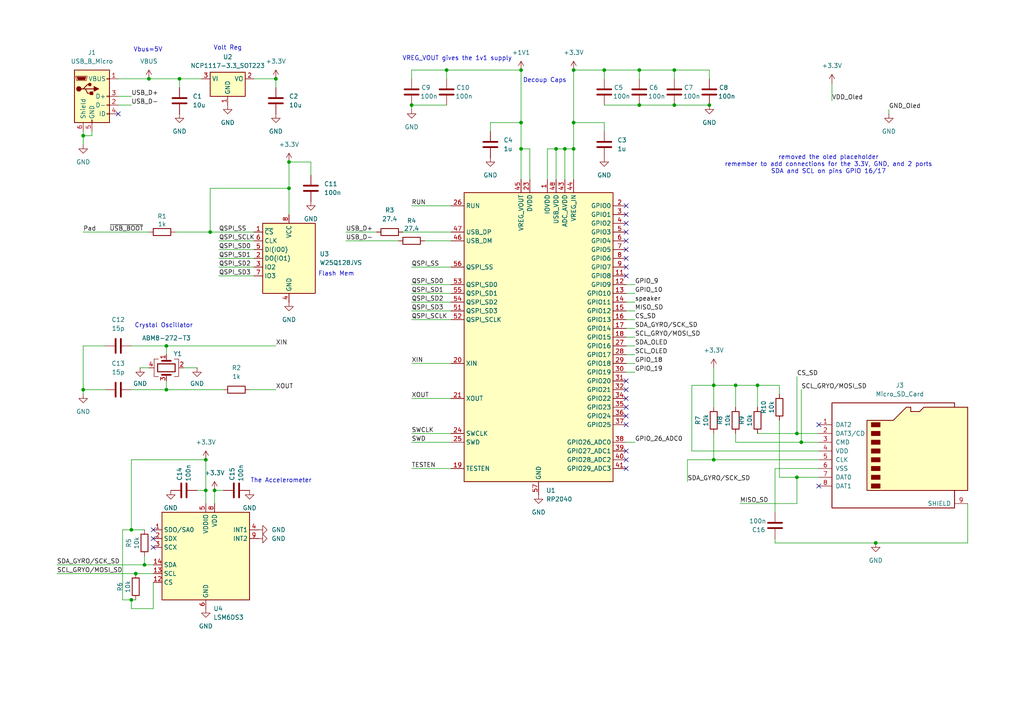
<source format=kicad_sch>
(kicad_sch
	(version 20231120)
	(generator "eeschema")
	(generator_version "8.0")
	(uuid "bc850759-1c7b-4b8b-9b40-8f8b735963cd")
	(paper "A4")
	(title_block
		(title "RoboBuddy")
		(date "2024-08-13")
		(rev "2")
	)
	(lib_symbols
		(symbol "Connector:Micro_SD_Card"
			(pin_names
				(offset 1.016)
			)
			(exclude_from_sim no)
			(in_bom yes)
			(on_board yes)
			(property "Reference" "J"
				(at -16.51 15.24 0)
				(effects
					(font
						(size 1.27 1.27)
					)
				)
			)
			(property "Value" "Micro_SD_Card"
				(at 16.51 15.24 0)
				(effects
					(font
						(size 1.27 1.27)
					)
					(justify right)
				)
			)
			(property "Footprint" ""
				(at 29.21 7.62 0)
				(effects
					(font
						(size 1.27 1.27)
					)
					(hide yes)
				)
			)
			(property "Datasheet" "http://katalog.we-online.de/em/datasheet/693072010801.pdf"
				(at 0 0 0)
				(effects
					(font
						(size 1.27 1.27)
					)
					(hide yes)
				)
			)
			(property "Description" "Micro SD Card Socket"
				(at 0 0 0)
				(effects
					(font
						(size 1.27 1.27)
					)
					(hide yes)
				)
			)
			(property "ki_keywords" "connector SD microsd"
				(at 0 0 0)
				(effects
					(font
						(size 1.27 1.27)
					)
					(hide yes)
				)
			)
			(property "ki_fp_filters" "microSD*"
				(at 0 0 0)
				(effects
					(font
						(size 1.27 1.27)
					)
					(hide yes)
				)
			)
			(symbol "Micro_SD_Card_0_1"
				(rectangle
					(start -7.62 -9.525)
					(end -5.08 -10.795)
					(stroke
						(width 0)
						(type default)
					)
					(fill
						(type outline)
					)
				)
				(rectangle
					(start -7.62 -6.985)
					(end -5.08 -8.255)
					(stroke
						(width 0)
						(type default)
					)
					(fill
						(type outline)
					)
				)
				(rectangle
					(start -7.62 -4.445)
					(end -5.08 -5.715)
					(stroke
						(width 0)
						(type default)
					)
					(fill
						(type outline)
					)
				)
				(rectangle
					(start -7.62 -1.905)
					(end -5.08 -3.175)
					(stroke
						(width 0)
						(type default)
					)
					(fill
						(type outline)
					)
				)
				(rectangle
					(start -7.62 0.635)
					(end -5.08 -0.635)
					(stroke
						(width 0)
						(type default)
					)
					(fill
						(type outline)
					)
				)
				(rectangle
					(start -7.62 3.175)
					(end -5.08 1.905)
					(stroke
						(width 0)
						(type default)
					)
					(fill
						(type outline)
					)
				)
				(rectangle
					(start -7.62 5.715)
					(end -5.08 4.445)
					(stroke
						(width 0)
						(type default)
					)
					(fill
						(type outline)
					)
				)
				(rectangle
					(start -7.62 8.255)
					(end -5.08 6.985)
					(stroke
						(width 0)
						(type default)
					)
					(fill
						(type outline)
					)
				)
				(polyline
					(pts
						(xy 16.51 12.7) (xy 16.51 13.97) (xy -19.05 13.97) (xy -19.05 -16.51) (xy 16.51 -16.51) (xy 16.51 -11.43)
					)
					(stroke
						(width 0.254)
						(type default)
					)
					(fill
						(type none)
					)
				)
				(polyline
					(pts
						(xy -8.89 -11.43) (xy -8.89 8.89) (xy -1.27 8.89) (xy 2.54 12.7) (xy 3.81 12.7) (xy 3.81 11.43)
						(xy 6.35 11.43) (xy 7.62 12.7) (xy 20.32 12.7) (xy 20.32 -11.43) (xy -8.89 -11.43)
					)
					(stroke
						(width 0.254)
						(type default)
					)
					(fill
						(type background)
					)
				)
			)
			(symbol "Micro_SD_Card_1_1"
				(pin bidirectional line
					(at -22.86 7.62 0)
					(length 3.81)
					(name "DAT2"
						(effects
							(font
								(size 1.27 1.27)
							)
						)
					)
					(number "1"
						(effects
							(font
								(size 1.27 1.27)
							)
						)
					)
				)
				(pin bidirectional line
					(at -22.86 5.08 0)
					(length 3.81)
					(name "DAT3/CD"
						(effects
							(font
								(size 1.27 1.27)
							)
						)
					)
					(number "2"
						(effects
							(font
								(size 1.27 1.27)
							)
						)
					)
				)
				(pin input line
					(at -22.86 2.54 0)
					(length 3.81)
					(name "CMD"
						(effects
							(font
								(size 1.27 1.27)
							)
						)
					)
					(number "3"
						(effects
							(font
								(size 1.27 1.27)
							)
						)
					)
				)
				(pin power_in line
					(at -22.86 0 0)
					(length 3.81)
					(name "VDD"
						(effects
							(font
								(size 1.27 1.27)
							)
						)
					)
					(number "4"
						(effects
							(font
								(size 1.27 1.27)
							)
						)
					)
				)
				(pin input line
					(at -22.86 -2.54 0)
					(length 3.81)
					(name "CLK"
						(effects
							(font
								(size 1.27 1.27)
							)
						)
					)
					(number "5"
						(effects
							(font
								(size 1.27 1.27)
							)
						)
					)
				)
				(pin power_in line
					(at -22.86 -5.08 0)
					(length 3.81)
					(name "VSS"
						(effects
							(font
								(size 1.27 1.27)
							)
						)
					)
					(number "6"
						(effects
							(font
								(size 1.27 1.27)
							)
						)
					)
				)
				(pin bidirectional line
					(at -22.86 -7.62 0)
					(length 3.81)
					(name "DAT0"
						(effects
							(font
								(size 1.27 1.27)
							)
						)
					)
					(number "7"
						(effects
							(font
								(size 1.27 1.27)
							)
						)
					)
				)
				(pin bidirectional line
					(at -22.86 -10.16 0)
					(length 3.81)
					(name "DAT1"
						(effects
							(font
								(size 1.27 1.27)
							)
						)
					)
					(number "8"
						(effects
							(font
								(size 1.27 1.27)
							)
						)
					)
				)
				(pin passive line
					(at 20.32 -15.24 180)
					(length 3.81)
					(name "SHIELD"
						(effects
							(font
								(size 1.27 1.27)
							)
						)
					)
					(number "9"
						(effects
							(font
								(size 1.27 1.27)
							)
						)
					)
				)
			)
		)
		(symbol "Connector:USB_B_Micro"
			(pin_names
				(offset 1.016)
			)
			(exclude_from_sim no)
			(in_bom yes)
			(on_board yes)
			(property "Reference" "J"
				(at -5.08 11.43 0)
				(effects
					(font
						(size 1.27 1.27)
					)
					(justify left)
				)
			)
			(property "Value" "USB_B_Micro"
				(at -5.08 8.89 0)
				(effects
					(font
						(size 1.27 1.27)
					)
					(justify left)
				)
			)
			(property "Footprint" ""
				(at 3.81 -1.27 0)
				(effects
					(font
						(size 1.27 1.27)
					)
					(hide yes)
				)
			)
			(property "Datasheet" "~"
				(at 3.81 -1.27 0)
				(effects
					(font
						(size 1.27 1.27)
					)
					(hide yes)
				)
			)
			(property "Description" "USB Micro Type B connector"
				(at 0 0 0)
				(effects
					(font
						(size 1.27 1.27)
					)
					(hide yes)
				)
			)
			(property "ki_keywords" "connector USB micro"
				(at 0 0 0)
				(effects
					(font
						(size 1.27 1.27)
					)
					(hide yes)
				)
			)
			(property "ki_fp_filters" "USB*"
				(at 0 0 0)
				(effects
					(font
						(size 1.27 1.27)
					)
					(hide yes)
				)
			)
			(symbol "USB_B_Micro_0_1"
				(rectangle
					(start -5.08 -7.62)
					(end 5.08 7.62)
					(stroke
						(width 0.254)
						(type default)
					)
					(fill
						(type background)
					)
				)
				(circle
					(center -3.81 2.159)
					(radius 0.635)
					(stroke
						(width 0.254)
						(type default)
					)
					(fill
						(type outline)
					)
				)
				(circle
					(center -0.635 3.429)
					(radius 0.381)
					(stroke
						(width 0.254)
						(type default)
					)
					(fill
						(type outline)
					)
				)
				(rectangle
					(start -0.127 -7.62)
					(end 0.127 -6.858)
					(stroke
						(width 0)
						(type default)
					)
					(fill
						(type none)
					)
				)
				(polyline
					(pts
						(xy -1.905 2.159) (xy 0.635 2.159)
					)
					(stroke
						(width 0.254)
						(type default)
					)
					(fill
						(type none)
					)
				)
				(polyline
					(pts
						(xy -3.175 2.159) (xy -2.54 2.159) (xy -1.27 3.429) (xy -0.635 3.429)
					)
					(stroke
						(width 0.254)
						(type default)
					)
					(fill
						(type none)
					)
				)
				(polyline
					(pts
						(xy -2.54 2.159) (xy -1.905 2.159) (xy -1.27 0.889) (xy 0 0.889)
					)
					(stroke
						(width 0.254)
						(type default)
					)
					(fill
						(type none)
					)
				)
				(polyline
					(pts
						(xy 0.635 2.794) (xy 0.635 1.524) (xy 1.905 2.159) (xy 0.635 2.794)
					)
					(stroke
						(width 0.254)
						(type default)
					)
					(fill
						(type outline)
					)
				)
				(polyline
					(pts
						(xy -4.318 5.588) (xy -1.778 5.588) (xy -2.032 4.826) (xy -4.064 4.826) (xy -4.318 5.588)
					)
					(stroke
						(width 0)
						(type default)
					)
					(fill
						(type outline)
					)
				)
				(polyline
					(pts
						(xy -4.699 5.842) (xy -4.699 5.588) (xy -4.445 4.826) (xy -4.445 4.572) (xy -1.651 4.572) (xy -1.651 4.826)
						(xy -1.397 5.588) (xy -1.397 5.842) (xy -4.699 5.842)
					)
					(stroke
						(width 0)
						(type default)
					)
					(fill
						(type none)
					)
				)
				(rectangle
					(start 0.254 1.27)
					(end -0.508 0.508)
					(stroke
						(width 0.254)
						(type default)
					)
					(fill
						(type outline)
					)
				)
				(rectangle
					(start 5.08 -5.207)
					(end 4.318 -4.953)
					(stroke
						(width 0)
						(type default)
					)
					(fill
						(type none)
					)
				)
				(rectangle
					(start 5.08 -2.667)
					(end 4.318 -2.413)
					(stroke
						(width 0)
						(type default)
					)
					(fill
						(type none)
					)
				)
				(rectangle
					(start 5.08 -0.127)
					(end 4.318 0.127)
					(stroke
						(width 0)
						(type default)
					)
					(fill
						(type none)
					)
				)
				(rectangle
					(start 5.08 4.953)
					(end 4.318 5.207)
					(stroke
						(width 0)
						(type default)
					)
					(fill
						(type none)
					)
				)
			)
			(symbol "USB_B_Micro_1_1"
				(pin power_out line
					(at 7.62 5.08 180)
					(length 2.54)
					(name "VBUS"
						(effects
							(font
								(size 1.27 1.27)
							)
						)
					)
					(number "1"
						(effects
							(font
								(size 1.27 1.27)
							)
						)
					)
				)
				(pin bidirectional line
					(at 7.62 -2.54 180)
					(length 2.54)
					(name "D-"
						(effects
							(font
								(size 1.27 1.27)
							)
						)
					)
					(number "2"
						(effects
							(font
								(size 1.27 1.27)
							)
						)
					)
				)
				(pin bidirectional line
					(at 7.62 0 180)
					(length 2.54)
					(name "D+"
						(effects
							(font
								(size 1.27 1.27)
							)
						)
					)
					(number "3"
						(effects
							(font
								(size 1.27 1.27)
							)
						)
					)
				)
				(pin passive line
					(at 7.62 -5.08 180)
					(length 2.54)
					(name "ID"
						(effects
							(font
								(size 1.27 1.27)
							)
						)
					)
					(number "4"
						(effects
							(font
								(size 1.27 1.27)
							)
						)
					)
				)
				(pin power_out line
					(at 0 -10.16 90)
					(length 2.54)
					(name "GND"
						(effects
							(font
								(size 1.27 1.27)
							)
						)
					)
					(number "5"
						(effects
							(font
								(size 1.27 1.27)
							)
						)
					)
				)
				(pin passive line
					(at -2.54 -10.16 90)
					(length 2.54)
					(name "Shield"
						(effects
							(font
								(size 1.27 1.27)
							)
						)
					)
					(number "6"
						(effects
							(font
								(size 1.27 1.27)
							)
						)
					)
				)
			)
		)
		(symbol "Device:C"
			(pin_numbers hide)
			(pin_names
				(offset 0.254)
			)
			(exclude_from_sim no)
			(in_bom yes)
			(on_board yes)
			(property "Reference" "C"
				(at 0.635 2.54 0)
				(effects
					(font
						(size 1.27 1.27)
					)
					(justify left)
				)
			)
			(property "Value" "C"
				(at 0.635 -2.54 0)
				(effects
					(font
						(size 1.27 1.27)
					)
					(justify left)
				)
			)
			(property "Footprint" ""
				(at 0.9652 -3.81 0)
				(effects
					(font
						(size 1.27 1.27)
					)
					(hide yes)
				)
			)
			(property "Datasheet" "~"
				(at 0 0 0)
				(effects
					(font
						(size 1.27 1.27)
					)
					(hide yes)
				)
			)
			(property "Description" "Unpolarized capacitor"
				(at 0 0 0)
				(effects
					(font
						(size 1.27 1.27)
					)
					(hide yes)
				)
			)
			(property "ki_keywords" "cap capacitor"
				(at 0 0 0)
				(effects
					(font
						(size 1.27 1.27)
					)
					(hide yes)
				)
			)
			(property "ki_fp_filters" "C_*"
				(at 0 0 0)
				(effects
					(font
						(size 1.27 1.27)
					)
					(hide yes)
				)
			)
			(symbol "C_0_1"
				(polyline
					(pts
						(xy -2.032 -0.762) (xy 2.032 -0.762)
					)
					(stroke
						(width 0.508)
						(type default)
					)
					(fill
						(type none)
					)
				)
				(polyline
					(pts
						(xy -2.032 0.762) (xy 2.032 0.762)
					)
					(stroke
						(width 0.508)
						(type default)
					)
					(fill
						(type none)
					)
				)
			)
			(symbol "C_1_1"
				(pin passive line
					(at 0 3.81 270)
					(length 2.794)
					(name "~"
						(effects
							(font
								(size 1.27 1.27)
							)
						)
					)
					(number "1"
						(effects
							(font
								(size 1.27 1.27)
							)
						)
					)
				)
				(pin passive line
					(at 0 -3.81 90)
					(length 2.794)
					(name "~"
						(effects
							(font
								(size 1.27 1.27)
							)
						)
					)
					(number "2"
						(effects
							(font
								(size 1.27 1.27)
							)
						)
					)
				)
			)
		)
		(symbol "Device:Crystal_GND24"
			(pin_names
				(offset 1.016) hide)
			(exclude_from_sim no)
			(in_bom yes)
			(on_board yes)
			(property "Reference" "Y"
				(at 3.175 5.08 0)
				(effects
					(font
						(size 1.27 1.27)
					)
					(justify left)
				)
			)
			(property "Value" "Crystal_GND24"
				(at 3.175 3.175 0)
				(effects
					(font
						(size 1.27 1.27)
					)
					(justify left)
				)
			)
			(property "Footprint" ""
				(at 0 0 0)
				(effects
					(font
						(size 1.27 1.27)
					)
					(hide yes)
				)
			)
			(property "Datasheet" "~"
				(at 0 0 0)
				(effects
					(font
						(size 1.27 1.27)
					)
					(hide yes)
				)
			)
			(property "Description" "Four pin crystal, GND on pins 2 and 4"
				(at 0 0 0)
				(effects
					(font
						(size 1.27 1.27)
					)
					(hide yes)
				)
			)
			(property "ki_keywords" "quartz ceramic resonator oscillator"
				(at 0 0 0)
				(effects
					(font
						(size 1.27 1.27)
					)
					(hide yes)
				)
			)
			(property "ki_fp_filters" "Crystal*"
				(at 0 0 0)
				(effects
					(font
						(size 1.27 1.27)
					)
					(hide yes)
				)
			)
			(symbol "Crystal_GND24_0_1"
				(rectangle
					(start -1.143 2.54)
					(end 1.143 -2.54)
					(stroke
						(width 0.3048)
						(type default)
					)
					(fill
						(type none)
					)
				)
				(polyline
					(pts
						(xy -2.54 0) (xy -2.032 0)
					)
					(stroke
						(width 0)
						(type default)
					)
					(fill
						(type none)
					)
				)
				(polyline
					(pts
						(xy -2.032 -1.27) (xy -2.032 1.27)
					)
					(stroke
						(width 0.508)
						(type default)
					)
					(fill
						(type none)
					)
				)
				(polyline
					(pts
						(xy 0 -3.81) (xy 0 -3.556)
					)
					(stroke
						(width 0)
						(type default)
					)
					(fill
						(type none)
					)
				)
				(polyline
					(pts
						(xy 0 3.556) (xy 0 3.81)
					)
					(stroke
						(width 0)
						(type default)
					)
					(fill
						(type none)
					)
				)
				(polyline
					(pts
						(xy 2.032 -1.27) (xy 2.032 1.27)
					)
					(stroke
						(width 0.508)
						(type default)
					)
					(fill
						(type none)
					)
				)
				(polyline
					(pts
						(xy 2.032 0) (xy 2.54 0)
					)
					(stroke
						(width 0)
						(type default)
					)
					(fill
						(type none)
					)
				)
				(polyline
					(pts
						(xy -2.54 -2.286) (xy -2.54 -3.556) (xy 2.54 -3.556) (xy 2.54 -2.286)
					)
					(stroke
						(width 0)
						(type default)
					)
					(fill
						(type none)
					)
				)
				(polyline
					(pts
						(xy -2.54 2.286) (xy -2.54 3.556) (xy 2.54 3.556) (xy 2.54 2.286)
					)
					(stroke
						(width 0)
						(type default)
					)
					(fill
						(type none)
					)
				)
			)
			(symbol "Crystal_GND24_1_1"
				(pin passive line
					(at -3.81 0 0)
					(length 1.27)
					(name "1"
						(effects
							(font
								(size 1.27 1.27)
							)
						)
					)
					(number "1"
						(effects
							(font
								(size 1.27 1.27)
							)
						)
					)
				)
				(pin passive line
					(at 0 5.08 270)
					(length 1.27)
					(name "2"
						(effects
							(font
								(size 1.27 1.27)
							)
						)
					)
					(number "2"
						(effects
							(font
								(size 1.27 1.27)
							)
						)
					)
				)
				(pin passive line
					(at 3.81 0 180)
					(length 1.27)
					(name "3"
						(effects
							(font
								(size 1.27 1.27)
							)
						)
					)
					(number "3"
						(effects
							(font
								(size 1.27 1.27)
							)
						)
					)
				)
				(pin passive line
					(at 0 -5.08 90)
					(length 1.27)
					(name "4"
						(effects
							(font
								(size 1.27 1.27)
							)
						)
					)
					(number "4"
						(effects
							(font
								(size 1.27 1.27)
							)
						)
					)
				)
			)
		)
		(symbol "Device:R"
			(pin_numbers hide)
			(pin_names
				(offset 0)
			)
			(exclude_from_sim no)
			(in_bom yes)
			(on_board yes)
			(property "Reference" "R"
				(at 2.032 0 90)
				(effects
					(font
						(size 1.27 1.27)
					)
				)
			)
			(property "Value" "R"
				(at 0 0 90)
				(effects
					(font
						(size 1.27 1.27)
					)
				)
			)
			(property "Footprint" ""
				(at -1.778 0 90)
				(effects
					(font
						(size 1.27 1.27)
					)
					(hide yes)
				)
			)
			(property "Datasheet" "~"
				(at 0 0 0)
				(effects
					(font
						(size 1.27 1.27)
					)
					(hide yes)
				)
			)
			(property "Description" "Resistor"
				(at 0 0 0)
				(effects
					(font
						(size 1.27 1.27)
					)
					(hide yes)
				)
			)
			(property "ki_keywords" "R res resistor"
				(at 0 0 0)
				(effects
					(font
						(size 1.27 1.27)
					)
					(hide yes)
				)
			)
			(property "ki_fp_filters" "R_*"
				(at 0 0 0)
				(effects
					(font
						(size 1.27 1.27)
					)
					(hide yes)
				)
			)
			(symbol "R_0_1"
				(rectangle
					(start -1.016 -2.54)
					(end 1.016 2.54)
					(stroke
						(width 0.254)
						(type default)
					)
					(fill
						(type none)
					)
				)
			)
			(symbol "R_1_1"
				(pin passive line
					(at 0 3.81 270)
					(length 1.27)
					(name "~"
						(effects
							(font
								(size 1.27 1.27)
							)
						)
					)
					(number "1"
						(effects
							(font
								(size 1.27 1.27)
							)
						)
					)
				)
				(pin passive line
					(at 0 -3.81 90)
					(length 1.27)
					(name "~"
						(effects
							(font
								(size 1.27 1.27)
							)
						)
					)
					(number "2"
						(effects
							(font
								(size 1.27 1.27)
							)
						)
					)
				)
			)
		)
		(symbol "MCU_RaspberryPi:RP2040"
			(exclude_from_sim no)
			(in_bom yes)
			(on_board yes)
			(property "Reference" "U"
				(at 17.78 45.72 0)
				(effects
					(font
						(size 1.27 1.27)
					)
				)
			)
			(property "Value" "RP2040"
				(at 17.78 43.18 0)
				(effects
					(font
						(size 1.27 1.27)
					)
				)
			)
			(property "Footprint" "Package_DFN_QFN:QFN-56-1EP_7x7mm_P0.4mm_EP3.2x3.2mm"
				(at 0 0 0)
				(effects
					(font
						(size 1.27 1.27)
					)
					(hide yes)
				)
			)
			(property "Datasheet" "https://datasheets.raspberrypi.com/rp2040/rp2040-datasheet.pdf"
				(at 0 0 0)
				(effects
					(font
						(size 1.27 1.27)
					)
					(hide yes)
				)
			)
			(property "Description" "A microcontroller by Raspberry Pi"
				(at 0 0 0)
				(effects
					(font
						(size 1.27 1.27)
					)
					(hide yes)
				)
			)
			(property "ki_keywords" "RP2040 ARM Cortex-M0+ USB"
				(at 0 0 0)
				(effects
					(font
						(size 1.27 1.27)
					)
					(hide yes)
				)
			)
			(property "ki_fp_filters" "QFN*1EP*7x7mm?P0.4mm*"
				(at 0 0 0)
				(effects
					(font
						(size 1.27 1.27)
					)
					(hide yes)
				)
			)
			(symbol "RP2040_0_1"
				(rectangle
					(start -21.59 41.91)
					(end 21.59 -41.91)
					(stroke
						(width 0.254)
						(type default)
					)
					(fill
						(type background)
					)
				)
			)
			(symbol "RP2040_1_1"
				(pin power_in line
					(at 2.54 45.72 270)
					(length 3.81)
					(name "IOVDD"
						(effects
							(font
								(size 1.27 1.27)
							)
						)
					)
					(number "1"
						(effects
							(font
								(size 1.27 1.27)
							)
						)
					)
				)
				(pin passive line
					(at 2.54 45.72 270)
					(length 3.81) hide
					(name "IOVDD"
						(effects
							(font
								(size 1.27 1.27)
							)
						)
					)
					(number "10"
						(effects
							(font
								(size 1.27 1.27)
							)
						)
					)
				)
				(pin bidirectional line
					(at 25.4 17.78 180)
					(length 3.81)
					(name "GPIO8"
						(effects
							(font
								(size 1.27 1.27)
							)
						)
					)
					(number "11"
						(effects
							(font
								(size 1.27 1.27)
							)
						)
					)
				)
				(pin bidirectional line
					(at 25.4 15.24 180)
					(length 3.81)
					(name "GPIO9"
						(effects
							(font
								(size 1.27 1.27)
							)
						)
					)
					(number "12"
						(effects
							(font
								(size 1.27 1.27)
							)
						)
					)
				)
				(pin bidirectional line
					(at 25.4 12.7 180)
					(length 3.81)
					(name "GPIO10"
						(effects
							(font
								(size 1.27 1.27)
							)
						)
					)
					(number "13"
						(effects
							(font
								(size 1.27 1.27)
							)
						)
					)
				)
				(pin bidirectional line
					(at 25.4 10.16 180)
					(length 3.81)
					(name "GPIO11"
						(effects
							(font
								(size 1.27 1.27)
							)
						)
					)
					(number "14"
						(effects
							(font
								(size 1.27 1.27)
							)
						)
					)
				)
				(pin bidirectional line
					(at 25.4 7.62 180)
					(length 3.81)
					(name "GPIO12"
						(effects
							(font
								(size 1.27 1.27)
							)
						)
					)
					(number "15"
						(effects
							(font
								(size 1.27 1.27)
							)
						)
					)
				)
				(pin bidirectional line
					(at 25.4 5.08 180)
					(length 3.81)
					(name "GPIO13"
						(effects
							(font
								(size 1.27 1.27)
							)
						)
					)
					(number "16"
						(effects
							(font
								(size 1.27 1.27)
							)
						)
					)
				)
				(pin bidirectional line
					(at 25.4 2.54 180)
					(length 3.81)
					(name "GPIO14"
						(effects
							(font
								(size 1.27 1.27)
							)
						)
					)
					(number "17"
						(effects
							(font
								(size 1.27 1.27)
							)
						)
					)
				)
				(pin bidirectional line
					(at 25.4 0 180)
					(length 3.81)
					(name "GPIO15"
						(effects
							(font
								(size 1.27 1.27)
							)
						)
					)
					(number "18"
						(effects
							(font
								(size 1.27 1.27)
							)
						)
					)
				)
				(pin input line
					(at -25.4 -38.1 0)
					(length 3.81)
					(name "TESTEN"
						(effects
							(font
								(size 1.27 1.27)
							)
						)
					)
					(number "19"
						(effects
							(font
								(size 1.27 1.27)
							)
						)
					)
				)
				(pin bidirectional line
					(at 25.4 38.1 180)
					(length 3.81)
					(name "GPIO0"
						(effects
							(font
								(size 1.27 1.27)
							)
						)
					)
					(number "2"
						(effects
							(font
								(size 1.27 1.27)
							)
						)
					)
				)
				(pin input line
					(at -25.4 -7.62 0)
					(length 3.81)
					(name "XIN"
						(effects
							(font
								(size 1.27 1.27)
							)
						)
					)
					(number "20"
						(effects
							(font
								(size 1.27 1.27)
							)
						)
					)
				)
				(pin passive line
					(at -25.4 -17.78 0)
					(length 3.81)
					(name "XOUT"
						(effects
							(font
								(size 1.27 1.27)
							)
						)
					)
					(number "21"
						(effects
							(font
								(size 1.27 1.27)
							)
						)
					)
				)
				(pin passive line
					(at 2.54 45.72 270)
					(length 3.81) hide
					(name "IOVDD"
						(effects
							(font
								(size 1.27 1.27)
							)
						)
					)
					(number "22"
						(effects
							(font
								(size 1.27 1.27)
							)
						)
					)
				)
				(pin power_in line
					(at -2.54 45.72 270)
					(length 3.81)
					(name "DVDD"
						(effects
							(font
								(size 1.27 1.27)
							)
						)
					)
					(number "23"
						(effects
							(font
								(size 1.27 1.27)
							)
						)
					)
				)
				(pin input line
					(at -25.4 -27.94 0)
					(length 3.81)
					(name "SWCLK"
						(effects
							(font
								(size 1.27 1.27)
							)
						)
					)
					(number "24"
						(effects
							(font
								(size 1.27 1.27)
							)
						)
					)
				)
				(pin bidirectional line
					(at -25.4 -30.48 0)
					(length 3.81)
					(name "SWD"
						(effects
							(font
								(size 1.27 1.27)
							)
						)
					)
					(number "25"
						(effects
							(font
								(size 1.27 1.27)
							)
						)
					)
				)
				(pin input line
					(at -25.4 38.1 0)
					(length 3.81)
					(name "RUN"
						(effects
							(font
								(size 1.27 1.27)
							)
						)
					)
					(number "26"
						(effects
							(font
								(size 1.27 1.27)
							)
						)
					)
				)
				(pin bidirectional line
					(at 25.4 -2.54 180)
					(length 3.81)
					(name "GPIO16"
						(effects
							(font
								(size 1.27 1.27)
							)
						)
					)
					(number "27"
						(effects
							(font
								(size 1.27 1.27)
							)
						)
					)
				)
				(pin bidirectional line
					(at 25.4 -5.08 180)
					(length 3.81)
					(name "GPIO17"
						(effects
							(font
								(size 1.27 1.27)
							)
						)
					)
					(number "28"
						(effects
							(font
								(size 1.27 1.27)
							)
						)
					)
				)
				(pin bidirectional line
					(at 25.4 -7.62 180)
					(length 3.81)
					(name "GPIO18"
						(effects
							(font
								(size 1.27 1.27)
							)
						)
					)
					(number "29"
						(effects
							(font
								(size 1.27 1.27)
							)
						)
					)
				)
				(pin bidirectional line
					(at 25.4 35.56 180)
					(length 3.81)
					(name "GPIO1"
						(effects
							(font
								(size 1.27 1.27)
							)
						)
					)
					(number "3"
						(effects
							(font
								(size 1.27 1.27)
							)
						)
					)
				)
				(pin bidirectional line
					(at 25.4 -10.16 180)
					(length 3.81)
					(name "GPIO19"
						(effects
							(font
								(size 1.27 1.27)
							)
						)
					)
					(number "30"
						(effects
							(font
								(size 1.27 1.27)
							)
						)
					)
				)
				(pin bidirectional line
					(at 25.4 -12.7 180)
					(length 3.81)
					(name "GPIO20"
						(effects
							(font
								(size 1.27 1.27)
							)
						)
					)
					(number "31"
						(effects
							(font
								(size 1.27 1.27)
							)
						)
					)
				)
				(pin bidirectional line
					(at 25.4 -15.24 180)
					(length 3.81)
					(name "GPIO21"
						(effects
							(font
								(size 1.27 1.27)
							)
						)
					)
					(number "32"
						(effects
							(font
								(size 1.27 1.27)
							)
						)
					)
				)
				(pin passive line
					(at 2.54 45.72 270)
					(length 3.81) hide
					(name "IOVDD"
						(effects
							(font
								(size 1.27 1.27)
							)
						)
					)
					(number "33"
						(effects
							(font
								(size 1.27 1.27)
							)
						)
					)
				)
				(pin bidirectional line
					(at 25.4 -17.78 180)
					(length 3.81)
					(name "GPIO22"
						(effects
							(font
								(size 1.27 1.27)
							)
						)
					)
					(number "34"
						(effects
							(font
								(size 1.27 1.27)
							)
						)
					)
				)
				(pin bidirectional line
					(at 25.4 -20.32 180)
					(length 3.81)
					(name "GPIO23"
						(effects
							(font
								(size 1.27 1.27)
							)
						)
					)
					(number "35"
						(effects
							(font
								(size 1.27 1.27)
							)
						)
					)
				)
				(pin bidirectional line
					(at 25.4 -22.86 180)
					(length 3.81)
					(name "GPIO24"
						(effects
							(font
								(size 1.27 1.27)
							)
						)
					)
					(number "36"
						(effects
							(font
								(size 1.27 1.27)
							)
						)
					)
				)
				(pin bidirectional line
					(at 25.4 -25.4 180)
					(length 3.81)
					(name "GPIO25"
						(effects
							(font
								(size 1.27 1.27)
							)
						)
					)
					(number "37"
						(effects
							(font
								(size 1.27 1.27)
							)
						)
					)
				)
				(pin bidirectional line
					(at 25.4 -30.48 180)
					(length 3.81)
					(name "GPIO26_ADC0"
						(effects
							(font
								(size 1.27 1.27)
							)
						)
					)
					(number "38"
						(effects
							(font
								(size 1.27 1.27)
							)
						)
					)
				)
				(pin bidirectional line
					(at 25.4 -33.02 180)
					(length 3.81)
					(name "GPIO27_ADC1"
						(effects
							(font
								(size 1.27 1.27)
							)
						)
					)
					(number "39"
						(effects
							(font
								(size 1.27 1.27)
							)
						)
					)
				)
				(pin bidirectional line
					(at 25.4 33.02 180)
					(length 3.81)
					(name "GPIO2"
						(effects
							(font
								(size 1.27 1.27)
							)
						)
					)
					(number "4"
						(effects
							(font
								(size 1.27 1.27)
							)
						)
					)
				)
				(pin bidirectional line
					(at 25.4 -35.56 180)
					(length 3.81)
					(name "GPIO28_ADC2"
						(effects
							(font
								(size 1.27 1.27)
							)
						)
					)
					(number "40"
						(effects
							(font
								(size 1.27 1.27)
							)
						)
					)
				)
				(pin bidirectional line
					(at 25.4 -38.1 180)
					(length 3.81)
					(name "GPIO29_ADC3"
						(effects
							(font
								(size 1.27 1.27)
							)
						)
					)
					(number "41"
						(effects
							(font
								(size 1.27 1.27)
							)
						)
					)
				)
				(pin passive line
					(at 2.54 45.72 270)
					(length 3.81) hide
					(name "IOVDD"
						(effects
							(font
								(size 1.27 1.27)
							)
						)
					)
					(number "42"
						(effects
							(font
								(size 1.27 1.27)
							)
						)
					)
				)
				(pin power_in line
					(at 7.62 45.72 270)
					(length 3.81)
					(name "ADC_AVDD"
						(effects
							(font
								(size 1.27 1.27)
							)
						)
					)
					(number "43"
						(effects
							(font
								(size 1.27 1.27)
							)
						)
					)
				)
				(pin power_in line
					(at 10.16 45.72 270)
					(length 3.81)
					(name "VREG_IN"
						(effects
							(font
								(size 1.27 1.27)
							)
						)
					)
					(number "44"
						(effects
							(font
								(size 1.27 1.27)
							)
						)
					)
				)
				(pin power_out line
					(at -5.08 45.72 270)
					(length 3.81)
					(name "VREG_VOUT"
						(effects
							(font
								(size 1.27 1.27)
							)
						)
					)
					(number "45"
						(effects
							(font
								(size 1.27 1.27)
							)
						)
					)
				)
				(pin bidirectional line
					(at -25.4 27.94 0)
					(length 3.81)
					(name "USB_DM"
						(effects
							(font
								(size 1.27 1.27)
							)
						)
					)
					(number "46"
						(effects
							(font
								(size 1.27 1.27)
							)
						)
					)
				)
				(pin bidirectional line
					(at -25.4 30.48 0)
					(length 3.81)
					(name "USB_DP"
						(effects
							(font
								(size 1.27 1.27)
							)
						)
					)
					(number "47"
						(effects
							(font
								(size 1.27 1.27)
							)
						)
					)
				)
				(pin power_in line
					(at 5.08 45.72 270)
					(length 3.81)
					(name "USB_VDD"
						(effects
							(font
								(size 1.27 1.27)
							)
						)
					)
					(number "48"
						(effects
							(font
								(size 1.27 1.27)
							)
						)
					)
				)
				(pin passive line
					(at 2.54 45.72 270)
					(length 3.81) hide
					(name "IOVDD"
						(effects
							(font
								(size 1.27 1.27)
							)
						)
					)
					(number "49"
						(effects
							(font
								(size 1.27 1.27)
							)
						)
					)
				)
				(pin bidirectional line
					(at 25.4 30.48 180)
					(length 3.81)
					(name "GPIO3"
						(effects
							(font
								(size 1.27 1.27)
							)
						)
					)
					(number "5"
						(effects
							(font
								(size 1.27 1.27)
							)
						)
					)
				)
				(pin passive line
					(at -2.54 45.72 270)
					(length 3.81) hide
					(name "DVDD"
						(effects
							(font
								(size 1.27 1.27)
							)
						)
					)
					(number "50"
						(effects
							(font
								(size 1.27 1.27)
							)
						)
					)
				)
				(pin bidirectional line
					(at -25.4 7.62 0)
					(length 3.81)
					(name "QSPI_SD3"
						(effects
							(font
								(size 1.27 1.27)
							)
						)
					)
					(number "51"
						(effects
							(font
								(size 1.27 1.27)
							)
						)
					)
				)
				(pin output line
					(at -25.4 5.08 0)
					(length 3.81)
					(name "QSPI_SCLK"
						(effects
							(font
								(size 1.27 1.27)
							)
						)
					)
					(number "52"
						(effects
							(font
								(size 1.27 1.27)
							)
						)
					)
				)
				(pin bidirectional line
					(at -25.4 15.24 0)
					(length 3.81)
					(name "QSPI_SD0"
						(effects
							(font
								(size 1.27 1.27)
							)
						)
					)
					(number "53"
						(effects
							(font
								(size 1.27 1.27)
							)
						)
					)
				)
				(pin bidirectional line
					(at -25.4 10.16 0)
					(length 3.81)
					(name "QSPI_SD2"
						(effects
							(font
								(size 1.27 1.27)
							)
						)
					)
					(number "54"
						(effects
							(font
								(size 1.27 1.27)
							)
						)
					)
				)
				(pin bidirectional line
					(at -25.4 12.7 0)
					(length 3.81)
					(name "QSPI_SD1"
						(effects
							(font
								(size 1.27 1.27)
							)
						)
					)
					(number "55"
						(effects
							(font
								(size 1.27 1.27)
							)
						)
					)
				)
				(pin bidirectional line
					(at -25.4 20.32 0)
					(length 3.81)
					(name "QSPI_SS"
						(effects
							(font
								(size 1.27 1.27)
							)
						)
					)
					(number "56"
						(effects
							(font
								(size 1.27 1.27)
							)
						)
					)
				)
				(pin power_in line
					(at 0 -45.72 90)
					(length 3.81)
					(name "GND"
						(effects
							(font
								(size 1.27 1.27)
							)
						)
					)
					(number "57"
						(effects
							(font
								(size 1.27 1.27)
							)
						)
					)
				)
				(pin bidirectional line
					(at 25.4 27.94 180)
					(length 3.81)
					(name "GPIO4"
						(effects
							(font
								(size 1.27 1.27)
							)
						)
					)
					(number "6"
						(effects
							(font
								(size 1.27 1.27)
							)
						)
					)
				)
				(pin bidirectional line
					(at 25.4 25.4 180)
					(length 3.81)
					(name "GPIO5"
						(effects
							(font
								(size 1.27 1.27)
							)
						)
					)
					(number "7"
						(effects
							(font
								(size 1.27 1.27)
							)
						)
					)
				)
				(pin bidirectional line
					(at 25.4 22.86 180)
					(length 3.81)
					(name "GPIO6"
						(effects
							(font
								(size 1.27 1.27)
							)
						)
					)
					(number "8"
						(effects
							(font
								(size 1.27 1.27)
							)
						)
					)
				)
				(pin bidirectional line
					(at 25.4 20.32 180)
					(length 3.81)
					(name "GPIO7"
						(effects
							(font
								(size 1.27 1.27)
							)
						)
					)
					(number "9"
						(effects
							(font
								(size 1.27 1.27)
							)
						)
					)
				)
			)
		)
		(symbol "Memory_Flash:W25Q128JVS"
			(exclude_from_sim no)
			(in_bom yes)
			(on_board yes)
			(property "Reference" "U"
				(at -8.89 8.89 0)
				(effects
					(font
						(size 1.27 1.27)
					)
				)
			)
			(property "Value" "W25Q128JVS"
				(at 7.62 8.89 0)
				(effects
					(font
						(size 1.27 1.27)
					)
				)
			)
			(property "Footprint" "Package_SO:SOIC-8_5.23x5.23mm_P1.27mm"
				(at 0 0 0)
				(effects
					(font
						(size 1.27 1.27)
					)
					(hide yes)
				)
			)
			(property "Datasheet" "http://www.winbond.com/resource-files/w25q128jv_dtr%20revc%2003272018%20plus.pdf"
				(at 0 0 0)
				(effects
					(font
						(size 1.27 1.27)
					)
					(hide yes)
				)
			)
			(property "Description" "128Mb Serial Flash Memory, Standard/Dual/Quad SPI, SOIC-8"
				(at 0 0 0)
				(effects
					(font
						(size 1.27 1.27)
					)
					(hide yes)
				)
			)
			(property "ki_keywords" "flash memory SPI QPI DTR"
				(at 0 0 0)
				(effects
					(font
						(size 1.27 1.27)
					)
					(hide yes)
				)
			)
			(property "ki_fp_filters" "SOIC*5.23x5.23mm*P1.27mm*"
				(at 0 0 0)
				(effects
					(font
						(size 1.27 1.27)
					)
					(hide yes)
				)
			)
			(symbol "W25Q128JVS_0_1"
				(rectangle
					(start -7.62 10.16)
					(end 7.62 -10.16)
					(stroke
						(width 0.254)
						(type default)
					)
					(fill
						(type background)
					)
				)
			)
			(symbol "W25Q128JVS_1_1"
				(pin input line
					(at -10.16 7.62 0)
					(length 2.54)
					(name "~{CS}"
						(effects
							(font
								(size 1.27 1.27)
							)
						)
					)
					(number "1"
						(effects
							(font
								(size 1.27 1.27)
							)
						)
					)
				)
				(pin bidirectional line
					(at -10.16 0 0)
					(length 2.54)
					(name "DO(IO1)"
						(effects
							(font
								(size 1.27 1.27)
							)
						)
					)
					(number "2"
						(effects
							(font
								(size 1.27 1.27)
							)
						)
					)
				)
				(pin bidirectional line
					(at -10.16 -2.54 0)
					(length 2.54)
					(name "IO2"
						(effects
							(font
								(size 1.27 1.27)
							)
						)
					)
					(number "3"
						(effects
							(font
								(size 1.27 1.27)
							)
						)
					)
				)
				(pin power_in line
					(at 0 -12.7 90)
					(length 2.54)
					(name "GND"
						(effects
							(font
								(size 1.27 1.27)
							)
						)
					)
					(number "4"
						(effects
							(font
								(size 1.27 1.27)
							)
						)
					)
				)
				(pin bidirectional line
					(at -10.16 2.54 0)
					(length 2.54)
					(name "DI(IO0)"
						(effects
							(font
								(size 1.27 1.27)
							)
						)
					)
					(number "5"
						(effects
							(font
								(size 1.27 1.27)
							)
						)
					)
				)
				(pin input line
					(at -10.16 5.08 0)
					(length 2.54)
					(name "CLK"
						(effects
							(font
								(size 1.27 1.27)
							)
						)
					)
					(number "6"
						(effects
							(font
								(size 1.27 1.27)
							)
						)
					)
				)
				(pin bidirectional line
					(at -10.16 -5.08 0)
					(length 2.54)
					(name "IO3"
						(effects
							(font
								(size 1.27 1.27)
							)
						)
					)
					(number "7"
						(effects
							(font
								(size 1.27 1.27)
							)
						)
					)
				)
				(pin power_in line
					(at 0 12.7 270)
					(length 2.54)
					(name "VCC"
						(effects
							(font
								(size 1.27 1.27)
							)
						)
					)
					(number "8"
						(effects
							(font
								(size 1.27 1.27)
							)
						)
					)
				)
			)
		)
		(symbol "Regulator_Linear:NCP1117-3.3_SOT223"
			(exclude_from_sim no)
			(in_bom yes)
			(on_board yes)
			(property "Reference" "U"
				(at -3.81 3.175 0)
				(effects
					(font
						(size 1.27 1.27)
					)
				)
			)
			(property "Value" "NCP1117-3.3_SOT223"
				(at 0 3.175 0)
				(effects
					(font
						(size 1.27 1.27)
					)
					(justify left)
				)
			)
			(property "Footprint" "Package_TO_SOT_SMD:SOT-223-3_TabPin2"
				(at 0 5.08 0)
				(effects
					(font
						(size 1.27 1.27)
					)
					(hide yes)
				)
			)
			(property "Datasheet" "http://www.onsemi.com/pub_link/Collateral/NCP1117-D.PDF"
				(at 2.54 -6.35 0)
				(effects
					(font
						(size 1.27 1.27)
					)
					(hide yes)
				)
			)
			(property "Description" "1A Low drop-out regulator, Fixed Output 3.3V, SOT-223"
				(at 0 0 0)
				(effects
					(font
						(size 1.27 1.27)
					)
					(hide yes)
				)
			)
			(property "ki_keywords" "REGULATOR LDO 3.3V"
				(at 0 0 0)
				(effects
					(font
						(size 1.27 1.27)
					)
					(hide yes)
				)
			)
			(property "ki_fp_filters" "SOT?223*TabPin2*"
				(at 0 0 0)
				(effects
					(font
						(size 1.27 1.27)
					)
					(hide yes)
				)
			)
			(symbol "NCP1117-3.3_SOT223_0_1"
				(rectangle
					(start -5.08 -5.08)
					(end 5.08 1.905)
					(stroke
						(width 0.254)
						(type default)
					)
					(fill
						(type background)
					)
				)
			)
			(symbol "NCP1117-3.3_SOT223_1_1"
				(pin power_in line
					(at 0 -7.62 90)
					(length 2.54)
					(name "GND"
						(effects
							(font
								(size 1.27 1.27)
							)
						)
					)
					(number "1"
						(effects
							(font
								(size 1.27 1.27)
							)
						)
					)
				)
				(pin power_out line
					(at 7.62 0 180)
					(length 2.54)
					(name "VO"
						(effects
							(font
								(size 1.27 1.27)
							)
						)
					)
					(number "2"
						(effects
							(font
								(size 1.27 1.27)
							)
						)
					)
				)
				(pin power_in line
					(at -7.62 0 0)
					(length 2.54)
					(name "VI"
						(effects
							(font
								(size 1.27 1.27)
							)
						)
					)
					(number "3"
						(effects
							(font
								(size 1.27 1.27)
							)
						)
					)
				)
			)
		)
		(symbol "Sensor_Motion:LSM6DS3"
			(exclude_from_sim no)
			(in_bom yes)
			(on_board yes)
			(property "Reference" "U"
				(at -11.43 15.24 0)
				(effects
					(font
						(size 1.27 1.27)
					)
					(justify left)
				)
			)
			(property "Value" "LSM6DS3"
				(at -11.43 12.7 0)
				(effects
					(font
						(size 1.27 1.27)
					)
					(justify left bottom)
				)
			)
			(property "Footprint" "Package_LGA:LGA-14_3x2.5mm_P0.5mm_LayoutBorder3x4y"
				(at -10.16 -17.78 0)
				(effects
					(font
						(size 1.27 1.27)
					)
					(justify left)
					(hide yes)
				)
			)
			(property "Datasheet" "https://www.st.com/resource/en/datasheet/lsm6ds3tr-c.pdf"
				(at 2.54 -16.51 0)
				(effects
					(font
						(size 1.27 1.27)
					)
					(hide yes)
				)
			)
			(property "Description" "I2C/SPI, iNEMO inertial module: always-on 3D accelerometer and 3D gyroscope"
				(at 0 0 0)
				(effects
					(font
						(size 1.27 1.27)
					)
					(hide yes)
				)
			)
			(property "ki_keywords" "Accelerometer Gyroscope MEMS"
				(at 0 0 0)
				(effects
					(font
						(size 1.27 1.27)
					)
					(hide yes)
				)
			)
			(property "ki_fp_filters" "LGA*3x2.5mm*P0.5mm*LayoutBorder3x4y*"
				(at 0 0 0)
				(effects
					(font
						(size 1.27 1.27)
					)
					(hide yes)
				)
			)
			(symbol "LSM6DS3_0_1"
				(rectangle
					(start -12.7 12.7)
					(end 12.7 -12.7)
					(stroke
						(width 0.254)
						(type default)
					)
					(fill
						(type background)
					)
				)
			)
			(symbol "LSM6DS3_1_1"
				(pin bidirectional line
					(at -15.24 7.62 0)
					(length 2.54)
					(name "SDO/SA0"
						(effects
							(font
								(size 1.27 1.27)
							)
						)
					)
					(number "1"
						(effects
							(font
								(size 1.27 1.27)
							)
						)
					)
				)
				(pin no_connect line
					(at 12.7 -5.08 180)
					(length 3.81) hide
					(name "NC"
						(effects
							(font
								(size 1.27 1.27)
							)
						)
					)
					(number "10"
						(effects
							(font
								(size 1.27 1.27)
							)
						)
					)
				)
				(pin no_connect line
					(at 12.7 -2.54 180)
					(length 3.81) hide
					(name "NC"
						(effects
							(font
								(size 1.27 1.27)
							)
						)
					)
					(number "11"
						(effects
							(font
								(size 1.27 1.27)
							)
						)
					)
				)
				(pin input line
					(at -15.24 -7.62 0)
					(length 2.54)
					(name "CS"
						(effects
							(font
								(size 1.27 1.27)
							)
						)
					)
					(number "12"
						(effects
							(font
								(size 1.27 1.27)
							)
						)
					)
				)
				(pin input line
					(at -15.24 -5.08 0)
					(length 2.54)
					(name "SCL"
						(effects
							(font
								(size 1.27 1.27)
							)
						)
					)
					(number "13"
						(effects
							(font
								(size 1.27 1.27)
							)
						)
					)
				)
				(pin bidirectional line
					(at -15.24 -2.54 0)
					(length 2.54)
					(name "SDA"
						(effects
							(font
								(size 1.27 1.27)
							)
						)
					)
					(number "14"
						(effects
							(font
								(size 1.27 1.27)
							)
						)
					)
				)
				(pin bidirectional line
					(at -15.24 5.08 0)
					(length 2.54)
					(name "SDX"
						(effects
							(font
								(size 1.27 1.27)
							)
						)
					)
					(number "2"
						(effects
							(font
								(size 1.27 1.27)
							)
						)
					)
				)
				(pin input line
					(at -15.24 2.54 0)
					(length 2.54)
					(name "SCX"
						(effects
							(font
								(size 1.27 1.27)
							)
						)
					)
					(number "3"
						(effects
							(font
								(size 1.27 1.27)
							)
						)
					)
				)
				(pin output line
					(at 15.24 7.62 180)
					(length 2.54)
					(name "INT1"
						(effects
							(font
								(size 1.27 1.27)
							)
						)
					)
					(number "4"
						(effects
							(font
								(size 1.27 1.27)
							)
						)
					)
				)
				(pin power_in line
					(at 0 15.24 270)
					(length 2.54)
					(name "VDDIO"
						(effects
							(font
								(size 1.27 1.27)
							)
						)
					)
					(number "5"
						(effects
							(font
								(size 1.27 1.27)
							)
						)
					)
				)
				(pin power_in line
					(at 0 -15.24 90)
					(length 2.54)
					(name "GND"
						(effects
							(font
								(size 1.27 1.27)
							)
						)
					)
					(number "6"
						(effects
							(font
								(size 1.27 1.27)
							)
						)
					)
				)
				(pin passive line
					(at 0 -15.24 90)
					(length 2.54) hide
					(name "GND"
						(effects
							(font
								(size 1.27 1.27)
							)
						)
					)
					(number "7"
						(effects
							(font
								(size 1.27 1.27)
							)
						)
					)
				)
				(pin power_in line
					(at 2.54 15.24 270)
					(length 2.54)
					(name "VDD"
						(effects
							(font
								(size 1.27 1.27)
							)
						)
					)
					(number "8"
						(effects
							(font
								(size 1.27 1.27)
							)
						)
					)
				)
				(pin output line
					(at 15.24 5.08 180)
					(length 2.54)
					(name "INT2"
						(effects
							(font
								(size 1.27 1.27)
							)
						)
					)
					(number "9"
						(effects
							(font
								(size 1.27 1.27)
							)
						)
					)
				)
			)
		)
		(symbol "power:+1V1"
			(power)
			(pin_numbers hide)
			(pin_names
				(offset 0) hide)
			(exclude_from_sim no)
			(in_bom yes)
			(on_board yes)
			(property "Reference" "#PWR"
				(at 0 -3.81 0)
				(effects
					(font
						(size 1.27 1.27)
					)
					(hide yes)
				)
			)
			(property "Value" "+1V1"
				(at 0 3.556 0)
				(effects
					(font
						(size 1.27 1.27)
					)
				)
			)
			(property "Footprint" ""
				(at 0 0 0)
				(effects
					(font
						(size 1.27 1.27)
					)
					(hide yes)
				)
			)
			(property "Datasheet" ""
				(at 0 0 0)
				(effects
					(font
						(size 1.27 1.27)
					)
					(hide yes)
				)
			)
			(property "Description" "Power symbol creates a global label with name \"+1V1\""
				(at 0 0 0)
				(effects
					(font
						(size 1.27 1.27)
					)
					(hide yes)
				)
			)
			(property "ki_keywords" "global power"
				(at 0 0 0)
				(effects
					(font
						(size 1.27 1.27)
					)
					(hide yes)
				)
			)
			(symbol "+1V1_0_1"
				(polyline
					(pts
						(xy -0.762 1.27) (xy 0 2.54)
					)
					(stroke
						(width 0)
						(type default)
					)
					(fill
						(type none)
					)
				)
				(polyline
					(pts
						(xy 0 0) (xy 0 2.54)
					)
					(stroke
						(width 0)
						(type default)
					)
					(fill
						(type none)
					)
				)
				(polyline
					(pts
						(xy 0 2.54) (xy 0.762 1.27)
					)
					(stroke
						(width 0)
						(type default)
					)
					(fill
						(type none)
					)
				)
			)
			(symbol "+1V1_1_1"
				(pin power_in line
					(at 0 0 90)
					(length 0)
					(name "~"
						(effects
							(font
								(size 1.27 1.27)
							)
						)
					)
					(number "1"
						(effects
							(font
								(size 1.27 1.27)
							)
						)
					)
				)
			)
		)
		(symbol "power:+3.3V"
			(power)
			(pin_numbers hide)
			(pin_names
				(offset 0) hide)
			(exclude_from_sim no)
			(in_bom yes)
			(on_board yes)
			(property "Reference" "#PWR"
				(at 0 -3.81 0)
				(effects
					(font
						(size 1.27 1.27)
					)
					(hide yes)
				)
			)
			(property "Value" "+3.3V"
				(at 0 3.556 0)
				(effects
					(font
						(size 1.27 1.27)
					)
				)
			)
			(property "Footprint" ""
				(at 0 0 0)
				(effects
					(font
						(size 1.27 1.27)
					)
					(hide yes)
				)
			)
			(property "Datasheet" ""
				(at 0 0 0)
				(effects
					(font
						(size 1.27 1.27)
					)
					(hide yes)
				)
			)
			(property "Description" "Power symbol creates a global label with name \"+3.3V\""
				(at 0 0 0)
				(effects
					(font
						(size 1.27 1.27)
					)
					(hide yes)
				)
			)
			(property "ki_keywords" "global power"
				(at 0 0 0)
				(effects
					(font
						(size 1.27 1.27)
					)
					(hide yes)
				)
			)
			(symbol "+3.3V_0_1"
				(polyline
					(pts
						(xy -0.762 1.27) (xy 0 2.54)
					)
					(stroke
						(width 0)
						(type default)
					)
					(fill
						(type none)
					)
				)
				(polyline
					(pts
						(xy 0 0) (xy 0 2.54)
					)
					(stroke
						(width 0)
						(type default)
					)
					(fill
						(type none)
					)
				)
				(polyline
					(pts
						(xy 0 2.54) (xy 0.762 1.27)
					)
					(stroke
						(width 0)
						(type default)
					)
					(fill
						(type none)
					)
				)
			)
			(symbol "+3.3V_1_1"
				(pin power_in line
					(at 0 0 90)
					(length 0)
					(name "~"
						(effects
							(font
								(size 1.27 1.27)
							)
						)
					)
					(number "1"
						(effects
							(font
								(size 1.27 1.27)
							)
						)
					)
				)
			)
		)
		(symbol "power:GND"
			(power)
			(pin_numbers hide)
			(pin_names
				(offset 0) hide)
			(exclude_from_sim no)
			(in_bom yes)
			(on_board yes)
			(property "Reference" "#PWR"
				(at 0 -6.35 0)
				(effects
					(font
						(size 1.27 1.27)
					)
					(hide yes)
				)
			)
			(property "Value" "GND"
				(at 0 -3.81 0)
				(effects
					(font
						(size 1.27 1.27)
					)
				)
			)
			(property "Footprint" ""
				(at 0 0 0)
				(effects
					(font
						(size 1.27 1.27)
					)
					(hide yes)
				)
			)
			(property "Datasheet" ""
				(at 0 0 0)
				(effects
					(font
						(size 1.27 1.27)
					)
					(hide yes)
				)
			)
			(property "Description" "Power symbol creates a global label with name \"GND\" , ground"
				(at 0 0 0)
				(effects
					(font
						(size 1.27 1.27)
					)
					(hide yes)
				)
			)
			(property "ki_keywords" "global power"
				(at 0 0 0)
				(effects
					(font
						(size 1.27 1.27)
					)
					(hide yes)
				)
			)
			(symbol "GND_0_1"
				(polyline
					(pts
						(xy 0 0) (xy 0 -1.27) (xy 1.27 -1.27) (xy 0 -2.54) (xy -1.27 -1.27) (xy 0 -1.27)
					)
					(stroke
						(width 0)
						(type default)
					)
					(fill
						(type none)
					)
				)
			)
			(symbol "GND_1_1"
				(pin power_in line
					(at 0 0 270)
					(length 0)
					(name "~"
						(effects
							(font
								(size 1.27 1.27)
							)
						)
					)
					(number "1"
						(effects
							(font
								(size 1.27 1.27)
							)
						)
					)
				)
			)
		)
		(symbol "power:VBUS"
			(power)
			(pin_numbers hide)
			(pin_names
				(offset 0) hide)
			(exclude_from_sim no)
			(in_bom yes)
			(on_board yes)
			(property "Reference" "#PWR"
				(at 0 -3.81 0)
				(effects
					(font
						(size 1.27 1.27)
					)
					(hide yes)
				)
			)
			(property "Value" "VBUS"
				(at 0 3.556 0)
				(effects
					(font
						(size 1.27 1.27)
					)
				)
			)
			(property "Footprint" ""
				(at 0 0 0)
				(effects
					(font
						(size 1.27 1.27)
					)
					(hide yes)
				)
			)
			(property "Datasheet" ""
				(at 0 0 0)
				(effects
					(font
						(size 1.27 1.27)
					)
					(hide yes)
				)
			)
			(property "Description" "Power symbol creates a global label with name \"VBUS\""
				(at 0 0 0)
				(effects
					(font
						(size 1.27 1.27)
					)
					(hide yes)
				)
			)
			(property "ki_keywords" "global power"
				(at 0 0 0)
				(effects
					(font
						(size 1.27 1.27)
					)
					(hide yes)
				)
			)
			(symbol "VBUS_0_1"
				(polyline
					(pts
						(xy -0.762 1.27) (xy 0 2.54)
					)
					(stroke
						(width 0)
						(type default)
					)
					(fill
						(type none)
					)
				)
				(polyline
					(pts
						(xy 0 0) (xy 0 2.54)
					)
					(stroke
						(width 0)
						(type default)
					)
					(fill
						(type none)
					)
				)
				(polyline
					(pts
						(xy 0 2.54) (xy 0.762 1.27)
					)
					(stroke
						(width 0)
						(type default)
					)
					(fill
						(type none)
					)
				)
			)
			(symbol "VBUS_1_1"
				(pin power_in line
					(at 0 0 90)
					(length 0)
					(name "~"
						(effects
							(font
								(size 1.27 1.27)
							)
						)
					)
					(number "1"
						(effects
							(font
								(size 1.27 1.27)
							)
						)
					)
				)
			)
		)
	)
	(junction
		(at 59.69 142.24)
		(diameter 0)
		(color 0 0 0 0)
		(uuid "019cf776-3b5e-4c8f-8569-c1604c0ab500")
	)
	(junction
		(at 166.37 35.56)
		(diameter 0)
		(color 0 0 0 0)
		(uuid "05e1c72c-bd87-424f-9dcc-b6176a27b529")
	)
	(junction
		(at 83.82 46.99)
		(diameter 0)
		(color 0 0 0 0)
		(uuid "0bcf0b7b-6a4e-47a8-bb49-e365799af110")
	)
	(junction
		(at 38.1 173.99)
		(diameter 0)
		(color 0 0 0 0)
		(uuid "163ee40e-2974-4eda-b282-0b24e8d3d4fe")
	)
	(junction
		(at 24.13 113.03)
		(diameter 0)
		(color 0 0 0 0)
		(uuid "2757448a-fb9d-48bb-ac65-45b090d2541c")
	)
	(junction
		(at 207.01 111.76)
		(diameter 0)
		(color 0 0 0 0)
		(uuid "278f5da9-3fd8-4a47-8796-be86b488de2f")
	)
	(junction
		(at 232.41 128.27)
		(diameter 0)
		(color 0 0 0 0)
		(uuid "27d30279-ad30-41e1-96e1-464bed578b3d")
	)
	(junction
		(at 195.58 30.48)
		(diameter 0)
		(color 0 0 0 0)
		(uuid "2f8cc8b4-1a89-4011-bfe2-5952441b66e3")
	)
	(junction
		(at 43.18 22.86)
		(diameter 0)
		(color 0 0 0 0)
		(uuid "33310d56-426d-43a5-8caf-0d1af576feba")
	)
	(junction
		(at 185.42 30.48)
		(diameter 0)
		(color 0 0 0 0)
		(uuid "390133a2-c1de-4d3a-99bb-898bfe4ee8c9")
	)
	(junction
		(at 205.74 30.48)
		(diameter 0)
		(color 0 0 0 0)
		(uuid "408cd5f1-31f3-48ba-840e-267723982ee7")
	)
	(junction
		(at 38.1 153.67)
		(diameter 0)
		(color 0 0 0 0)
		(uuid "4c0ae67f-a476-45cb-b335-7dc7bfcb8b9b")
	)
	(junction
		(at 213.36 111.76)
		(diameter 0)
		(color 0 0 0 0)
		(uuid "4c7f10f9-b5ae-4fd5-8784-1d3745e18c40")
	)
	(junction
		(at 129.54 20.32)
		(diameter 0)
		(color 0 0 0 0)
		(uuid "5676229a-3f84-4b44-b828-6d3b392be947")
	)
	(junction
		(at 175.26 20.32)
		(diameter 0)
		(color 0 0 0 0)
		(uuid "5dab3a8f-be82-432b-818b-248314e745b2")
	)
	(junction
		(at 231.14 125.73)
		(diameter 0)
		(color 0 0 0 0)
		(uuid "62432908-f1d0-4e62-8a29-639a371935f6")
	)
	(junction
		(at 231.14 138.43)
		(diameter 0)
		(color 0 0 0 0)
		(uuid "66bbb117-2867-4413-baaf-51ab64089b5e")
	)
	(junction
		(at 219.71 111.76)
		(diameter 0)
		(color 0 0 0 0)
		(uuid "67059659-1927-4c22-8b58-c41b1708a44a")
	)
	(junction
		(at 60.96 67.31)
		(diameter 0)
		(color 0 0 0 0)
		(uuid "6a4bfe9e-e104-4e51-a852-3a8c62f40e47")
	)
	(junction
		(at 80.01 22.86)
		(diameter 0)
		(color 0 0 0 0)
		(uuid "6a54ee84-01b6-4dd7-9cfc-96e00f023310")
	)
	(junction
		(at 166.37 43.18)
		(diameter 0)
		(color 0 0 0 0)
		(uuid "6a9f5817-efed-4ec7-a298-c0cbe29f469c")
	)
	(junction
		(at 151.13 43.18)
		(diameter 0)
		(color 0 0 0 0)
		(uuid "6f16c7df-0ef8-4128-80e3-2d701b7c234e")
	)
	(junction
		(at 119.38 30.48)
		(diameter 0)
		(color 0 0 0 0)
		(uuid "70bb6865-0dd5-4390-9ab2-bc295621df5b")
	)
	(junction
		(at 151.13 20.32)
		(diameter 0)
		(color 0 0 0 0)
		(uuid "726f900a-ea3d-4aac-9a27-0afa733d5cc6")
	)
	(junction
		(at 151.13 35.56)
		(diameter 0)
		(color 0 0 0 0)
		(uuid "95895542-1c88-48f8-ae98-730d550b350f")
	)
	(junction
		(at 52.07 22.86)
		(diameter 0)
		(color 0 0 0 0)
		(uuid "9bf1722d-1e67-4a2f-a3bd-adf7eb0f4559")
	)
	(junction
		(at 24.13 39.37)
		(diameter 0)
		(color 0 0 0 0)
		(uuid "9cf009d5-1ad6-4d4e-ab33-64e713e96bde")
	)
	(junction
		(at 195.58 20.32)
		(diameter 0)
		(color 0 0 0 0)
		(uuid "a45b6760-03e7-4130-b52a-ea8356e0b4ad")
	)
	(junction
		(at 39.37 166.37)
		(diameter 0)
		(color 0 0 0 0)
		(uuid "b08dcc7d-19f1-4ce4-8c36-72cc36c58137")
	)
	(junction
		(at 41.91 163.83)
		(diameter 0)
		(color 0 0 0 0)
		(uuid "ca340230-5294-448b-a69c-3b7b954490b6")
	)
	(junction
		(at 48.26 100.33)
		(diameter 0)
		(color 0 0 0 0)
		(uuid "cee7151d-7288-4911-87a4-4d475db45170")
	)
	(junction
		(at 48.26 113.03)
		(diameter 0)
		(color 0 0 0 0)
		(uuid "d09cfd1d-849a-498d-aa63-fa8fff9cc438")
	)
	(junction
		(at 62.23 142.24)
		(diameter 0)
		(color 0 0 0 0)
		(uuid "d6576dc0-e78f-4100-9f04-992121b89525")
	)
	(junction
		(at 185.42 20.32)
		(diameter 0)
		(color 0 0 0 0)
		(uuid "d673766e-7001-4807-9966-2e4c7977a4a2")
	)
	(junction
		(at 207.01 133.35)
		(diameter 0)
		(color 0 0 0 0)
		(uuid "de9e5264-2fa1-431d-9ee2-5940f8287b53")
	)
	(junction
		(at 254 157.48)
		(diameter 0)
		(color 0 0 0 0)
		(uuid "e891625b-f9d9-41fc-a6cf-cc980ec9bfd1")
	)
	(junction
		(at 166.37 20.32)
		(diameter 0)
		(color 0 0 0 0)
		(uuid "f22927b5-373b-44c0-b0d2-a2bb34fe4def")
	)
	(junction
		(at 83.82 54.61)
		(diameter 0)
		(color 0 0 0 0)
		(uuid "f533a51a-06c1-409a-9bba-fe8ac438b143")
	)
	(junction
		(at 163.83 43.18)
		(diameter 0)
		(color 0 0 0 0)
		(uuid "f5daf51e-fe9c-495d-8493-55a64a8e1085")
	)
	(junction
		(at 161.29 43.18)
		(diameter 0)
		(color 0 0 0 0)
		(uuid "fc5d2064-676d-4fa2-b623-2c8106806b79")
	)
	(junction
		(at 59.69 133.35)
		(diameter 0)
		(color 0 0 0 0)
		(uuid "ffec1624-32cc-4692-90c9-43e3da2e6886")
	)
	(no_connect
		(at 181.61 77.47)
		(uuid "04151189-632e-4b20-b79b-6203d61060d5")
	)
	(no_connect
		(at 237.49 123.19)
		(uuid "0c3c5387-36ad-4117-a3b8-f687abdd1c18")
	)
	(no_connect
		(at 181.61 118.11)
		(uuid "1e955c5f-8e9f-4f24-bce3-8ad63d693805")
	)
	(no_connect
		(at 181.61 113.03)
		(uuid "30f63e13-4bae-4f6a-9b92-4bcf74e1edbc")
	)
	(no_connect
		(at 34.29 33.02)
		(uuid "38e3b2ee-4c8e-4bce-aee1-efecdc19789c")
	)
	(no_connect
		(at 181.61 135.89)
		(uuid "490c85fd-f2d1-41b7-a3ba-10eeb75f4d8f")
	)
	(no_connect
		(at 181.61 59.69)
		(uuid "4d6d6526-6068-42a7-84f0-a8cd8c737455")
	)
	(no_connect
		(at 181.61 120.65)
		(uuid "79209f46-2ab6-48bd-8f12-3ad4b5393986")
	)
	(no_connect
		(at 44.45 158.75)
		(uuid "7d343c2a-6b86-43f1-850b-8c2cf006ccb4")
	)
	(no_connect
		(at 181.61 115.57)
		(uuid "82ad6ba8-cc22-4623-930f-44ed3fd07459")
	)
	(no_connect
		(at 181.61 130.81)
		(uuid "937404ab-2e37-4a55-96fd-ee89d1f8c8d1")
	)
	(no_connect
		(at 181.61 67.31)
		(uuid "94c350df-9ff8-486e-9b99-e5af9f08c5cf")
	)
	(no_connect
		(at 181.61 62.23)
		(uuid "9a135cae-f651-46f6-af17-19c778b1a3ab")
	)
	(no_connect
		(at 181.61 80.01)
		(uuid "ac6db57c-084f-4e0e-9c4d-5a0f87dcd247")
	)
	(no_connect
		(at 181.61 69.85)
		(uuid "b1e69e3c-ac47-4593-a992-db0605508c00")
	)
	(no_connect
		(at 181.61 110.49)
		(uuid "b454edf1-f65c-41cc-94ce-0dc9c777450f")
	)
	(no_connect
		(at 181.61 74.93)
		(uuid "b5ae0451-f6a5-4c58-ba51-ee658de3bc89")
	)
	(no_connect
		(at 181.61 133.35)
		(uuid "b9d5e51c-c5bd-470a-bc62-4b0f49f1f625")
	)
	(no_connect
		(at 237.49 140.97)
		(uuid "ceceb15c-cdd1-4bc1-a92e-1925102d3ae8")
	)
	(no_connect
		(at 181.61 72.39)
		(uuid "cf63eb5c-43fa-45e9-9593-41dfba60b385")
	)
	(no_connect
		(at 181.61 123.19)
		(uuid "da0f4fcf-dced-4637-bc5d-4bae697fc623")
	)
	(no_connect
		(at 44.45 156.21)
		(uuid "ded06d2f-7289-4962-946f-be81a5990c18")
	)
	(no_connect
		(at 44.45 153.67)
		(uuid "e03eb91e-9cea-43fd-9e7e-05e720577bbc")
	)
	(no_connect
		(at 181.61 64.77)
		(uuid "e6a5407b-ab3d-4d86-8340-f471b88d38d9")
	)
	(wire
		(pts
			(xy 161.29 43.18) (xy 163.83 43.18)
		)
		(stroke
			(width 0)
			(type default)
		)
		(uuid "01584420-445b-4623-9415-bf45c5e2dfb9")
	)
	(wire
		(pts
			(xy 63.5 69.85) (xy 73.66 69.85)
		)
		(stroke
			(width 0)
			(type default)
		)
		(uuid "02220170-df94-40cc-9028-1b67c39c4a14")
	)
	(wire
		(pts
			(xy 73.66 22.86) (xy 80.01 22.86)
		)
		(stroke
			(width 0)
			(type default)
		)
		(uuid "02a51da3-ac41-4c99-b3be-7501a39e41ff")
	)
	(wire
		(pts
			(xy 24.13 39.37) (xy 24.13 41.91)
		)
		(stroke
			(width 0)
			(type default)
		)
		(uuid "03837e75-24f8-46c9-9b80-69123e2c6092")
	)
	(wire
		(pts
			(xy 231.14 125.73) (xy 237.49 125.73)
		)
		(stroke
			(width 0)
			(type default)
		)
		(uuid "044c44c3-1018-4ecf-9715-069736ef4253")
	)
	(wire
		(pts
			(xy 185.42 30.48) (xy 195.58 30.48)
		)
		(stroke
			(width 0)
			(type default)
		)
		(uuid "0488e6c8-ded1-43b7-93af-5cac794e9722")
	)
	(wire
		(pts
			(xy 184.15 100.33) (xy 181.61 100.33)
		)
		(stroke
			(width 0)
			(type default)
		)
		(uuid "0a68ee20-813a-4363-8e37-5e2f18d3bb8c")
	)
	(wire
		(pts
			(xy 184.15 82.55) (xy 181.61 82.55)
		)
		(stroke
			(width 0)
			(type default)
		)
		(uuid "0bf2efbf-8be5-4c5d-a5a2-d44344c85121")
	)
	(wire
		(pts
			(xy 166.37 52.07) (xy 166.37 43.18)
		)
		(stroke
			(width 0)
			(type default)
		)
		(uuid "0cce3e2f-e47c-4881-8b67-3353788d1a35")
	)
	(wire
		(pts
			(xy 119.38 30.48) (xy 129.54 30.48)
		)
		(stroke
			(width 0)
			(type default)
		)
		(uuid "0cf02257-49dc-4800-87cb-42658d26732c")
	)
	(wire
		(pts
			(xy 166.37 43.18) (xy 163.83 43.18)
		)
		(stroke
			(width 0)
			(type default)
		)
		(uuid "13ed045f-6776-4127-ac6e-3d09694faf05")
	)
	(wire
		(pts
			(xy 38.1 173.99) (xy 35.56 173.99)
		)
		(stroke
			(width 0)
			(type default)
		)
		(uuid "1634d7fc-f93e-4f9e-92c3-bea2d600ab1e")
	)
	(wire
		(pts
			(xy 119.38 92.71) (xy 130.81 92.71)
		)
		(stroke
			(width 0)
			(type default)
		)
		(uuid "17b5aa14-432e-4e4a-a086-7cb56604abfa")
	)
	(wire
		(pts
			(xy 213.36 128.27) (xy 213.36 125.73)
		)
		(stroke
			(width 0)
			(type default)
		)
		(uuid "1b638a43-18ab-405a-8415-2b0af47d6a54")
	)
	(wire
		(pts
			(xy 24.13 39.37) (xy 26.67 39.37)
		)
		(stroke
			(width 0)
			(type default)
		)
		(uuid "1f72e790-07ee-419c-9f3f-536fe4ee1e2d")
	)
	(wire
		(pts
			(xy 26.67 38.1) (xy 26.67 39.37)
		)
		(stroke
			(width 0)
			(type default)
		)
		(uuid "249d3cb6-d19f-4afc-90b0-ebe7ec6ce188")
	)
	(wire
		(pts
			(xy 207.01 111.76) (xy 213.36 111.76)
		)
		(stroke
			(width 0)
			(type default)
		)
		(uuid "2801bcc7-823a-4d3d-846e-43a8ba6a073d")
	)
	(wire
		(pts
			(xy 34.29 27.94) (xy 38.1 27.94)
		)
		(stroke
			(width 0)
			(type default)
		)
		(uuid "288fd217-6553-4f42-ac95-653b66497fda")
	)
	(wire
		(pts
			(xy 158.75 52.07) (xy 158.75 43.18)
		)
		(stroke
			(width 0)
			(type default)
		)
		(uuid "2a181502-105e-48bd-a730-dd7820a051e4")
	)
	(wire
		(pts
			(xy 48.26 102.87) (xy 48.26 100.33)
		)
		(stroke
			(width 0)
			(type default)
		)
		(uuid "2c56c10f-5f43-4707-8a61-bf60ae1d29a1")
	)
	(wire
		(pts
			(xy 207.01 133.35) (xy 207.01 125.73)
		)
		(stroke
			(width 0)
			(type default)
		)
		(uuid "2dfec59f-7415-4eb8-b360-07baaa94dda9")
	)
	(wire
		(pts
			(xy 151.13 20.32) (xy 151.13 35.56)
		)
		(stroke
			(width 0)
			(type default)
		)
		(uuid "2f1716ee-79ac-4544-869f-b041d60bc447")
	)
	(wire
		(pts
			(xy 59.69 133.35) (xy 59.69 142.24)
		)
		(stroke
			(width 0)
			(type default)
		)
		(uuid "2ff0d8d8-8b37-45a5-bc07-176781b12a38")
	)
	(wire
		(pts
			(xy 39.37 173.99) (xy 38.1 173.99)
		)
		(stroke
			(width 0)
			(type default)
		)
		(uuid "2fffa793-50f3-478b-8469-78c6017c6cd7")
	)
	(wire
		(pts
			(xy 59.69 142.24) (xy 59.69 146.05)
		)
		(stroke
			(width 0)
			(type default)
		)
		(uuid "31c60aa9-3023-476e-af18-dff489c6e728")
	)
	(wire
		(pts
			(xy 129.54 20.32) (xy 151.13 20.32)
		)
		(stroke
			(width 0)
			(type default)
		)
		(uuid "335efd7b-7796-4f9c-aa7b-e81ea6c04c63")
	)
	(wire
		(pts
			(xy 44.45 176.53) (xy 38.1 176.53)
		)
		(stroke
			(width 0)
			(type default)
		)
		(uuid "337ff7ca-10cb-49a0-92b3-190075d10b1a")
	)
	(wire
		(pts
			(xy 237.49 138.43) (xy 231.14 138.43)
		)
		(stroke
			(width 0)
			(type default)
		)
		(uuid "33a4a2b1-3cd2-473f-b2f6-7acdb74b10be")
	)
	(wire
		(pts
			(xy 43.18 22.86) (xy 52.07 22.86)
		)
		(stroke
			(width 0)
			(type default)
		)
		(uuid "34dde539-ee42-47c4-81e9-0f210fed7e2b")
	)
	(wire
		(pts
			(xy 184.15 92.71) (xy 181.61 92.71)
		)
		(stroke
			(width 0)
			(type default)
		)
		(uuid "35e7df63-8df7-49ca-9e6a-45db4b54a1a8")
	)
	(wire
		(pts
			(xy 184.15 95.25) (xy 181.61 95.25)
		)
		(stroke
			(width 0)
			(type default)
		)
		(uuid "389e494b-b97d-41e1-b364-731da30aff89")
	)
	(wire
		(pts
			(xy 57.15 142.24) (xy 59.69 142.24)
		)
		(stroke
			(width 0)
			(type default)
		)
		(uuid "3b48270f-c90c-4484-bdfe-79ae2055b5e4")
	)
	(wire
		(pts
			(xy 161.29 52.07) (xy 161.29 43.18)
		)
		(stroke
			(width 0)
			(type default)
		)
		(uuid "3e25ba72-8b7c-4dcb-9aaa-688537518ca5")
	)
	(wire
		(pts
			(xy 184.15 107.95) (xy 181.61 107.95)
		)
		(stroke
			(width 0)
			(type default)
		)
		(uuid "40a3922e-26dc-47eb-8600-b49107e91ba4")
	)
	(wire
		(pts
			(xy 53.34 106.68) (xy 57.15 106.68)
		)
		(stroke
			(width 0)
			(type default)
		)
		(uuid "41b4d9f5-7029-4536-86f1-062e2faea620")
	)
	(wire
		(pts
			(xy 62.23 142.24) (xy 62.23 146.05)
		)
		(stroke
			(width 0)
			(type default)
		)
		(uuid "42bd962b-115c-4a06-8b07-32fa6d9fbcef")
	)
	(wire
		(pts
			(xy 129.54 20.32) (xy 129.54 22.86)
		)
		(stroke
			(width 0)
			(type default)
		)
		(uuid "43eba0ef-85cd-4d2c-a03d-adfc243873b4")
	)
	(wire
		(pts
			(xy 224.79 157.48) (xy 224.79 156.21)
		)
		(stroke
			(width 0)
			(type default)
		)
		(uuid "4546e6ae-c487-4db7-9cd1-6577eb806943")
	)
	(wire
		(pts
			(xy 237.49 130.81) (xy 200.66 130.81)
		)
		(stroke
			(width 0)
			(type default)
		)
		(uuid "48d8092c-9190-49f5-b6f1-6e2bb74173b9")
	)
	(wire
		(pts
			(xy 38.1 153.67) (xy 41.91 153.67)
		)
		(stroke
			(width 0)
			(type default)
		)
		(uuid "492706f9-a890-4827-a5a9-8528652f15a3")
	)
	(wire
		(pts
			(xy 226.06 138.43) (xy 226.06 121.92)
		)
		(stroke
			(width 0)
			(type default)
		)
		(uuid "4b998b59-9b9b-4f76-b9cd-ede9d43b6770")
	)
	(wire
		(pts
			(xy 48.26 113.03) (xy 64.77 113.03)
		)
		(stroke
			(width 0)
			(type default)
		)
		(uuid "4d4a2fe3-bc07-408d-9a9b-d8bd9332dc65")
	)
	(wire
		(pts
			(xy 205.74 20.32) (xy 205.74 22.86)
		)
		(stroke
			(width 0)
			(type default)
		)
		(uuid "4fa21f25-1fe3-4b7b-a4ba-bf07b4f99ff4")
	)
	(wire
		(pts
			(xy 83.82 46.99) (xy 83.82 54.61)
		)
		(stroke
			(width 0)
			(type default)
		)
		(uuid "5018254a-4b0c-4d88-9ced-2a38e5014e3b")
	)
	(wire
		(pts
			(xy 163.83 43.18) (xy 163.83 52.07)
		)
		(stroke
			(width 0)
			(type default)
		)
		(uuid "512f60f1-75ba-413c-a091-7f1864a35636")
	)
	(wire
		(pts
			(xy 63.5 80.01) (xy 73.66 80.01)
		)
		(stroke
			(width 0)
			(type default)
		)
		(uuid "53643dc8-3cca-4cb5-b095-91024f6395bc")
	)
	(wire
		(pts
			(xy 184.15 105.41) (xy 181.61 105.41)
		)
		(stroke
			(width 0)
			(type default)
		)
		(uuid "565182b9-b0ef-43a6-b003-c28f63f1c888")
	)
	(wire
		(pts
			(xy 119.38 87.63) (xy 130.81 87.63)
		)
		(stroke
			(width 0)
			(type default)
		)
		(uuid "568e5f70-bd62-4564-8bc1-7f32d88efdb2")
	)
	(wire
		(pts
			(xy 119.38 115.57) (xy 130.81 115.57)
		)
		(stroke
			(width 0)
			(type default)
		)
		(uuid "57258152-80bd-459a-94f6-1c3bd024fbd8")
	)
	(wire
		(pts
			(xy 195.58 20.32) (xy 205.74 20.32)
		)
		(stroke
			(width 0)
			(type default)
		)
		(uuid "576e7395-3cac-4655-8b99-79b35a44f304")
	)
	(wire
		(pts
			(xy 224.79 135.89) (xy 224.79 148.59)
		)
		(stroke
			(width 0)
			(type default)
		)
		(uuid "57bbf183-91d5-4197-b5a5-755d394be0ee")
	)
	(wire
		(pts
			(xy 52.07 22.86) (xy 58.42 22.86)
		)
		(stroke
			(width 0)
			(type default)
		)
		(uuid "57cf8736-bf6b-4735-b201-8d268a3f6310")
	)
	(wire
		(pts
			(xy 184.15 85.09) (xy 181.61 85.09)
		)
		(stroke
			(width 0)
			(type default)
		)
		(uuid "5894265f-16d3-4907-98fc-26476b9ec762")
	)
	(wire
		(pts
			(xy 231.14 109.22) (xy 231.14 125.73)
		)
		(stroke
			(width 0)
			(type default)
		)
		(uuid "58efb56c-542c-42c2-8152-e45357c9cb3e")
	)
	(wire
		(pts
			(xy 35.56 173.99) (xy 35.56 153.67)
		)
		(stroke
			(width 0)
			(type default)
		)
		(uuid "5b222048-e955-4c4d-ac9b-66f9e665e318")
	)
	(wire
		(pts
			(xy 185.42 20.32) (xy 195.58 20.32)
		)
		(stroke
			(width 0)
			(type default)
		)
		(uuid "5ba3adc0-1650-4fb3-aaef-cd38d9de4844")
	)
	(wire
		(pts
			(xy 100.33 69.85) (xy 115.57 69.85)
		)
		(stroke
			(width 0)
			(type default)
		)
		(uuid "5c81890e-5ece-4066-844b-82f943fdc4d9")
	)
	(wire
		(pts
			(xy 24.13 100.33) (xy 24.13 113.03)
		)
		(stroke
			(width 0)
			(type default)
		)
		(uuid "618672f7-679b-47ae-81f7-7c345b16c980")
	)
	(wire
		(pts
			(xy 119.38 59.69) (xy 130.81 59.69)
		)
		(stroke
			(width 0)
			(type default)
		)
		(uuid "62bf3da3-f404-41a5-bb01-e7e6f78b53c1")
	)
	(wire
		(pts
			(xy 119.38 82.55) (xy 130.81 82.55)
		)
		(stroke
			(width 0)
			(type default)
		)
		(uuid "63c6bd61-ac5b-4741-958b-4945d201f372")
	)
	(wire
		(pts
			(xy 63.5 72.39) (xy 73.66 72.39)
		)
		(stroke
			(width 0)
			(type default)
		)
		(uuid "63f7c074-c21e-493a-aad9-12019506d10f")
	)
	(wire
		(pts
			(xy 41.91 161.29) (xy 41.91 163.83)
		)
		(stroke
			(width 0)
			(type default)
		)
		(uuid "64f884b7-5238-4592-aa64-b3d14f1bb9ac")
	)
	(wire
		(pts
			(xy 213.36 111.76) (xy 213.36 118.11)
		)
		(stroke
			(width 0)
			(type default)
		)
		(uuid "651531ef-6e46-4078-abaa-dd7599bcb171")
	)
	(wire
		(pts
			(xy 119.38 20.32) (xy 129.54 20.32)
		)
		(stroke
			(width 0)
			(type default)
		)
		(uuid "663ddb59-3347-4a41-93a6-43c13618d8e7")
	)
	(wire
		(pts
			(xy 153.67 52.07) (xy 153.67 43.18)
		)
		(stroke
			(width 0)
			(type default)
		)
		(uuid "667844de-8e57-496b-9d2e-4abba579d4fe")
	)
	(wire
		(pts
			(xy 64.77 142.24) (xy 62.23 142.24)
		)
		(stroke
			(width 0)
			(type default)
		)
		(uuid "6db5ec69-30f1-4154-98e3-44d28140a814")
	)
	(wire
		(pts
			(xy 119.38 128.27) (xy 130.81 128.27)
		)
		(stroke
			(width 0)
			(type default)
		)
		(uuid "6e6808f8-8800-45ca-8a60-cc2bc27d07da")
	)
	(wire
		(pts
			(xy 116.84 67.31) (xy 130.81 67.31)
		)
		(stroke
			(width 0)
			(type default)
		)
		(uuid "6ed86b46-56ed-4a0c-a35c-3d59a5ca79a9")
	)
	(wire
		(pts
			(xy 123.19 69.85) (xy 130.81 69.85)
		)
		(stroke
			(width 0)
			(type default)
		)
		(uuid "6f62446f-b53c-4ec1-ba6b-c36e065ecdcf")
	)
	(wire
		(pts
			(xy 80.01 22.86) (xy 80.01 25.4)
		)
		(stroke
			(width 0)
			(type default)
		)
		(uuid "6f73749e-9d25-4547-8fba-4170b0cb3f1e")
	)
	(wire
		(pts
			(xy 119.38 85.09) (xy 130.81 85.09)
		)
		(stroke
			(width 0)
			(type default)
		)
		(uuid "726f646f-a93b-474b-b5c0-f2b71a91328d")
	)
	(wire
		(pts
			(xy 175.26 35.56) (xy 175.26 38.1)
		)
		(stroke
			(width 0)
			(type default)
		)
		(uuid "73a4984b-9c19-4616-9ea5-33adec8ffdb4")
	)
	(wire
		(pts
			(xy 241.3 29.21) (xy 241.3 24.13)
		)
		(stroke
			(width 0)
			(type default)
		)
		(uuid "75642331-7717-44b1-ada9-87b538ec5cd4")
	)
	(wire
		(pts
			(xy 50.8 67.31) (xy 60.96 67.31)
		)
		(stroke
			(width 0)
			(type default)
		)
		(uuid "765a60ff-d5c8-4d8b-a10f-bca271c21833")
	)
	(wire
		(pts
			(xy 214.63 146.05) (xy 231.14 146.05)
		)
		(stroke
			(width 0)
			(type default)
		)
		(uuid "77dcc902-e3b9-4425-ab9e-db1307058827")
	)
	(wire
		(pts
			(xy 232.41 113.03) (xy 232.41 128.27)
		)
		(stroke
			(width 0)
			(type default)
		)
		(uuid "782d1556-fad8-4b7e-91a5-e720a43f1662")
	)
	(wire
		(pts
			(xy 237.49 128.27) (xy 232.41 128.27)
		)
		(stroke
			(width 0)
			(type default)
		)
		(uuid "78d273eb-61e9-42cf-8d88-368a1d0d0b43")
	)
	(wire
		(pts
			(xy 38.1 133.35) (xy 59.69 133.35)
		)
		(stroke
			(width 0)
			(type default)
		)
		(uuid "7e4df463-9ce4-47f6-8675-4a111361c26c")
	)
	(wire
		(pts
			(xy 48.26 100.33) (xy 80.01 100.33)
		)
		(stroke
			(width 0)
			(type default)
		)
		(uuid "80d6addd-800b-4e98-a2a5-e8ee2798a4ee")
	)
	(wire
		(pts
			(xy 83.82 46.99) (xy 90.17 46.99)
		)
		(stroke
			(width 0)
			(type default)
		)
		(uuid "834ced30-2969-4598-a8ea-1bd03c0d85c3")
	)
	(wire
		(pts
			(xy 38.1 153.67) (xy 38.1 133.35)
		)
		(stroke
			(width 0)
			(type default)
		)
		(uuid "864bcfa0-3a17-492c-b54f-a7fada4faef2")
	)
	(wire
		(pts
			(xy 184.15 102.87) (xy 181.61 102.87)
		)
		(stroke
			(width 0)
			(type default)
		)
		(uuid "89b2aaa3-0dc7-46a2-9716-1672dbb8cc4b")
	)
	(wire
		(pts
			(xy 16.51 166.37) (xy 39.37 166.37)
		)
		(stroke
			(width 0)
			(type default)
		)
		(uuid "8a065b3b-afe7-4d84-8ea5-a0dad5a20e7d")
	)
	(wire
		(pts
			(xy 254 157.48) (xy 280.67 157.48)
		)
		(stroke
			(width 0)
			(type default)
		)
		(uuid "8d36b25c-16f2-4f94-b542-484c877ecddc")
	)
	(wire
		(pts
			(xy 63.5 74.93) (xy 73.66 74.93)
		)
		(stroke
			(width 0)
			(type default)
		)
		(uuid "8e0c0431-f26b-456e-ac01-a9e9154cd83c")
	)
	(wire
		(pts
			(xy 219.71 111.76) (xy 219.71 118.11)
		)
		(stroke
			(width 0)
			(type default)
		)
		(uuid "8f8a669d-d6e4-4a42-89c3-de19fae25542")
	)
	(wire
		(pts
			(xy 119.38 90.17) (xy 130.81 90.17)
		)
		(stroke
			(width 0)
			(type default)
		)
		(uuid "90dc1b3b-46ab-4703-a1e4-367283160332")
	)
	(wire
		(pts
			(xy 60.96 67.31) (xy 73.66 67.31)
		)
		(stroke
			(width 0)
			(type default)
		)
		(uuid "90dfea44-2f38-4bef-9f11-64a65b066fda")
	)
	(wire
		(pts
			(xy 72.39 113.03) (xy 80.01 113.03)
		)
		(stroke
			(width 0)
			(type default)
		)
		(uuid "920a7ab8-2bf4-49b2-80ad-ce011d8e97b5")
	)
	(wire
		(pts
			(xy 39.37 166.37) (xy 44.45 166.37)
		)
		(stroke
			(width 0)
			(type default)
		)
		(uuid "9286665d-aa14-49aa-a29a-1def730cce75")
	)
	(wire
		(pts
			(xy 16.51 163.83) (xy 41.91 163.83)
		)
		(stroke
			(width 0)
			(type default)
		)
		(uuid "940df434-96fa-4b5d-879d-b089491ba718")
	)
	(wire
		(pts
			(xy 219.71 125.73) (xy 231.14 125.73)
		)
		(stroke
			(width 0)
			(type default)
		)
		(uuid "97133aa3-4ec4-4731-a1cb-7c64082d5439")
	)
	(wire
		(pts
			(xy 175.26 30.48) (xy 185.42 30.48)
		)
		(stroke
			(width 0)
			(type default)
		)
		(uuid "97234336-7c29-442b-8ac6-dfeb4addd8ce")
	)
	(wire
		(pts
			(xy 83.82 54.61) (xy 83.82 62.23)
		)
		(stroke
			(width 0)
			(type default)
		)
		(uuid "99668259-e240-424d-a859-19b953a1d6e3")
	)
	(wire
		(pts
			(xy 158.75 43.18) (xy 161.29 43.18)
		)
		(stroke
			(width 0)
			(type default)
		)
		(uuid "9cd2e06b-879e-45a5-90b0-19c780613c1e")
	)
	(wire
		(pts
			(xy 24.13 67.31) (xy 43.18 67.31)
		)
		(stroke
			(width 0)
			(type default)
		)
		(uuid "9d5d033a-8064-4d11-be80-535e75ff49a0")
	)
	(wire
		(pts
			(xy 199.39 133.35) (xy 199.39 139.7)
		)
		(stroke
			(width 0)
			(type default)
		)
		(uuid "9d632e7f-3d9f-46ca-a708-81432e79cccc")
	)
	(wire
		(pts
			(xy 199.39 133.35) (xy 207.01 133.35)
		)
		(stroke
			(width 0)
			(type default)
		)
		(uuid "9fe3f286-8c8e-4cdb-b533-c0006044b308")
	)
	(wire
		(pts
			(xy 200.66 130.81) (xy 200.66 111.76)
		)
		(stroke
			(width 0)
			(type default)
		)
		(uuid "a0f6a666-4cb1-476a-b810-e4a08971bf02")
	)
	(wire
		(pts
			(xy 151.13 43.18) (xy 151.13 52.07)
		)
		(stroke
			(width 0)
			(type default)
		)
		(uuid "a2e6b29a-69cd-4283-909b-e07f64b854e0")
	)
	(wire
		(pts
			(xy 38.1 176.53) (xy 38.1 173.99)
		)
		(stroke
			(width 0)
			(type default)
		)
		(uuid "a6346312-cacc-40c0-8bc9-f7bb030aa769")
	)
	(wire
		(pts
			(xy 237.49 133.35) (xy 207.01 133.35)
		)
		(stroke
			(width 0)
			(type default)
		)
		(uuid "a8850c00-9b29-45fd-8867-a49b89d1c07e")
	)
	(wire
		(pts
			(xy 280.67 157.48) (xy 280.67 146.05)
		)
		(stroke
			(width 0)
			(type default)
		)
		(uuid "a90f2668-1ebe-41b2-8960-9f49eb92897c")
	)
	(wire
		(pts
			(xy 34.29 22.86) (xy 43.18 22.86)
		)
		(stroke
			(width 0)
			(type default)
		)
		(uuid "a922001b-a067-48dc-9f6b-9b2702b7d96f")
	)
	(wire
		(pts
			(xy 219.71 111.76) (xy 226.06 111.76)
		)
		(stroke
			(width 0)
			(type default)
		)
		(uuid "ac886f83-e109-45f8-a407-317c3e770370")
	)
	(wire
		(pts
			(xy 119.38 20.32) (xy 119.38 22.86)
		)
		(stroke
			(width 0)
			(type default)
		)
		(uuid "ae956107-b9fa-4232-a3ea-37c14776f6a8")
	)
	(wire
		(pts
			(xy 166.37 20.32) (xy 175.26 20.32)
		)
		(stroke
			(width 0)
			(type default)
		)
		(uuid "b32566d6-6615-4dc7-9c36-099622d3e7aa")
	)
	(wire
		(pts
			(xy 119.38 31.75) (xy 119.38 30.48)
		)
		(stroke
			(width 0)
			(type default)
		)
		(uuid "b45d6bfd-287c-421f-b1d2-79abde46b67b")
	)
	(wire
		(pts
			(xy 48.26 113.03) (xy 38.1 113.03)
		)
		(stroke
			(width 0)
			(type default)
		)
		(uuid "b4b67a44-2463-4a66-a0fa-e8452e28be30")
	)
	(wire
		(pts
			(xy 207.01 106.68) (xy 207.01 111.76)
		)
		(stroke
			(width 0)
			(type default)
		)
		(uuid "b8ef293e-7d11-4886-8692-2eed36b01b34")
	)
	(wire
		(pts
			(xy 207.01 118.11) (xy 207.01 111.76)
		)
		(stroke
			(width 0)
			(type default)
		)
		(uuid "bb548aa9-1752-4c81-82a2-1028afaa7705")
	)
	(wire
		(pts
			(xy 151.13 35.56) (xy 151.13 43.18)
		)
		(stroke
			(width 0)
			(type default)
		)
		(uuid "bb8b9788-0bc7-4924-928d-33e0c43eec66")
	)
	(wire
		(pts
			(xy 142.24 35.56) (xy 151.13 35.56)
		)
		(stroke
			(width 0)
			(type default)
		)
		(uuid "bc530aa6-11bb-453b-bbbf-d7fe9caa3f9f")
	)
	(wire
		(pts
			(xy 200.66 111.76) (xy 207.01 111.76)
		)
		(stroke
			(width 0)
			(type default)
		)
		(uuid "bc622114-e26e-4edb-a9ec-0739f8e3b907")
	)
	(wire
		(pts
			(xy 142.24 38.1) (xy 142.24 35.56)
		)
		(stroke
			(width 0)
			(type default)
		)
		(uuid "be6d8f9e-6ff1-4dde-8bf9-752ca7aa0aec")
	)
	(wire
		(pts
			(xy 90.17 46.99) (xy 90.17 50.8)
		)
		(stroke
			(width 0)
			(type default)
		)
		(uuid "c048a714-b650-4551-b421-85d73cfb144b")
	)
	(wire
		(pts
			(xy 35.56 153.67) (xy 38.1 153.67)
		)
		(stroke
			(width 0)
			(type default)
		)
		(uuid "c067f3b0-891e-4e15-8f97-e0cfed57f132")
	)
	(wire
		(pts
			(xy 119.38 77.47) (xy 130.81 77.47)
		)
		(stroke
			(width 0)
			(type default)
		)
		(uuid "c0dba5c3-b92c-4b2d-a490-fdb532117c28")
	)
	(wire
		(pts
			(xy 232.41 128.27) (xy 213.36 128.27)
		)
		(stroke
			(width 0)
			(type default)
		)
		(uuid "c10e1a68-d76d-4746-a0ee-e97336d4db84")
	)
	(wire
		(pts
			(xy 60.96 67.31) (xy 60.96 54.61)
		)
		(stroke
			(width 0)
			(type default)
		)
		(uuid "c2c94d69-2385-44c6-ba16-b3799bc9174c")
	)
	(wire
		(pts
			(xy 34.29 30.48) (xy 38.1 30.48)
		)
		(stroke
			(width 0)
			(type default)
		)
		(uuid "c55f9697-fed5-4f98-a43f-3d29d46da9a2")
	)
	(wire
		(pts
			(xy 60.96 54.61) (xy 83.82 54.61)
		)
		(stroke
			(width 0)
			(type default)
		)
		(uuid "c6f91a44-e096-4f82-b74c-9e23d1860a96")
	)
	(wire
		(pts
			(xy 175.26 20.32) (xy 175.26 22.86)
		)
		(stroke
			(width 0)
			(type default)
		)
		(uuid "c72c8106-0bbf-4102-a333-aa25bc21b801")
	)
	(wire
		(pts
			(xy 63.5 77.47) (xy 73.66 77.47)
		)
		(stroke
			(width 0)
			(type default)
		)
		(uuid "c7e83128-6763-4351-825f-9b7fb44f1f63")
	)
	(wire
		(pts
			(xy 166.37 35.56) (xy 175.26 35.56)
		)
		(stroke
			(width 0)
			(type default)
		)
		(uuid "cb8725cc-0a08-4a2d-8f85-207919fbd133")
	)
	(wire
		(pts
			(xy 184.15 128.27) (xy 181.61 128.27)
		)
		(stroke
			(width 0)
			(type default)
		)
		(uuid "cc0e765b-9ae4-42b5-90e0-29917a52fe21")
	)
	(wire
		(pts
			(xy 257.81 31.75) (xy 257.81 33.02)
		)
		(stroke
			(width 0)
			(type default)
		)
		(uuid "cc769918-dd14-4b4e-b3b1-18069fad1f3a")
	)
	(wire
		(pts
			(xy 119.38 125.73) (xy 130.81 125.73)
		)
		(stroke
			(width 0)
			(type default)
		)
		(uuid "cc99522a-3cc8-42b8-9c51-758fceba69a5")
	)
	(wire
		(pts
			(xy 119.38 105.41) (xy 130.81 105.41)
		)
		(stroke
			(width 0)
			(type default)
		)
		(uuid "ce3491ae-907c-4a2c-8f95-a1b448c9838c")
	)
	(wire
		(pts
			(xy 30.48 113.03) (xy 24.13 113.03)
		)
		(stroke
			(width 0)
			(type default)
		)
		(uuid "ce414948-2b5b-4a83-9ea5-1396332e7fdb")
	)
	(wire
		(pts
			(xy 237.49 135.89) (xy 224.79 135.89)
		)
		(stroke
			(width 0)
			(type default)
		)
		(uuid "cfd06261-6318-4553-861c-b47a746aba80")
	)
	(wire
		(pts
			(xy 184.15 87.63) (xy 181.61 87.63)
		)
		(stroke
			(width 0)
			(type default)
		)
		(uuid "d1410735-7417-442b-83c4-d9e5a8e5f002")
	)
	(wire
		(pts
			(xy 195.58 20.32) (xy 195.58 22.86)
		)
		(stroke
			(width 0)
			(type default)
		)
		(uuid "d151a020-3ee8-4e91-b6e2-3bd53bd308f5")
	)
	(wire
		(pts
			(xy 52.07 22.86) (xy 52.07 25.4)
		)
		(stroke
			(width 0)
			(type default)
		)
		(uuid "d4025f40-8fa1-48b2-9a39-acdb4641b25b")
	)
	(wire
		(pts
			(xy 40.64 106.68) (xy 43.18 106.68)
		)
		(stroke
			(width 0)
			(type default)
		)
		(uuid "d5a75c43-904e-4e35-9a4f-842b9bf5641c")
	)
	(wire
		(pts
			(xy 185.42 20.32) (xy 185.42 22.86)
		)
		(stroke
			(width 0)
			(type default)
		)
		(uuid "d6df1b7c-9fbe-40be-ad79-207c01824f85")
	)
	(wire
		(pts
			(xy 231.14 138.43) (xy 226.06 138.43)
		)
		(stroke
			(width 0)
			(type default)
		)
		(uuid "d80cb228-e6f1-4ee2-b27f-487267f95a01")
	)
	(wire
		(pts
			(xy 254 157.48) (xy 224.79 157.48)
		)
		(stroke
			(width 0)
			(type default)
		)
		(uuid "d83e20b6-4b66-4448-b10e-32c9e2b625ad")
	)
	(wire
		(pts
			(xy 48.26 110.49) (xy 48.26 113.03)
		)
		(stroke
			(width 0)
			(type default)
		)
		(uuid "d91d2dc0-7411-4e71-9409-1fd54ab9bad8")
	)
	(wire
		(pts
			(xy 166.37 43.18) (xy 166.37 35.56)
		)
		(stroke
			(width 0)
			(type default)
		)
		(uuid "d92a45fe-63d1-4c1a-b5f6-149ae46da320")
	)
	(wire
		(pts
			(xy 24.13 113.03) (xy 24.13 114.3)
		)
		(stroke
			(width 0)
			(type default)
		)
		(uuid "d9450b21-c912-4dc1-b462-c4455e5ba112")
	)
	(wire
		(pts
			(xy 231.14 138.43) (xy 231.14 146.05)
		)
		(stroke
			(width 0)
			(type default)
		)
		(uuid "d94a0c73-d184-4669-9a9a-da6a99c6ea8e")
	)
	(wire
		(pts
			(xy 100.33 67.31) (xy 109.22 67.31)
		)
		(stroke
			(width 0)
			(type default)
		)
		(uuid "db849316-f4ae-42a2-8416-18e2594a5d27")
	)
	(wire
		(pts
			(xy 44.45 168.91) (xy 44.45 176.53)
		)
		(stroke
			(width 0)
			(type default)
		)
		(uuid "dc5674a3-97c9-40a8-b593-c5597b4cc4a9")
	)
	(wire
		(pts
			(xy 226.06 111.76) (xy 226.06 114.3)
		)
		(stroke
			(width 0)
			(type default)
		)
		(uuid "dcb81998-a26e-449f-9fc3-d0be71f540f7")
	)
	(wire
		(pts
			(xy 195.58 30.48) (xy 205.74 30.48)
		)
		(stroke
			(width 0)
			(type default)
		)
		(uuid "e1f1a49e-8c29-4ac9-9f00-9c995710547b")
	)
	(wire
		(pts
			(xy 175.26 20.32) (xy 185.42 20.32)
		)
		(stroke
			(width 0)
			(type default)
		)
		(uuid "e314c893-bb27-4b79-934a-f6104c545cb6")
	)
	(wire
		(pts
			(xy 30.48 100.33) (xy 24.13 100.33)
		)
		(stroke
			(width 0)
			(type default)
		)
		(uuid "e6f63ebe-1125-41fa-9ee9-5903976b9d87")
	)
	(wire
		(pts
			(xy 119.38 135.89) (xy 130.81 135.89)
		)
		(stroke
			(width 0)
			(type default)
		)
		(uuid "e78af335-f73c-42da-99bc-14d71292681e")
	)
	(wire
		(pts
			(xy 184.15 90.17) (xy 181.61 90.17)
		)
		(stroke
			(width 0)
			(type default)
		)
		(uuid "e79ca791-61ac-48ac-bd78-047725bec6f8")
	)
	(wire
		(pts
			(xy 184.15 97.79) (xy 181.61 97.79)
		)
		(stroke
			(width 0)
			(type default)
		)
		(uuid "eb90ecfe-a029-49b1-a83c-028e275194da")
	)
	(wire
		(pts
			(xy 48.26 100.33) (xy 38.1 100.33)
		)
		(stroke
			(width 0)
			(type default)
		)
		(uuid "ed7089ea-8996-4bab-ab0b-15349fb005a0")
	)
	(wire
		(pts
			(xy 213.36 111.76) (xy 219.71 111.76)
		)
		(stroke
			(width 0)
			(type default)
		)
		(uuid "f244161c-a2cb-4c28-be69-7de89b96c11d")
	)
	(wire
		(pts
			(xy 153.67 43.18) (xy 151.13 43.18)
		)
		(stroke
			(width 0)
			(type default)
		)
		(uuid "f4ba5013-3a34-4c2e-acef-3f824cecee9f")
	)
	(wire
		(pts
			(xy 166.37 35.56) (xy 166.37 20.32)
		)
		(stroke
			(width 0)
			(type default)
		)
		(uuid "f77e084e-0590-4b2b-832b-fe4932a9667f")
	)
	(wire
		(pts
			(xy 41.91 163.83) (xy 44.45 163.83)
		)
		(stroke
			(width 0)
			(type default)
		)
		(uuid "f82ed060-c147-43d8-a816-c57801f51c81")
	)
	(wire
		(pts
			(xy 24.13 38.1) (xy 24.13 39.37)
		)
		(stroke
			(width 0)
			(type default)
		)
		(uuid "ffe83b61-df6a-4a10-8ff0-0858aed920db")
	)
	(text "Flash Mem"
		(exclude_from_sim no)
		(at 97.536 79.502 0)
		(effects
			(font
				(size 1.27 1.27)
			)
		)
		(uuid "0517f2b8-1d16-4c4b-849f-5aa3ce199744")
	)
	(text "The Accelerometer"
		(exclude_from_sim no)
		(at 81.534 139.446 0)
		(effects
			(font
				(size 1.27 1.27)
			)
		)
		(uuid "08545ff9-73e9-4ba7-b276-c74ab68ae13b")
	)
	(text "Crystal Oscillator"
		(exclude_from_sim no)
		(at 47.498 94.488 0)
		(effects
			(font
				(size 1.27 1.27)
			)
		)
		(uuid "3fdfecc0-91e1-4d25-b1dc-d2ac191d81ce")
	)
	(text "Vbus=5V"
		(exclude_from_sim no)
		(at 42.926 14.478 0)
		(effects
			(font
				(size 1.27 1.27)
			)
		)
		(uuid "4075f60a-0939-4fc8-97df-95b01ea95254")
	)
	(text "Volt Reg"
		(exclude_from_sim no)
		(at 66.04 13.97 0)
		(effects
			(font
				(size 1.27 1.27)
			)
		)
		(uuid "41d691e5-eb9a-49ab-9bb4-f2661cdf3225")
	)
	(text "VREG_VOUT gives the 1v1 supply"
		(exclude_from_sim no)
		(at 132.588 17.018 0)
		(effects
			(font
				(size 1.27 1.27)
			)
		)
		(uuid "595631ec-0f61-4c3d-99d7-7bdfe1a900bb")
	)
	(text "Decoup Caps"
		(exclude_from_sim no)
		(at 157.988 23.368 0)
		(effects
			(font
				(size 1.27 1.27)
			)
		)
		(uuid "c1365de4-a499-44cd-a1cd-bf948f2c46bb")
	)
	(text "removed the oled placeholder\nremember to add connections for the 3.3V, GND, and 2 ports\nSDA and SCL on pins GPIO 16/17"
		(exclude_from_sim no)
		(at 240.284 47.752 0)
		(effects
			(font
				(size 1.27 1.27)
			)
		)
		(uuid "ed3694eb-93f6-4176-bf9e-93d7e8640a17")
	)
	(label "~{USB_BOOT}"
		(at 31.75 67.31 0)
		(fields_autoplaced yes)
		(effects
			(font
				(size 1.27 1.27)
			)
			(justify left bottom)
		)
		(uuid "073ea05c-a461-4eff-8af1-885cbc1a49d9")
	)
	(label "SCL_GRYO{slash}MOSI_SD"
		(at 232.41 113.03 0)
		(fields_autoplaced yes)
		(effects
			(font
				(size 1.27 1.27)
			)
			(justify left bottom)
		)
		(uuid "07dc7cbe-be9f-44bd-9ba7-f2e8689dd497")
	)
	(label "QSPI_SD3"
		(at 63.5 80.01 0)
		(fields_autoplaced yes)
		(effects
			(font
				(size 1.27 1.27)
			)
			(justify left bottom)
		)
		(uuid "0b984d34-c096-45e7-8b21-2ff673baf818")
	)
	(label "speaker"
		(at 184.15 87.63 0)
		(fields_autoplaced yes)
		(effects
			(font
				(size 1.27 1.27)
			)
			(justify left bottom)
		)
		(uuid "0d564bad-74e1-4df1-9264-852d13df81be")
	)
	(label "QSPI_SD2"
		(at 119.38 87.63 0)
		(fields_autoplaced yes)
		(effects
			(font
				(size 1.27 1.27)
			)
			(justify left bottom)
		)
		(uuid "13a93f9e-2d9b-4199-a3eb-b610c162e927")
	)
	(label "Pad"
		(at 24.13 67.31 0)
		(fields_autoplaced yes)
		(effects
			(font
				(size 1.27 1.27)
			)
			(justify left bottom)
		)
		(uuid "15d580d3-ad3c-40e9-a6e7-bb0247c113c6")
	)
	(label "SWCLK"
		(at 119.38 125.73 0)
		(fields_autoplaced yes)
		(effects
			(font
				(size 1.27 1.27)
			)
			(justify left bottom)
		)
		(uuid "17dc7d5d-38e3-4a32-bd15-2cbb17242e89")
	)
	(label "USB_D+"
		(at 100.33 67.31 0)
		(fields_autoplaced yes)
		(effects
			(font
				(size 1.27 1.27)
			)
			(justify left bottom)
		)
		(uuid "1ed41ead-4421-40a9-b644-d10b9e6b5499")
	)
	(label "CS_SD"
		(at 231.14 109.22 0)
		(fields_autoplaced yes)
		(effects
			(font
				(size 1.27 1.27)
			)
			(justify left bottom)
		)
		(uuid "2005144a-0bfc-41f5-902f-99bc5c9b0538")
	)
	(label "SWD"
		(at 119.38 128.27 0)
		(fields_autoplaced yes)
		(effects
			(font
				(size 1.27 1.27)
			)
			(justify left bottom)
		)
		(uuid "2265c783-9dfc-4893-923c-ce6b07fa92e4")
	)
	(label "USB_D-"
		(at 38.1 30.48 0)
		(fields_autoplaced yes)
		(effects
			(font
				(size 1.27 1.27)
			)
			(justify left bottom)
		)
		(uuid "2585d023-8d38-4e14-8ec3-bc69e1833489")
	)
	(label "SDA_GYRO{slash}SCK_SD"
		(at 16.51 163.83 0)
		(fields_autoplaced yes)
		(effects
			(font
				(size 1.27 1.27)
			)
			(justify left bottom)
		)
		(uuid "3852286b-19aa-4e21-a852-3e6f65be9879")
	)
	(label "TESTEN"
		(at 119.38 135.89 0)
		(fields_autoplaced yes)
		(effects
			(font
				(size 1.27 1.27)
			)
			(justify left bottom)
		)
		(uuid "38588ced-5b6f-42cb-8003-037381346712")
	)
	(label "QSPI_SD2"
		(at 63.5 77.47 0)
		(fields_autoplaced yes)
		(effects
			(font
				(size 1.27 1.27)
			)
			(justify left bottom)
		)
		(uuid "3f7c5c22-8e59-495a-bd90-8ac7db9fabbf")
	)
	(label "SCL_GRYO{slash}MOSI_SD"
		(at 184.15 97.79 0)
		(fields_autoplaced yes)
		(effects
			(font
				(size 1.27 1.27)
			)
			(justify left bottom)
		)
		(uuid "52e74d17-55dd-44ea-bb28-1ab7c346fe69")
	)
	(label "QSPI_SS"
		(at 119.38 77.47 0)
		(fields_autoplaced yes)
		(effects
			(font
				(size 1.27 1.27)
			)
			(justify left bottom)
		)
		(uuid "55b9b922-9233-4bab-95a4-f0ea25fd74d8")
	)
	(label "XIN"
		(at 80.01 100.33 0)
		(fields_autoplaced yes)
		(effects
			(font
				(size 1.27 1.27)
			)
			(justify left bottom)
		)
		(uuid "59966c5a-8986-435b-b4ee-155304793fc1")
	)
	(label "GND_Oled"
		(at 257.81 31.75 0)
		(fields_autoplaced yes)
		(effects
			(font
				(size 1.27 1.27)
			)
			(justify left bottom)
		)
		(uuid "5be21f9b-49e3-48f1-a60a-3e0a3c8c8dda")
	)
	(label "SDA_GYRO{slash}SCK_SD"
		(at 199.39 139.7 0)
		(fields_autoplaced yes)
		(effects
			(font
				(size 1.27 1.27)
			)
			(justify left bottom)
		)
		(uuid "644abd7a-f708-4c9c-8919-eaaece201913")
	)
	(label "SCL_OLED"
		(at 184.15 102.87 0)
		(fields_autoplaced yes)
		(effects
			(font
				(size 1.27 1.27)
			)
			(justify left bottom)
		)
		(uuid "65dbefc7-fbdc-4d39-96c0-e2c41dfb7653")
	)
	(label "XOUT"
		(at 80.01 113.03 0)
		(fields_autoplaced yes)
		(effects
			(font
				(size 1.27 1.27)
			)
			(justify left bottom)
		)
		(uuid "678ae8d4-d462-46c8-80fd-40481772599f")
	)
	(label "QSPI_SD1"
		(at 63.5 74.93 0)
		(fields_autoplaced yes)
		(effects
			(font
				(size 1.27 1.27)
			)
			(justify left bottom)
		)
		(uuid "67be22ec-1cab-47a5-be75-d973aedfb344")
	)
	(label "GPIO_18"
		(at 184.15 105.41 0)
		(fields_autoplaced yes)
		(effects
			(font
				(size 1.27 1.27)
			)
			(justify left bottom)
		)
		(uuid "6dad8c22-5afc-4266-896d-d0c3ec078bd9")
	)
	(label "QSPI_SD0"
		(at 63.5 72.39 0)
		(fields_autoplaced yes)
		(effects
			(font
				(size 1.27 1.27)
			)
			(justify left bottom)
		)
		(uuid "76f2f886-a574-40f8-a6a9-5f3fb8a64840")
	)
	(label "USB_D-"
		(at 100.33 69.85 0)
		(fields_autoplaced yes)
		(effects
			(font
				(size 1.27 1.27)
			)
			(justify left bottom)
		)
		(uuid "7d3ca788-53a5-44b7-956a-1ba83ba9ff5e")
	)
	(label "GPIO_19"
		(at 184.15 107.95 0)
		(fields_autoplaced yes)
		(effects
			(font
				(size 1.27 1.27)
			)
			(justify left bottom)
		)
		(uuid "7dfac75e-135b-4ea4-b54b-a4ea2377b2f4")
	)
	(label "MISO_SD"
		(at 184.15 90.17 0)
		(fields_autoplaced yes)
		(effects
			(font
				(size 1.27 1.27)
			)
			(justify left bottom)
		)
		(uuid "86417596-9a60-443b-a39b-c59be2fa3055")
	)
	(label "QSPI_SCLK"
		(at 119.38 92.71 0)
		(fields_autoplaced yes)
		(effects
			(font
				(size 1.27 1.27)
			)
			(justify left bottom)
		)
		(uuid "8d5bd957-7ebd-4b7c-893f-f0ae086f84be")
	)
	(label "QSPI_SD0"
		(at 119.38 82.55 0)
		(fields_autoplaced yes)
		(effects
			(font
				(size 1.27 1.27)
			)
			(justify left bottom)
		)
		(uuid "94efa97a-9cb3-40d9-a52b-00bbad5301bb")
	)
	(label "MISO_SD"
		(at 214.63 146.05 0)
		(fields_autoplaced yes)
		(effects
			(font
				(size 1.27 1.27)
			)
			(justify left bottom)
		)
		(uuid "96ee51f9-272a-4e69-b312-5797c331d4b0")
	)
	(label "GPIO_10"
		(at 184.15 85.09 0)
		(fields_autoplaced yes)
		(effects
			(font
				(size 1.27 1.27)
			)
			(justify left bottom)
		)
		(uuid "98c9c813-370a-4e81-acf9-eda65b66a043")
	)
	(label "RUN"
		(at 119.38 59.69 0)
		(fields_autoplaced yes)
		(effects
			(font
				(size 1.27 1.27)
			)
			(justify left bottom)
		)
		(uuid "9ed7626f-7aeb-436e-8cf7-8ddd3a365da5")
	)
	(label "QSPI_SD1"
		(at 119.38 85.09 0)
		(fields_autoplaced yes)
		(effects
			(font
				(size 1.27 1.27)
			)
			(justify left bottom)
		)
		(uuid "ad13cc85-0039-41a2-84f6-5bc1bd04d840")
	)
	(label "GPIO_26_ADC0"
		(at 184.15 128.27 0)
		(fields_autoplaced yes)
		(effects
			(font
				(size 1.27 1.27)
			)
			(justify left bottom)
		)
		(uuid "b144f8c3-0276-4f9b-a4e3-ddd775c55217")
	)
	(label "VDD_Oled"
		(at 241.3 29.21 0)
		(fields_autoplaced yes)
		(effects
			(font
				(size 1.27 1.27)
			)
			(justify left bottom)
		)
		(uuid "b4e6ddb9-1f92-45ee-a719-52c305f66053")
	)
	(label "SCL_GRYO{slash}MOSI_SD"
		(at 16.51 166.37 0)
		(fields_autoplaced yes)
		(effects
			(font
				(size 1.27 1.27)
			)
			(justify left bottom)
		)
		(uuid "bdc5886b-7fb5-4ccb-af76-d19517841e9c")
	)
	(label "SDA_GYRO{slash}SCK_SD"
		(at 184.15 95.25 0)
		(fields_autoplaced yes)
		(effects
			(font
				(size 1.27 1.27)
			)
			(justify left bottom)
		)
		(uuid "c497f3c3-42f9-4036-94f5-4f2fd9b1c316")
	)
	(label "XOUT"
		(at 119.38 115.57 0)
		(fields_autoplaced yes)
		(effects
			(font
				(size 1.27 1.27)
			)
			(justify left bottom)
		)
		(uuid "c50ebd0e-ea13-4f2b-845c-3676a3bda38d")
	)
	(label "QSPI_SS"
		(at 63.5 67.31 0)
		(fields_autoplaced yes)
		(effects
			(font
				(size 1.27 1.27)
			)
			(justify left bottom)
		)
		(uuid "d684c536-0ea0-4869-83f1-dbf54e5a6cdf")
	)
	(label "XIN"
		(at 119.38 105.41 0)
		(fields_autoplaced yes)
		(effects
			(font
				(size 1.27 1.27)
			)
			(justify left bottom)
		)
		(uuid "d9b2badd-063d-4505-8f26-ca06f82f2cac")
	)
	(label "SDA_OLED"
		(at 184.15 100.33 0)
		(fields_autoplaced yes)
		(effects
			(font
				(size 1.27 1.27)
			)
			(justify left bottom)
		)
		(uuid "e38ebaf7-e7de-4f3c-94a3-ac16f962d080")
	)
	(label "QSPI_SCLK"
		(at 63.5 69.85 0)
		(fields_autoplaced yes)
		(effects
			(font
				(size 1.27 1.27)
			)
			(justify left bottom)
		)
		(uuid "e4f13452-dcf9-422e-9016-febf9ce6952d")
	)
	(label "GPIO_9"
		(at 184.15 82.55 0)
		(fields_autoplaced yes)
		(effects
			(font
				(size 1.27 1.27)
			)
			(justify left bottom)
		)
		(uuid "e70ee9a7-152d-4514-bd7f-d24ab1a59cec")
	)
	(label "CS_SD"
		(at 184.15 92.71 0)
		(fields_autoplaced yes)
		(effects
			(font
				(size 1.27 1.27)
			)
			(justify left bottom)
		)
		(uuid "e80f66c7-5611-41af-97ec-876e5cab24fe")
	)
	(label "USB_D+"
		(at 38.1 27.94 0)
		(fields_autoplaced yes)
		(effects
			(font
				(size 1.27 1.27)
			)
			(justify left bottom)
		)
		(uuid "ea289961-800d-4a6f-8fd5-0768e63522a6")
	)
	(label "QSPI_SD3"
		(at 119.38 90.17 0)
		(fields_autoplaced yes)
		(effects
			(font
				(size 1.27 1.27)
			)
			(justify left bottom)
		)
		(uuid "fcde2cd3-4e33-470f-8836-3d24b7217105")
	)
	(symbol
		(lib_id "power:GND")
		(at 40.64 106.68 0)
		(unit 1)
		(exclude_from_sim no)
		(in_bom yes)
		(on_board yes)
		(dnp no)
		(uuid "04f4a4de-ca7e-4fcc-be93-df9f4a01579e")
		(property "Reference" "#PWR018"
			(at 40.64 113.03 0)
			(effects
				(font
					(size 1.27 1.27)
				)
				(hide yes)
			)
		)
		(property "Value" "GND"
			(at 40.64 111.252 0)
			(effects
				(font
					(size 1.27 1.27)
				)
			)
		)
		(property "Footprint" ""
			(at 40.64 106.68 0)
			(effects
				(font
					(size 1.27 1.27)
				)
				(hide yes)
			)
		)
		(property "Datasheet" ""
			(at 40.64 106.68 0)
			(effects
				(font
					(size 1.27 1.27)
				)
				(hide yes)
			)
		)
		(property "Description" "Power symbol creates a global label with name \"GND\" , ground"
			(at 40.64 106.68 0)
			(effects
				(font
					(size 1.27 1.27)
				)
				(hide yes)
			)
		)
		(pin "1"
			(uuid "c2bff5bd-4254-4e19-9d1e-8fdb77cca939")
		)
		(instances
			(project ""
				(path "/bc850759-1c7b-4b8b-9b40-8f8b735963cd"
					(reference "#PWR018")
					(unit 1)
				)
			)
		)
	)
	(symbol
		(lib_id "Memory_Flash:W25Q128JVS")
		(at 83.82 74.93 0)
		(unit 1)
		(exclude_from_sim no)
		(in_bom yes)
		(on_board yes)
		(dnp no)
		(fields_autoplaced yes)
		(uuid "0a5f6832-a88c-4c72-9e35-19f1253456e5")
		(property "Reference" "U3"
			(at 92.71 73.6599 0)
			(effects
				(font
					(size 1.27 1.27)
				)
				(justify left)
			)
		)
		(property "Value" "W25Q128JVS"
			(at 92.71 76.1999 0)
			(effects
				(font
					(size 1.27 1.27)
				)
				(justify left)
			)
		)
		(property "Footprint" "Package_SO:SOIC-8_5.23x5.23mm_P1.27mm"
			(at 83.82 74.93 0)
			(effects
				(font
					(size 1.27 1.27)
				)
				(hide yes)
			)
		)
		(property "Datasheet" "http://www.winbond.com/resource-files/w25q128jv_dtr%20revc%2003272018%20plus.pdf"
			(at 83.82 74.93 0)
			(effects
				(font
					(size 1.27 1.27)
				)
				(hide yes)
			)
		)
		(property "Description" "128Mb Serial Flash Memory, Standard/Dual/Quad SPI, SOIC-8"
			(at 83.82 74.93 0)
			(effects
				(font
					(size 1.27 1.27)
				)
				(hide yes)
			)
		)
		(pin "5"
			(uuid "4453ed3b-376e-4408-9a10-c3a3f4214bc8")
		)
		(pin "4"
			(uuid "28569bb8-6e21-46a3-b788-6dd4df3bf2ae")
		)
		(pin "1"
			(uuid "f9a4388f-dcd5-4a3b-af9d-0c6bdf7ba0bf")
		)
		(pin "3"
			(uuid "64942d45-c9bb-43ae-bf67-87f172b080f4")
		)
		(pin "8"
			(uuid "e61f6fba-a965-44fd-9300-96af66f7b40b")
		)
		(pin "6"
			(uuid "1b88ccb1-564c-4f1c-8823-d9b386553d15")
		)
		(pin "2"
			(uuid "d30fe451-a76d-4e86-9c45-21cf6b684a1b")
		)
		(pin "7"
			(uuid "467308bc-e55a-4b20-9867-d53f19ff5a08")
		)
		(instances
			(project ""
				(path "/bc850759-1c7b-4b8b-9b40-8f8b735963cd"
					(reference "U3")
					(unit 1)
				)
			)
		)
	)
	(symbol
		(lib_id "Device:C")
		(at 185.42 26.67 0)
		(unit 1)
		(exclude_from_sim no)
		(in_bom yes)
		(on_board yes)
		(dnp no)
		(uuid "0b4ce906-ab9b-47c5-a86d-9463ec32a3fc")
		(property "Reference" "C6"
			(at 188.214 25.4 0)
			(effects
				(font
					(size 1.27 1.27)
				)
				(justify left)
			)
		)
		(property "Value" "100n"
			(at 187.96 27.94 0)
			(effects
				(font
					(size 1.27 1.27)
				)
				(justify left)
			)
		)
		(property "Footprint" "Capacitor_SMD:C_0201_0603Metric"
			(at 186.3852 30.48 0)
			(effects
				(font
					(size 1.27 1.27)
				)
				(hide yes)
			)
		)
		(property "Datasheet" "~"
			(at 185.42 26.67 0)
			(effects
				(font
					(size 1.27 1.27)
				)
				(hide yes)
			)
		)
		(property "Description" "Unpolarized capacitor"
			(at 185.42 26.67 0)
			(effects
				(font
					(size 1.27 1.27)
				)
				(hide yes)
			)
		)
		(pin "2"
			(uuid "d0ff13a6-8d32-4c57-a79b-576b79398e0c")
		)
		(pin "1"
			(uuid "05236be9-67a6-4d3e-9c3b-b7672f037c79")
		)
		(instances
			(project "RoboBuddy"
				(path "/bc850759-1c7b-4b8b-9b40-8f8b735963cd"
					(reference "C6")
					(unit 1)
				)
			)
		)
	)
	(symbol
		(lib_id "power:VBUS")
		(at 43.18 22.86 0)
		(unit 1)
		(exclude_from_sim no)
		(in_bom yes)
		(on_board yes)
		(dnp no)
		(fields_autoplaced yes)
		(uuid "0fb017c4-9c38-43c8-8843-1c0968e2d255")
		(property "Reference" "#PWR06"
			(at 43.18 26.67 0)
			(effects
				(font
					(size 1.27 1.27)
				)
				(hide yes)
			)
		)
		(property "Value" "VBUS"
			(at 43.18 17.78 0)
			(effects
				(font
					(size 1.27 1.27)
				)
			)
		)
		(property "Footprint" ""
			(at 43.18 22.86 0)
			(effects
				(font
					(size 1.27 1.27)
				)
				(hide yes)
			)
		)
		(property "Datasheet" ""
			(at 43.18 22.86 0)
			(effects
				(font
					(size 1.27 1.27)
				)
				(hide yes)
			)
		)
		(property "Description" "Power symbol creates a global label with name \"VBUS\""
			(at 43.18 22.86 0)
			(effects
				(font
					(size 1.27 1.27)
				)
				(hide yes)
			)
		)
		(pin "1"
			(uuid "162a41df-5f69-4df9-8d2e-aa90f17c69c0")
		)
		(instances
			(project ""
				(path "/bc850759-1c7b-4b8b-9b40-8f8b735963cd"
					(reference "#PWR06")
					(unit 1)
				)
			)
		)
	)
	(symbol
		(lib_id "power:+3.3V")
		(at 80.01 22.86 0)
		(unit 1)
		(exclude_from_sim no)
		(in_bom yes)
		(on_board yes)
		(dnp no)
		(fields_autoplaced yes)
		(uuid "1c69ead7-2235-4fb7-bdf0-3f56e20cdea9")
		(property "Reference" "#PWR05"
			(at 80.01 26.67 0)
			(effects
				(font
					(size 1.27 1.27)
				)
				(hide yes)
			)
		)
		(property "Value" "+3.3V"
			(at 80.01 17.78 0)
			(effects
				(font
					(size 1.27 1.27)
				)
			)
		)
		(property "Footprint" ""
			(at 80.01 22.86 0)
			(effects
				(font
					(size 1.27 1.27)
				)
				(hide yes)
			)
		)
		(property "Datasheet" ""
			(at 80.01 22.86 0)
			(effects
				(font
					(size 1.27 1.27)
				)
				(hide yes)
			)
		)
		(property "Description" "Power symbol creates a global label with name \"+3.3V\""
			(at 80.01 22.86 0)
			(effects
				(font
					(size 1.27 1.27)
				)
				(hide yes)
			)
		)
		(pin "1"
			(uuid "c28fb7b6-6eba-4de8-812e-4485cc2e0680")
		)
		(instances
			(project ""
				(path "/bc850759-1c7b-4b8b-9b40-8f8b735963cd"
					(reference "#PWR05")
					(unit 1)
				)
			)
		)
	)
	(symbol
		(lib_id "Device:C")
		(at 34.29 100.33 90)
		(unit 1)
		(exclude_from_sim no)
		(in_bom yes)
		(on_board yes)
		(dnp no)
		(fields_autoplaced yes)
		(uuid "1f389d34-0f1e-4cc1-818f-8fcdc52fc8b8")
		(property "Reference" "C12"
			(at 34.29 92.71 90)
			(effects
				(font
					(size 1.27 1.27)
				)
			)
		)
		(property "Value" "15p"
			(at 34.29 95.25 90)
			(effects
				(font
					(size 1.27 1.27)
				)
			)
		)
		(property "Footprint" "Capacitor_SMD:C_0201_0603Metric"
			(at 38.1 99.3648 0)
			(effects
				(font
					(size 1.27 1.27)
				)
				(hide yes)
			)
		)
		(property "Datasheet" "~"
			(at 34.29 100.33 0)
			(effects
				(font
					(size 1.27 1.27)
				)
				(hide yes)
			)
		)
		(property "Description" "Unpolarized capacitor"
			(at 34.29 100.33 0)
			(effects
				(font
					(size 1.27 1.27)
				)
				(hide yes)
			)
		)
		(pin "1"
			(uuid "923e20ae-dc54-4364-95df-b2ecbf8975df")
		)
		(pin "2"
			(uuid "28ee67e8-7b9e-480c-813f-30b2ccb29367")
		)
		(instances
			(project "RoboBuddy"
				(path "/bc850759-1c7b-4b8b-9b40-8f8b735963cd"
					(reference "C12")
					(unit 1)
				)
			)
		)
	)
	(symbol
		(lib_id "power:GND")
		(at 205.74 30.48 0)
		(unit 1)
		(exclude_from_sim no)
		(in_bom yes)
		(on_board yes)
		(dnp no)
		(fields_autoplaced yes)
		(uuid "225d2adc-eea3-4f85-98b1-9053893915cc")
		(property "Reference" "#PWR010"
			(at 205.74 36.83 0)
			(effects
				(font
					(size 1.27 1.27)
				)
				(hide yes)
			)
		)
		(property "Value" "GND"
			(at 205.74 35.56 0)
			(effects
				(font
					(size 1.27 1.27)
				)
			)
		)
		(property "Footprint" ""
			(at 205.74 30.48 0)
			(effects
				(font
					(size 1.27 1.27)
				)
				(hide yes)
			)
		)
		(property "Datasheet" ""
			(at 205.74 30.48 0)
			(effects
				(font
					(size 1.27 1.27)
				)
				(hide yes)
			)
		)
		(property "Description" "Power symbol creates a global label with name \"GND\" , ground"
			(at 205.74 30.48 0)
			(effects
				(font
					(size 1.27 1.27)
				)
				(hide yes)
			)
		)
		(pin "1"
			(uuid "41d54234-116c-4381-9695-117fc8660971")
		)
		(instances
			(project "RoboBuddy"
				(path "/bc850759-1c7b-4b8b-9b40-8f8b735963cd"
					(reference "#PWR010")
					(unit 1)
				)
			)
		)
	)
	(symbol
		(lib_id "Device:C")
		(at 68.58 142.24 90)
		(unit 1)
		(exclude_from_sim no)
		(in_bom yes)
		(on_board yes)
		(dnp no)
		(uuid "2605afe8-cc2c-4bb0-a004-d6d62d8d22cf")
		(property "Reference" "C15"
			(at 67.31 139.446 0)
			(effects
				(font
					(size 1.27 1.27)
				)
				(justify left)
			)
		)
		(property "Value" "100n"
			(at 69.85 139.7 0)
			(effects
				(font
					(size 1.27 1.27)
				)
				(justify left)
			)
		)
		(property "Footprint" "Capacitor_SMD:C_0201_0603Metric"
			(at 72.39 141.2748 0)
			(effects
				(font
					(size 1.27 1.27)
				)
				(hide yes)
			)
		)
		(property "Datasheet" "~"
			(at 68.58 142.24 0)
			(effects
				(font
					(size 1.27 1.27)
				)
				(hide yes)
			)
		)
		(property "Description" "Unpolarized capacitor"
			(at 68.58 142.24 0)
			(effects
				(font
					(size 1.27 1.27)
				)
				(hide yes)
			)
		)
		(pin "2"
			(uuid "f6590788-fc36-483a-b6f4-0518803e30ec")
		)
		(pin "1"
			(uuid "dc060af5-e52a-4636-a158-24de735af4fb")
		)
		(instances
			(project "RoboBuddy"
				(path "/bc850759-1c7b-4b8b-9b40-8f8b735963cd"
					(reference "C15")
					(unit 1)
				)
			)
		)
	)
	(symbol
		(lib_id "Sensor_Motion:LSM6DS3")
		(at 59.69 161.29 0)
		(unit 1)
		(exclude_from_sim no)
		(in_bom yes)
		(on_board yes)
		(dnp no)
		(fields_autoplaced yes)
		(uuid "2ebde965-074b-455f-a1e3-06a943695b75")
		(property "Reference" "U4"
			(at 61.8841 176.53 0)
			(effects
				(font
					(size 1.27 1.27)
				)
				(justify left)
			)
		)
		(property "Value" "LSM6DS3"
			(at 61.8841 179.07 0)
			(effects
				(font
					(size 1.27 1.27)
				)
				(justify left)
			)
		)
		(property "Footprint" "Package_LGA:LGA-14_3x2.5mm_P0.5mm_LayoutBorder3x4y"
			(at 49.53 179.07 0)
			(effects
				(font
					(size 1.27 1.27)
				)
				(justify left)
				(hide yes)
			)
		)
		(property "Datasheet" "https://www.st.com/resource/en/datasheet/lsm6ds3tr-c.pdf"
			(at 62.23 177.8 0)
			(effects
				(font
					(size 1.27 1.27)
				)
				(hide yes)
			)
		)
		(property "Description" "I2C/SPI, iNEMO inertial module: always-on 3D accelerometer and 3D gyroscope"
			(at 59.69 161.29 0)
			(effects
				(font
					(size 1.27 1.27)
				)
				(hide yes)
			)
		)
		(pin "13"
			(uuid "36869e7b-24b5-4d42-8bdf-2413eed43a45")
		)
		(pin "10"
			(uuid "80c666d6-cfd5-490c-a565-cdcc13810be3")
		)
		(pin "2"
			(uuid "23e61e44-dc8a-442b-b283-9aa529c9578c")
		)
		(pin "14"
			(uuid "3086c6c1-1eb5-400c-a4ae-047617e2f671")
		)
		(pin "1"
			(uuid "4e9de1b1-fea9-427c-8583-87eccc081aa7")
		)
		(pin "6"
			(uuid "5661cb75-42fb-4d12-8545-12da6f1cc94b")
		)
		(pin "7"
			(uuid "71214336-1829-4bdd-8c7a-b39566367a4b")
		)
		(pin "3"
			(uuid "8ef873eb-6641-46ef-a5c5-5cb8ca8462db")
		)
		(pin "12"
			(uuid "d5a0db89-c6dc-4733-bf60-c159c064c6da")
		)
		(pin "5"
			(uuid "fb6e22a9-6645-437a-bc3f-39ca62bb3811")
		)
		(pin "11"
			(uuid "90388986-bbe0-4bbb-bec8-17591b3ab1a3")
		)
		(pin "8"
			(uuid "404553b1-82c6-435b-8b37-86d3dddabde7")
		)
		(pin "4"
			(uuid "d812ea82-f499-43b4-bd85-d37464d8e46d")
		)
		(pin "9"
			(uuid "fe91ddcb-add4-4654-bfe8-d8003b973080")
		)
		(instances
			(project ""
				(path "/bc850759-1c7b-4b8b-9b40-8f8b735963cd"
					(reference "U4")
					(unit 1)
				)
			)
		)
	)
	(symbol
		(lib_id "MCU_RaspberryPi:RP2040")
		(at 156.21 97.79 0)
		(unit 1)
		(exclude_from_sim no)
		(in_bom yes)
		(on_board yes)
		(dnp no)
		(fields_autoplaced yes)
		(uuid "2f39d019-497f-488c-b600-c39e98dc1a70")
		(property "Reference" "U1"
			(at 158.4041 142.24 0)
			(effects
				(font
					(size 1.27 1.27)
				)
				(justify left)
			)
		)
		(property "Value" "RP2040"
			(at 158.4041 144.78 0)
			(effects
				(font
					(size 1.27 1.27)
				)
				(justify left)
			)
		)
		(property "Footprint" "Package_DFN_QFN:QFN-56-1EP_7x7mm_P0.4mm_EP3.2x3.2mm"
			(at 156.21 97.79 0)
			(effects
				(font
					(size 1.27 1.27)
				)
				(hide yes)
			)
		)
		(property "Datasheet" "https://datasheets.raspberrypi.com/rp2040/rp2040-datasheet.pdf"
			(at 156.21 97.79 0)
			(effects
				(font
					(size 1.27 1.27)
				)
				(hide yes)
			)
		)
		(property "Description" "A microcontroller by Raspberry Pi"
			(at 156.21 97.79 0)
			(effects
				(font
					(size 1.27 1.27)
				)
				(hide yes)
			)
		)
		(pin "27"
			(uuid "7d060992-b5ac-4455-a49c-cb2c540bdf1a")
		)
		(pin "9"
			(uuid "9cb0701f-7d8e-4e3d-9840-13e246c7fffe")
		)
		(pin "8"
			(uuid "18414143-3719-47b7-911e-58964a902a62")
		)
		(pin "6"
			(uuid "4d337acc-e042-42e3-b4f4-12bf009ae504")
		)
		(pin "7"
			(uuid "b237e872-08d4-41e5-8070-c39ce704756f")
		)
		(pin "40"
			(uuid "f5cd2c27-98c8-450d-9341-e9c404bf7b38")
		)
		(pin "44"
			(uuid "2c033957-b26d-4a46-8374-fdba1d8c931d")
		)
		(pin "37"
			(uuid "1a2ad303-d739-4b2b-9785-ce98cf379ca1")
		)
		(pin "38"
			(uuid "9d487892-07e8-4b50-b71a-3336f125a625")
		)
		(pin "45"
			(uuid "308381c9-cf04-42ef-824a-b06aaf3a11d6")
		)
		(pin "46"
			(uuid "c3ce084b-4a78-48cf-bf70-b3daedc03b23")
		)
		(pin "42"
			(uuid "306437b8-df8e-49be-8c75-48222f8c826d")
		)
		(pin "4"
			(uuid "3f367f20-8a1f-48cc-bc15-23615aa7e7b3")
		)
		(pin "39"
			(uuid "0f4b565e-fc00-4eff-bd2c-e314eeae6296")
		)
		(pin "43"
			(uuid "1c799d75-c773-4a53-9c86-3ae4be6fc5e5")
		)
		(pin "41"
			(uuid "0f1bb18b-92fe-47ee-ae5b-6adb661055f9")
		)
		(pin "49"
			(uuid "21900728-7dbe-41b7-82c0-a3343ecbd226")
		)
		(pin "50"
			(uuid "a13e5e00-959f-4909-a244-483008cf80de")
		)
		(pin "53"
			(uuid "aa360019-766c-4b96-b7c1-61a4372bbe17")
		)
		(pin "51"
			(uuid "d05b5758-7fb1-42aa-8f98-a955c53c15ef")
		)
		(pin "52"
			(uuid "2496dba0-5881-4c46-a644-006d0969b87a")
		)
		(pin "54"
			(uuid "4dcde56c-d8fe-42ad-9707-52b636bcae6a")
		)
		(pin "55"
			(uuid "ddd340f6-ac43-4289-9b02-62c419e9cf84")
		)
		(pin "5"
			(uuid "0fba92bf-66ad-47a6-b49c-d8300c3ed3e2")
		)
		(pin "56"
			(uuid "acb74cbf-6a3e-42c0-80da-d26d6026bd15")
		)
		(pin "47"
			(uuid "be54c311-535c-4037-8cf4-cdc5d837cdaf")
		)
		(pin "48"
			(uuid "70677971-c56b-4e6a-a172-68142916d8b7")
		)
		(pin "21"
			(uuid "91df3c03-bcdb-4d10-b0a7-d82eecf9f12a")
		)
		(pin "23"
			(uuid "49a24962-907c-49b4-9fea-412737ae1ee4")
		)
		(pin "20"
			(uuid "2a6cc3ee-23e6-4b00-9951-0c1b7fd0fee4")
		)
		(pin "2"
			(uuid "d8a81164-7246-46e0-955c-77b76c64a7b8")
		)
		(pin "24"
			(uuid "94aeeeae-bb55-4c6b-aa11-fff664901700")
		)
		(pin "25"
			(uuid "dc5198c8-f76a-49de-8e0f-e63f8c6257d9")
		)
		(pin "26"
			(uuid "8c0b6c9b-3e3b-46f6-9071-2184d37062a9")
		)
		(pin "22"
			(uuid "3d240ea5-30c7-47c7-91e3-dcaf4f762a0c")
		)
		(pin "19"
			(uuid "441d9719-fa09-4716-b2bc-441277cae362")
		)
		(pin "11"
			(uuid "3a298208-a36e-42e0-a9cd-b654b7e2f3db")
		)
		(pin "15"
			(uuid "09be7f9c-5a65-4151-858e-89d9ea088048")
		)
		(pin "14"
			(uuid "14d4bdc6-771b-4fe2-b0c5-bf500ebf20c6")
		)
		(pin "16"
			(uuid "2dfe3215-e6be-4df3-8578-e9544503fb8e")
		)
		(pin "12"
			(uuid "5bb0f296-3f5e-4a00-8156-f0e54e9b98a9")
		)
		(pin "1"
			(uuid "68551dcf-1f43-4b84-8537-cf242cc6d00c")
		)
		(pin "17"
			(uuid "dd6cf9d9-6784-4642-a408-4b347b7cf1d3")
		)
		(pin "18"
			(uuid "af646f6c-9b0a-4e15-8d60-c54a10c833a0")
		)
		(pin "10"
			(uuid "e0e1692a-6581-4825-bb54-c8e1a2ed4155")
		)
		(pin "13"
			(uuid "9c85d8ab-50a1-498d-a6ef-414fa0adeadf")
		)
		(pin "32"
			(uuid "921b890f-79a5-42f8-b028-2982afa23f94")
		)
		(pin "57"
			(uuid "92aa19ef-1be9-40b3-897c-d79170478588")
		)
		(pin "33"
			(uuid "a1eafb02-8fc9-4011-81bf-e2f7388e8921")
		)
		(pin "35"
			(uuid "4559d2c2-cff5-403a-a3d3-c63ffe21bb09")
		)
		(pin "34"
			(uuid "b55d57e8-d3bd-4a71-bd7a-c92bb1910f46")
		)
		(pin "36"
			(uuid "af109e96-dbef-4ae5-b0cf-b7dc4c2ef216")
		)
		(pin "29"
			(uuid "648c996a-6da2-4580-a327-3a97918c82cf")
		)
		(pin "28"
			(uuid "24313317-ad97-49ac-8161-50bd39b7bd08")
		)
		(pin "3"
			(uuid "3802a537-a7e2-4e55-8c72-a7362bce5e23")
		)
		(pin "30"
			(uuid "d783a5aa-969f-4cb9-b770-1742f449d9a5")
		)
		(pin "31"
			(uuid "133ffc9f-4b05-42d8-8550-28017d92a100")
		)
		(instances
			(project ""
				(path "/bc850759-1c7b-4b8b-9b40-8f8b735963cd"
					(reference "U1")
					(unit 1)
				)
			)
		)
	)
	(symbol
		(lib_id "Device:R")
		(at 46.99 67.31 90)
		(unit 1)
		(exclude_from_sim no)
		(in_bom yes)
		(on_board yes)
		(dnp no)
		(uuid "3613b1c7-d269-4ce5-b8ed-4e17e657325c")
		(property "Reference" "R1"
			(at 46.99 62.738 90)
			(effects
				(font
					(size 1.27 1.27)
				)
			)
		)
		(property "Value" "1k"
			(at 46.99 65.024 90)
			(effects
				(font
					(size 1.27 1.27)
				)
			)
		)
		(property "Footprint" "Resistor_SMD:R_0201_0603Metric"
			(at 46.99 69.088 90)
			(effects
				(font
					(size 1.27 1.27)
				)
				(hide yes)
			)
		)
		(property "Datasheet" "~"
			(at 46.99 67.31 0)
			(effects
				(font
					(size 1.27 1.27)
				)
				(hide yes)
			)
		)
		(property "Description" "Resistor"
			(at 46.99 67.31 0)
			(effects
				(font
					(size 1.27 1.27)
				)
				(hide yes)
			)
		)
		(pin "2"
			(uuid "c147e54c-9fa5-4893-ba4e-8512da2e338f")
		)
		(pin "1"
			(uuid "0808e148-7039-42d9-9224-6ba03e616838")
		)
		(instances
			(project "RoboBuddy"
				(path "/bc850759-1c7b-4b8b-9b40-8f8b735963cd"
					(reference "R1")
					(unit 1)
				)
			)
		)
	)
	(symbol
		(lib_id "power:GND")
		(at 49.53 142.24 0)
		(unit 1)
		(exclude_from_sim no)
		(in_bom yes)
		(on_board yes)
		(dnp no)
		(fields_autoplaced yes)
		(uuid "3d661134-765f-403f-b41d-2a2fe9fda6fe")
		(property "Reference" "#PWR028"
			(at 49.53 148.59 0)
			(effects
				(font
					(size 1.27 1.27)
				)
				(hide yes)
			)
		)
		(property "Value" "GND"
			(at 49.53 147.32 0)
			(effects
				(font
					(size 1.27 1.27)
				)
			)
		)
		(property "Footprint" ""
			(at 49.53 142.24 0)
			(effects
				(font
					(size 1.27 1.27)
				)
				(hide yes)
			)
		)
		(property "Datasheet" ""
			(at 49.53 142.24 0)
			(effects
				(font
					(size 1.27 1.27)
				)
				(hide yes)
			)
		)
		(property "Description" "Power symbol creates a global label with name \"GND\" , ground"
			(at 49.53 142.24 0)
			(effects
				(font
					(size 1.27 1.27)
				)
				(hide yes)
			)
		)
		(pin "1"
			(uuid "4e67490c-4803-40ce-81ff-175847036e3b")
		)
		(instances
			(project "RoboBuddy"
				(path "/bc850759-1c7b-4b8b-9b40-8f8b735963cd"
					(reference "#PWR028")
					(unit 1)
				)
			)
		)
	)
	(symbol
		(lib_id "power:GND")
		(at 72.39 142.24 0)
		(unit 1)
		(exclude_from_sim no)
		(in_bom yes)
		(on_board yes)
		(dnp no)
		(fields_autoplaced yes)
		(uuid "3db66fe1-d89b-4150-a472-2ab76550f143")
		(property "Reference" "#PWR029"
			(at 72.39 148.59 0)
			(effects
				(font
					(size 1.27 1.27)
				)
				(hide yes)
			)
		)
		(property "Value" "GND"
			(at 72.39 147.32 0)
			(effects
				(font
					(size 1.27 1.27)
				)
			)
		)
		(property "Footprint" ""
			(at 72.39 142.24 0)
			(effects
				(font
					(size 1.27 1.27)
				)
				(hide yes)
			)
		)
		(property "Datasheet" ""
			(at 72.39 142.24 0)
			(effects
				(font
					(size 1.27 1.27)
				)
				(hide yes)
			)
		)
		(property "Description" "Power symbol creates a global label with name \"GND\" , ground"
			(at 72.39 142.24 0)
			(effects
				(font
					(size 1.27 1.27)
				)
				(hide yes)
			)
		)
		(pin "1"
			(uuid "3e6dfbcb-4ae6-4c12-aadc-19061afbf001")
		)
		(instances
			(project "RoboBuddy"
				(path "/bc850759-1c7b-4b8b-9b40-8f8b735963cd"
					(reference "#PWR029")
					(unit 1)
				)
			)
		)
	)
	(symbol
		(lib_id "Device:Crystal_GND24")
		(at 48.26 106.68 270)
		(unit 1)
		(exclude_from_sim no)
		(in_bom yes)
		(on_board yes)
		(dnp no)
		(uuid "45704970-2cf9-4ff6-b2f5-940fc9072751")
		(property "Reference" "Y1"
			(at 51.562 102.616 90)
			(effects
				(font
					(size 1.27 1.27)
				)
			)
		)
		(property "Value" "ABM8-272-T3"
			(at 48.26 98.044 90)
			(effects
				(font
					(size 1.27 1.27)
				)
			)
		)
		(property "Footprint" "Crystal:Crystal_SMD_3225-4Pin_3.2x2.5mm"
			(at 48.26 106.68 0)
			(effects
				(font
					(size 1.27 1.27)
				)
				(hide yes)
			)
		)
		(property "Datasheet" "~"
			(at 48.26 106.68 0)
			(effects
				(font
					(size 1.27 1.27)
				)
				(hide yes)
			)
		)
		(property "Description" "Four pin crystal, GND on pins 2 and 4"
			(at 48.26 106.68 0)
			(effects
				(font
					(size 1.27 1.27)
				)
				(hide yes)
			)
		)
		(pin "1"
			(uuid "c986e08f-87a5-4304-bda9-b01e75ae9b79")
		)
		(pin "4"
			(uuid "711c47d7-b57c-49e7-97fc-325a8b47a0bb")
		)
		(pin "3"
			(uuid "1b2e9436-c4f9-48ae-b42f-dee04f3e1935")
		)
		(pin "2"
			(uuid "f020832a-b97f-4b93-96e8-ede4c24b854e")
		)
		(instances
			(project ""
				(path "/bc850759-1c7b-4b8b-9b40-8f8b735963cd"
					(reference "Y1")
					(unit 1)
				)
			)
		)
	)
	(symbol
		(lib_id "power:GND")
		(at 59.69 176.53 0)
		(unit 1)
		(exclude_from_sim no)
		(in_bom yes)
		(on_board yes)
		(dnp no)
		(fields_autoplaced yes)
		(uuid "460268c8-bc6d-46a0-aa0e-b2e60c1dbae2")
		(property "Reference" "#PWR027"
			(at 59.69 182.88 0)
			(effects
				(font
					(size 1.27 1.27)
				)
				(hide yes)
			)
		)
		(property "Value" "GND"
			(at 59.69 181.61 0)
			(effects
				(font
					(size 1.27 1.27)
				)
			)
		)
		(property "Footprint" ""
			(at 59.69 176.53 0)
			(effects
				(font
					(size 1.27 1.27)
				)
				(hide yes)
			)
		)
		(property "Datasheet" ""
			(at 59.69 176.53 0)
			(effects
				(font
					(size 1.27 1.27)
				)
				(hide yes)
			)
		)
		(property "Description" "Power symbol creates a global label with name \"GND\" , ground"
			(at 59.69 176.53 0)
			(effects
				(font
					(size 1.27 1.27)
				)
				(hide yes)
			)
		)
		(pin "1"
			(uuid "2f31c139-6252-4f9c-838b-1544ea108afc")
		)
		(instances
			(project "RoboBuddy"
				(path "/bc850759-1c7b-4b8b-9b40-8f8b735963cd"
					(reference "#PWR027")
					(unit 1)
				)
			)
		)
	)
	(symbol
		(lib_id "power:GND")
		(at 80.01 33.02 0)
		(unit 1)
		(exclude_from_sim no)
		(in_bom yes)
		(on_board yes)
		(dnp no)
		(fields_autoplaced yes)
		(uuid "473275e4-1379-4401-9279-7bc3aedba788")
		(property "Reference" "#PWR04"
			(at 80.01 39.37 0)
			(effects
				(font
					(size 1.27 1.27)
				)
				(hide yes)
			)
		)
		(property "Value" "GND"
			(at 80.01 38.1 0)
			(effects
				(font
					(size 1.27 1.27)
				)
			)
		)
		(property "Footprint" ""
			(at 80.01 33.02 0)
			(effects
				(font
					(size 1.27 1.27)
				)
				(hide yes)
			)
		)
		(property "Datasheet" ""
			(at 80.01 33.02 0)
			(effects
				(font
					(size 1.27 1.27)
				)
				(hide yes)
			)
		)
		(property "Description" "Power symbol creates a global label with name \"GND\" , ground"
			(at 80.01 33.02 0)
			(effects
				(font
					(size 1.27 1.27)
				)
				(hide yes)
			)
		)
		(pin "1"
			(uuid "fb545e23-f1c7-4c12-ab66-c3d0fed4048d")
		)
		(instances
			(project "RoboBuddy"
				(path "/bc850759-1c7b-4b8b-9b40-8f8b735963cd"
					(reference "#PWR04")
					(unit 1)
				)
			)
		)
	)
	(symbol
		(lib_id "power:GND")
		(at 119.38 31.75 0)
		(unit 1)
		(exclude_from_sim no)
		(in_bom yes)
		(on_board yes)
		(dnp no)
		(fields_autoplaced yes)
		(uuid "542b83d0-be69-4706-9ddd-f0f73d153141")
		(property "Reference" "#PWR012"
			(at 119.38 38.1 0)
			(effects
				(font
					(size 1.27 1.27)
				)
				(hide yes)
			)
		)
		(property "Value" "GND"
			(at 119.38 36.83 0)
			(effects
				(font
					(size 1.27 1.27)
				)
			)
		)
		(property "Footprint" ""
			(at 119.38 31.75 0)
			(effects
				(font
					(size 1.27 1.27)
				)
				(hide yes)
			)
		)
		(property "Datasheet" ""
			(at 119.38 31.75 0)
			(effects
				(font
					(size 1.27 1.27)
				)
				(hide yes)
			)
		)
		(property "Description" "Power symbol creates a global label with name \"GND\" , ground"
			(at 119.38 31.75 0)
			(effects
				(font
					(size 1.27 1.27)
				)
				(hide yes)
			)
		)
		(pin "1"
			(uuid "cc79735b-c04f-47f0-8a5e-f28484216134")
		)
		(instances
			(project "RoboBuddy"
				(path "/bc850759-1c7b-4b8b-9b40-8f8b735963cd"
					(reference "#PWR012")
					(unit 1)
				)
			)
		)
	)
	(symbol
		(lib_id "Device:C")
		(at 80.01 29.21 0)
		(unit 1)
		(exclude_from_sim no)
		(in_bom yes)
		(on_board yes)
		(dnp no)
		(fields_autoplaced yes)
		(uuid "582b9f4d-af6d-4423-9c11-4b2a4a0551ea")
		(property "Reference" "C2"
			(at 83.82 27.9399 0)
			(effects
				(font
					(size 1.27 1.27)
				)
				(justify left)
			)
		)
		(property "Value" "10u"
			(at 83.82 30.4799 0)
			(effects
				(font
					(size 1.27 1.27)
				)
				(justify left)
			)
		)
		(property "Footprint" "Capacitor_SMD:C_0201_0603Metric"
			(at 80.9752 33.02 0)
			(effects
				(font
					(size 1.27 1.27)
				)
				(hide yes)
			)
		)
		(property "Datasheet" "~"
			(at 80.01 29.21 0)
			(effects
				(font
					(size 1.27 1.27)
				)
				(hide yes)
			)
		)
		(property "Description" "Unpolarized capacitor"
			(at 80.01 29.21 0)
			(effects
				(font
					(size 1.27 1.27)
				)
				(hide yes)
			)
		)
		(pin "1"
			(uuid "4bef1103-834f-4e6c-ab78-f562bef78a0b")
		)
		(pin "2"
			(uuid "07bce8a1-2748-420a-a6be-5f01b9792fc1")
		)
		(instances
			(project "RoboBuddy"
				(path "/bc850759-1c7b-4b8b-9b40-8f8b735963cd"
					(reference "C2")
					(unit 1)
				)
			)
		)
	)
	(symbol
		(lib_id "Device:C")
		(at 90.17 54.61 0)
		(unit 1)
		(exclude_from_sim no)
		(in_bom yes)
		(on_board yes)
		(dnp no)
		(fields_autoplaced yes)
		(uuid "58e6dc13-a2f6-4213-bcde-e093c88d64c7")
		(property "Reference" "C11"
			(at 93.98 53.3399 0)
			(effects
				(font
					(size 1.27 1.27)
				)
				(justify left)
			)
		)
		(property "Value" "100n"
			(at 93.98 55.8799 0)
			(effects
				(font
					(size 1.27 1.27)
				)
				(justify left)
			)
		)
		(property "Footprint" "Capacitor_SMD:C_0201_0603Metric"
			(at 91.1352 58.42 0)
			(effects
				(font
					(size 1.27 1.27)
				)
				(hide yes)
			)
		)
		(property "Datasheet" "~"
			(at 90.17 54.61 0)
			(effects
				(font
					(size 1.27 1.27)
				)
				(hide yes)
			)
		)
		(property "Description" "Unpolarized capacitor"
			(at 90.17 54.61 0)
			(effects
				(font
					(size 1.27 1.27)
				)
				(hide yes)
			)
		)
		(pin "1"
			(uuid "87d4364b-7267-4217-8517-dc8a3910b4dc")
		)
		(pin "2"
			(uuid "3758852a-e2d1-448e-813a-c66a28adde6e")
		)
		(instances
			(project "RoboBuddy"
				(path "/bc850759-1c7b-4b8b-9b40-8f8b735963cd"
					(reference "C11")
					(unit 1)
				)
			)
		)
	)
	(symbol
		(lib_id "Device:R")
		(at 119.38 69.85 90)
		(unit 1)
		(exclude_from_sim no)
		(in_bom yes)
		(on_board yes)
		(dnp no)
		(uuid "5944eb8e-d366-441d-933d-ae7b31169ccc")
		(property "Reference" "R4"
			(at 119.38 64.008 90)
			(effects
				(font
					(size 1.27 1.27)
				)
			)
		)
		(property "Value" "27.4"
			(at 119.38 66.294 90)
			(effects
				(font
					(size 1.27 1.27)
				)
			)
		)
		(property "Footprint" "Resistor_SMD:R_0201_0603Metric"
			(at 119.38 71.628 90)
			(effects
				(font
					(size 1.27 1.27)
				)
				(hide yes)
			)
		)
		(property "Datasheet" "~"
			(at 119.38 69.85 0)
			(effects
				(font
					(size 1.27 1.27)
				)
				(hide yes)
			)
		)
		(property "Description" "Resistor"
			(at 119.38 69.85 0)
			(effects
				(font
					(size 1.27 1.27)
				)
				(hide yes)
			)
		)
		(pin "2"
			(uuid "a372d29c-e106-405e-806c-d1220e5c5b3a")
		)
		(pin "1"
			(uuid "58a67c65-e83b-4422-bb11-1ef9bf2fbf47")
		)
		(instances
			(project ""
				(path "/bc850759-1c7b-4b8b-9b40-8f8b735963cd"
					(reference "R4")
					(unit 1)
				)
			)
		)
	)
	(symbol
		(lib_id "Device:C")
		(at 52.07 29.21 0)
		(unit 1)
		(exclude_from_sim no)
		(in_bom yes)
		(on_board yes)
		(dnp no)
		(fields_autoplaced yes)
		(uuid "5c3f03ab-4084-42f4-8967-4b60d5f2c573")
		(property "Reference" "C1"
			(at 55.88 27.9399 0)
			(effects
				(font
					(size 1.27 1.27)
				)
				(justify left)
			)
		)
		(property "Value" "10u"
			(at 55.88 30.4799 0)
			(effects
				(font
					(size 1.27 1.27)
				)
				(justify left)
			)
		)
		(property "Footprint" "Capacitor_SMD:C_0201_0603Metric"
			(at 53.0352 33.02 0)
			(effects
				(font
					(size 1.27 1.27)
				)
				(hide yes)
			)
		)
		(property "Datasheet" "~"
			(at 52.07 29.21 0)
			(effects
				(font
					(size 1.27 1.27)
				)
				(hide yes)
			)
		)
		(property "Description" "Unpolarized capacitor"
			(at 52.07 29.21 0)
			(effects
				(font
					(size 1.27 1.27)
				)
				(hide yes)
			)
		)
		(pin "1"
			(uuid "89d526a3-00ec-4fab-ba41-55a725674f31")
		)
		(pin "2"
			(uuid "98a8af6e-833a-422d-903a-f6707f739b77")
		)
		(instances
			(project ""
				(path "/bc850759-1c7b-4b8b-9b40-8f8b735963cd"
					(reference "C1")
					(unit 1)
				)
			)
		)
	)
	(symbol
		(lib_id "Device:R")
		(at 213.36 121.92 180)
		(unit 1)
		(exclude_from_sim no)
		(in_bom yes)
		(on_board yes)
		(dnp no)
		(uuid "610f085b-fd46-47a9-89b2-b361cb5ed3b9")
		(property "Reference" "R8"
			(at 208.788 121.92 90)
			(effects
				(font
					(size 1.27 1.27)
				)
			)
		)
		(property "Value" "10k"
			(at 211.074 121.92 90)
			(effects
				(font
					(size 1.27 1.27)
				)
			)
		)
		(property "Footprint" "Resistor_SMD:R_0201_0603Metric"
			(at 215.138 121.92 90)
			(effects
				(font
					(size 1.27 1.27)
				)
				(hide yes)
			)
		)
		(property "Datasheet" "~"
			(at 213.36 121.92 0)
			(effects
				(font
					(size 1.27 1.27)
				)
				(hide yes)
			)
		)
		(property "Description" "Resistor"
			(at 213.36 121.92 0)
			(effects
				(font
					(size 1.27 1.27)
				)
				(hide yes)
			)
		)
		(pin "2"
			(uuid "f660e2a8-3e90-4735-9943-b26a26826c24")
		)
		(pin "1"
			(uuid "347414c8-c0df-4ba7-a417-9ce6a419396d")
		)
		(instances
			(project "RoboBuddy"
				(path "/bc850759-1c7b-4b8b-9b40-8f8b735963cd"
					(reference "R8")
					(unit 1)
				)
			)
		)
	)
	(symbol
		(lib_id "Device:R")
		(at 68.58 113.03 90)
		(unit 1)
		(exclude_from_sim no)
		(in_bom yes)
		(on_board yes)
		(dnp no)
		(fields_autoplaced yes)
		(uuid "70e1f9dd-1487-4b46-b12f-084c91ca0487")
		(property "Reference" "R2"
			(at 68.58 106.68 90)
			(effects
				(font
					(size 1.27 1.27)
				)
			)
		)
		(property "Value" "1k"
			(at 68.58 109.22 90)
			(effects
				(font
					(size 1.27 1.27)
				)
			)
		)
		(property "Footprint" "Resistor_SMD:R_0201_0603Metric"
			(at 68.58 114.808 90)
			(effects
				(font
					(size 1.27 1.27)
				)
				(hide yes)
			)
		)
		(property "Datasheet" "~"
			(at 68.58 113.03 0)
			(effects
				(font
					(size 1.27 1.27)
				)
				(hide yes)
			)
		)
		(property "Description" "Resistor"
			(at 68.58 113.03 0)
			(effects
				(font
					(size 1.27 1.27)
				)
				(hide yes)
			)
		)
		(pin "2"
			(uuid "fdb247d4-2788-49dd-80ad-fb923275405f")
		)
		(pin "1"
			(uuid "3e3d5772-ef19-46a7-9416-c2b5360d5a28")
		)
		(instances
			(project ""
				(path "/bc850759-1c7b-4b8b-9b40-8f8b735963cd"
					(reference "R2")
					(unit 1)
				)
			)
		)
	)
	(symbol
		(lib_id "power:GND")
		(at 66.04 30.48 0)
		(unit 1)
		(exclude_from_sim no)
		(in_bom yes)
		(on_board yes)
		(dnp no)
		(fields_autoplaced yes)
		(uuid "70e8bb32-7a9c-4b8a-88c7-d2a0ee5e3d21")
		(property "Reference" "#PWR03"
			(at 66.04 36.83 0)
			(effects
				(font
					(size 1.27 1.27)
				)
				(hide yes)
			)
		)
		(property "Value" "GND"
			(at 66.04 35.56 0)
			(effects
				(font
					(size 1.27 1.27)
				)
			)
		)
		(property "Footprint" ""
			(at 66.04 30.48 0)
			(effects
				(font
					(size 1.27 1.27)
				)
				(hide yes)
			)
		)
		(property "Datasheet" ""
			(at 66.04 30.48 0)
			(effects
				(font
					(size 1.27 1.27)
				)
				(hide yes)
			)
		)
		(property "Description" "Power symbol creates a global label with name \"GND\" , ground"
			(at 66.04 30.48 0)
			(effects
				(font
					(size 1.27 1.27)
				)
				(hide yes)
			)
		)
		(pin "1"
			(uuid "9939db67-e3e9-4d04-b591-721d9f04c44d")
		)
		(instances
			(project "RoboBuddy"
				(path "/bc850759-1c7b-4b8b-9b40-8f8b735963cd"
					(reference "#PWR03")
					(unit 1)
				)
			)
		)
	)
	(symbol
		(lib_id "Device:C")
		(at 34.29 113.03 90)
		(unit 1)
		(exclude_from_sim no)
		(in_bom yes)
		(on_board yes)
		(dnp no)
		(fields_autoplaced yes)
		(uuid "75289440-8336-4856-9d64-65b7a88283bc")
		(property "Reference" "C13"
			(at 34.29 105.41 90)
			(effects
				(font
					(size 1.27 1.27)
				)
			)
		)
		(property "Value" "15p"
			(at 34.29 107.95 90)
			(effects
				(font
					(size 1.27 1.27)
				)
			)
		)
		(property "Footprint" "Capacitor_SMD:C_0201_0603Metric"
			(at 38.1 112.0648 0)
			(effects
				(font
					(size 1.27 1.27)
				)
				(hide yes)
			)
		)
		(property "Datasheet" "~"
			(at 34.29 113.03 0)
			(effects
				(font
					(size 1.27 1.27)
				)
				(hide yes)
			)
		)
		(property "Description" "Unpolarized capacitor"
			(at 34.29 113.03 0)
			(effects
				(font
					(size 1.27 1.27)
				)
				(hide yes)
			)
		)
		(pin "1"
			(uuid "14f654b6-d00f-47c9-82c5-b0708c46e2d8")
		)
		(pin "2"
			(uuid "26f12f32-9558-4691-99cb-ef4ceafc2383")
		)
		(instances
			(project "RoboBuddy"
				(path "/bc850759-1c7b-4b8b-9b40-8f8b735963cd"
					(reference "C13")
					(unit 1)
				)
			)
		)
	)
	(symbol
		(lib_id "Device:R")
		(at 113.03 67.31 90)
		(unit 1)
		(exclude_from_sim no)
		(in_bom yes)
		(on_board yes)
		(dnp no)
		(fields_autoplaced yes)
		(uuid "7536c57e-f6e5-43e1-865d-21e7006ef3ae")
		(property "Reference" "R3"
			(at 113.03 60.96 90)
			(effects
				(font
					(size 1.27 1.27)
				)
			)
		)
		(property "Value" "27.4"
			(at 113.03 63.5 90)
			(effects
				(font
					(size 1.27 1.27)
				)
			)
		)
		(property "Footprint" "Resistor_SMD:R_0201_0603Metric"
			(at 113.03 69.088 90)
			(effects
				(font
					(size 1.27 1.27)
				)
				(hide yes)
			)
		)
		(property "Datasheet" "~"
			(at 113.03 67.31 0)
			(effects
				(font
					(size 1.27 1.27)
				)
				(hide yes)
			)
		)
		(property "Description" "Resistor"
			(at 113.03 67.31 0)
			(effects
				(font
					(size 1.27 1.27)
				)
				(hide yes)
			)
		)
		(pin "2"
			(uuid "6f10aa2e-ff40-4890-bebe-ee021337c9a4")
		)
		(pin "1"
			(uuid "ff72a074-1586-498e-8035-67634f79f8f8")
		)
		(instances
			(project ""
				(path "/bc850759-1c7b-4b8b-9b40-8f8b735963cd"
					(reference "R3")
					(unit 1)
				)
			)
		)
	)
	(symbol
		(lib_id "power:GND")
		(at 142.24 45.72 0)
		(unit 1)
		(exclude_from_sim no)
		(in_bom yes)
		(on_board yes)
		(dnp no)
		(fields_autoplaced yes)
		(uuid "75b0e26a-267d-4be2-ab13-8620e7a9dcff")
		(property "Reference" "#PWR08"
			(at 142.24 52.07 0)
			(effects
				(font
					(size 1.27 1.27)
				)
				(hide yes)
			)
		)
		(property "Value" "GND"
			(at 142.24 50.8 0)
			(effects
				(font
					(size 1.27 1.27)
				)
			)
		)
		(property "Footprint" ""
			(at 142.24 45.72 0)
			(effects
				(font
					(size 1.27 1.27)
				)
				(hide yes)
			)
		)
		(property "Datasheet" ""
			(at 142.24 45.72 0)
			(effects
				(font
					(size 1.27 1.27)
				)
				(hide yes)
			)
		)
		(property "Description" "Power symbol creates a global label with name \"GND\" , ground"
			(at 142.24 45.72 0)
			(effects
				(font
					(size 1.27 1.27)
				)
				(hide yes)
			)
		)
		(pin "1"
			(uuid "cb355ab7-f7a4-4ea4-ae57-0a0061e1456b")
		)
		(instances
			(project ""
				(path "/bc850759-1c7b-4b8b-9b40-8f8b735963cd"
					(reference "#PWR08")
					(unit 1)
				)
			)
		)
	)
	(symbol
		(lib_id "Device:R")
		(at 207.01 121.92 180)
		(unit 1)
		(exclude_from_sim no)
		(in_bom yes)
		(on_board yes)
		(dnp no)
		(uuid "7e86462e-ff96-4a57-a73f-004819914748")
		(property "Reference" "R7"
			(at 202.438 121.92 90)
			(effects
				(font
					(size 1.27 1.27)
				)
			)
		)
		(property "Value" "10k"
			(at 204.724 121.92 90)
			(effects
				(font
					(size 1.27 1.27)
				)
			)
		)
		(property "Footprint" "Resistor_SMD:R_0201_0603Metric"
			(at 208.788 121.92 90)
			(effects
				(font
					(size 1.27 1.27)
				)
				(hide yes)
			)
		)
		(property "Datasheet" "~"
			(at 207.01 121.92 0)
			(effects
				(font
					(size 1.27 1.27)
				)
				(hide yes)
			)
		)
		(property "Description" "Resistor"
			(at 207.01 121.92 0)
			(effects
				(font
					(size 1.27 1.27)
				)
				(hide yes)
			)
		)
		(pin "2"
			(uuid "a7831ed5-180c-4b57-bd85-d7e824dabb28")
		)
		(pin "1"
			(uuid "bc53c821-4b0a-4e96-9f21-e4a6e874d2b8")
		)
		(instances
			(project "RoboBuddy"
				(path "/bc850759-1c7b-4b8b-9b40-8f8b735963cd"
					(reference "R7")
					(unit 1)
				)
			)
		)
	)
	(symbol
		(lib_id "power:GND")
		(at 74.93 156.21 90)
		(unit 1)
		(exclude_from_sim no)
		(in_bom yes)
		(on_board yes)
		(dnp no)
		(fields_autoplaced yes)
		(uuid "7f9f0c14-b8f7-4da4-bdef-33f906c4c200")
		(property "Reference" "#PWR032"
			(at 81.28 156.21 0)
			(effects
				(font
					(size 1.27 1.27)
				)
				(hide yes)
			)
		)
		(property "Value" "GND"
			(at 78.74 156.2099 90)
			(effects
				(font
					(size 1.27 1.27)
				)
				(justify right)
			)
		)
		(property "Footprint" ""
			(at 74.93 156.21 0)
			(effects
				(font
					(size 1.27 1.27)
				)
				(hide yes)
			)
		)
		(property "Datasheet" ""
			(at 74.93 156.21 0)
			(effects
				(font
					(size 1.27 1.27)
				)
				(hide yes)
			)
		)
		(property "Description" "Power symbol creates a global label with name \"GND\" , ground"
			(at 74.93 156.21 0)
			(effects
				(font
					(size 1.27 1.27)
				)
				(hide yes)
			)
		)
		(pin "1"
			(uuid "f5483ee8-ec8f-4ccb-a8ba-5c7808ac0e36")
		)
		(instances
			(project "RoboBuddy"
				(path "/bc850759-1c7b-4b8b-9b40-8f8b735963cd"
					(reference "#PWR032")
					(unit 1)
				)
			)
		)
	)
	(symbol
		(lib_id "Device:C")
		(at 195.58 26.67 0)
		(unit 1)
		(exclude_from_sim no)
		(in_bom yes)
		(on_board yes)
		(dnp no)
		(uuid "80a4c508-5a6a-4915-a5bc-256b9ada4fcb")
		(property "Reference" "C7"
			(at 198.374 25.4 0)
			(effects
				(font
					(size 1.27 1.27)
				)
				(justify left)
			)
		)
		(property "Value" "100n"
			(at 198.12 27.94 0)
			(effects
				(font
					(size 1.27 1.27)
				)
				(justify left)
			)
		)
		(property "Footprint" "Capacitor_SMD:C_0201_0603Metric"
			(at 196.5452 30.48 0)
			(effects
				(font
					(size 1.27 1.27)
				)
				(hide yes)
			)
		)
		(property "Datasheet" "~"
			(at 195.58 26.67 0)
			(effects
				(font
					(size 1.27 1.27)
				)
				(hide yes)
			)
		)
		(property "Description" "Unpolarized capacitor"
			(at 195.58 26.67 0)
			(effects
				(font
					(size 1.27 1.27)
				)
				(hide yes)
			)
		)
		(pin "2"
			(uuid "fbee4c77-38d3-4320-9b9a-5eb3d975b4de")
		)
		(pin "1"
			(uuid "47268711-b7ef-470a-b63d-231f6ae13ea8")
		)
		(instances
			(project "RoboBuddy"
				(path "/bc850759-1c7b-4b8b-9b40-8f8b735963cd"
					(reference "C7")
					(unit 1)
				)
			)
		)
	)
	(symbol
		(lib_id "Device:C")
		(at 53.34 142.24 90)
		(unit 1)
		(exclude_from_sim no)
		(in_bom yes)
		(on_board yes)
		(dnp no)
		(uuid "821f23af-4552-4629-a642-1eeea3ce526f")
		(property "Reference" "C14"
			(at 52.07 139.446 0)
			(effects
				(font
					(size 1.27 1.27)
				)
				(justify left)
			)
		)
		(property "Value" "100n"
			(at 54.61 139.7 0)
			(effects
				(font
					(size 1.27 1.27)
				)
				(justify left)
			)
		)
		(property "Footprint" "Capacitor_SMD:C_0201_0603Metric"
			(at 57.15 141.2748 0)
			(effects
				(font
					(size 1.27 1.27)
				)
				(hide yes)
			)
		)
		(property "Datasheet" "~"
			(at 53.34 142.24 0)
			(effects
				(font
					(size 1.27 1.27)
				)
				(hide yes)
			)
		)
		(property "Description" "Unpolarized capacitor"
			(at 53.34 142.24 0)
			(effects
				(font
					(size 1.27 1.27)
				)
				(hide yes)
			)
		)
		(pin "2"
			(uuid "0029bb70-f7fd-4d43-96e9-6cfc3aeff1c5")
		)
		(pin "1"
			(uuid "2dbd63f6-b557-4f7c-b2a6-bfa3c8ad77ac")
		)
		(instances
			(project "RoboBuddy"
				(path "/bc850759-1c7b-4b8b-9b40-8f8b735963cd"
					(reference "C14")
					(unit 1)
				)
			)
		)
	)
	(symbol
		(lib_id "Device:C")
		(at 175.26 26.67 0)
		(unit 1)
		(exclude_from_sim no)
		(in_bom yes)
		(on_board yes)
		(dnp no)
		(uuid "82d4aa49-285e-4778-9323-85b7ad5a16c3")
		(property "Reference" "C5"
			(at 178.054 25.4 0)
			(effects
				(font
					(size 1.27 1.27)
				)
				(justify left)
			)
		)
		(property "Value" "100n"
			(at 177.8 27.94 0)
			(effects
				(font
					(size 1.27 1.27)
				)
				(justify left)
			)
		)
		(property "Footprint" "Capacitor_SMD:C_0201_0603Metric"
			(at 176.2252 30.48 0)
			(effects
				(font
					(size 1.27 1.27)
				)
				(hide yes)
			)
		)
		(property "Datasheet" "~"
			(at 175.26 26.67 0)
			(effects
				(font
					(size 1.27 1.27)
				)
				(hide yes)
			)
		)
		(property "Description" "Unpolarized capacitor"
			(at 175.26 26.67 0)
			(effects
				(font
					(size 1.27 1.27)
				)
				(hide yes)
			)
		)
		(pin "2"
			(uuid "2507dc76-be7e-4e11-a22b-1427875fe323")
		)
		(pin "1"
			(uuid "4e44e120-4ee9-40f7-b6a1-f511d8ccfeaf")
		)
		(instances
			(project "RoboBuddy"
				(path "/bc850759-1c7b-4b8b-9b40-8f8b735963cd"
					(reference "C5")
					(unit 1)
				)
			)
		)
	)
	(symbol
		(lib_id "Device:C")
		(at 129.54 26.67 0)
		(unit 1)
		(exclude_from_sim no)
		(in_bom yes)
		(on_board yes)
		(dnp no)
		(uuid "849549ac-1a4b-48f9-b5a9-8f4a621fd87d")
		(property "Reference" "C10"
			(at 132.334 25.4 0)
			(effects
				(font
					(size 1.27 1.27)
				)
				(justify left)
			)
		)
		(property "Value" "100n"
			(at 132.08 27.94 0)
			(effects
				(font
					(size 1.27 1.27)
				)
				(justify left)
			)
		)
		(property "Footprint" "Capacitor_SMD:C_0201_0603Metric"
			(at 130.5052 30.48 0)
			(effects
				(font
					(size 1.27 1.27)
				)
				(hide yes)
			)
		)
		(property "Datasheet" "~"
			(at 129.54 26.67 0)
			(effects
				(font
					(size 1.27 1.27)
				)
				(hide yes)
			)
		)
		(property "Description" "Unpolarized capacitor"
			(at 129.54 26.67 0)
			(effects
				(font
					(size 1.27 1.27)
				)
				(hide yes)
			)
		)
		(pin "2"
			(uuid "7566094e-e771-4f21-bacd-e7a354c526ae")
		)
		(pin "1"
			(uuid "27d1b2be-c6ef-4736-a9ca-57112e64dcdf")
		)
		(instances
			(project "RoboBuddy"
				(path "/bc850759-1c7b-4b8b-9b40-8f8b735963cd"
					(reference "C10")
					(unit 1)
				)
			)
		)
	)
	(symbol
		(lib_id "power:+3.3V")
		(at 59.69 133.35 0)
		(unit 1)
		(exclude_from_sim no)
		(in_bom yes)
		(on_board yes)
		(dnp no)
		(fields_autoplaced yes)
		(uuid "868cf8ce-3f30-4125-b54a-3544775653c8")
		(property "Reference" "#PWR030"
			(at 59.69 137.16 0)
			(effects
				(font
					(size 1.27 1.27)
				)
				(hide yes)
			)
		)
		(property "Value" "+3.3V"
			(at 59.69 128.27 0)
			(effects
				(font
					(size 1.27 1.27)
				)
			)
		)
		(property "Footprint" ""
			(at 59.69 133.35 0)
			(effects
				(font
					(size 1.27 1.27)
				)
				(hide yes)
			)
		)
		(property "Datasheet" ""
			(at 59.69 133.35 0)
			(effects
				(font
					(size 1.27 1.27)
				)
				(hide yes)
			)
		)
		(property "Description" "Power symbol creates a global label with name \"+3.3V\""
			(at 59.69 133.35 0)
			(effects
				(font
					(size 1.27 1.27)
				)
				(hide yes)
			)
		)
		(pin "1"
			(uuid "74a55d61-d060-4dcc-a02b-86700a626a29")
		)
		(instances
			(project "RoboBuddy"
				(path "/bc850759-1c7b-4b8b-9b40-8f8b735963cd"
					(reference "#PWR030")
					(unit 1)
				)
			)
		)
	)
	(symbol
		(lib_id "power:+3.3V")
		(at 62.23 142.24 0)
		(unit 1)
		(exclude_from_sim no)
		(in_bom yes)
		(on_board yes)
		(dnp no)
		(fields_autoplaced yes)
		(uuid "87c98460-8231-4f14-9f32-42e6ecb93880")
		(property "Reference" "#PWR031"
			(at 62.23 146.05 0)
			(effects
				(font
					(size 1.27 1.27)
				)
				(hide yes)
			)
		)
		(property "Value" "+3.3V"
			(at 62.23 137.16 0)
			(effects
				(font
					(size 1.27 1.27)
				)
			)
		)
		(property "Footprint" ""
			(at 62.23 142.24 0)
			(effects
				(font
					(size 1.27 1.27)
				)
				(hide yes)
			)
		)
		(property "Datasheet" ""
			(at 62.23 142.24 0)
			(effects
				(font
					(size 1.27 1.27)
				)
				(hide yes)
			)
		)
		(property "Description" "Power symbol creates a global label with name \"+3.3V\""
			(at 62.23 142.24 0)
			(effects
				(font
					(size 1.27 1.27)
				)
				(hide yes)
			)
		)
		(pin "1"
			(uuid "92b574ee-e171-4f31-80b1-144ca16ecb0b")
		)
		(instances
			(project "RoboBuddy"
				(path "/bc850759-1c7b-4b8b-9b40-8f8b735963cd"
					(reference "#PWR031")
					(unit 1)
				)
			)
		)
	)
	(symbol
		(lib_id "power:+3.3V")
		(at 207.01 106.68 0)
		(unit 1)
		(exclude_from_sim no)
		(in_bom yes)
		(on_board yes)
		(dnp no)
		(fields_autoplaced yes)
		(uuid "88126537-f9bf-4bc8-833f-87f99b00f579")
		(property "Reference" "#PWR024"
			(at 207.01 110.49 0)
			(effects
				(font
					(size 1.27 1.27)
				)
				(hide yes)
			)
		)
		(property "Value" "+3.3V"
			(at 207.01 101.6 0)
			(effects
				(font
					(size 1.27 1.27)
				)
			)
		)
		(property "Footprint" ""
			(at 207.01 106.68 0)
			(effects
				(font
					(size 1.27 1.27)
				)
				(hide yes)
			)
		)
		(property "Datasheet" ""
			(at 207.01 106.68 0)
			(effects
				(font
					(size 1.27 1.27)
				)
				(hide yes)
			)
		)
		(property "Description" "Power symbol creates a global label with name \"+3.3V\""
			(at 207.01 106.68 0)
			(effects
				(font
					(size 1.27 1.27)
				)
				(hide yes)
			)
		)
		(pin "1"
			(uuid "c2a83b15-de82-4fac-958f-4be215658f26")
		)
		(instances
			(project "RoboBuddy"
				(path "/bc850759-1c7b-4b8b-9b40-8f8b735963cd"
					(reference "#PWR024")
					(unit 1)
				)
			)
		)
	)
	(symbol
		(lib_id "power:+1V1")
		(at 151.13 20.32 0)
		(unit 1)
		(exclude_from_sim no)
		(in_bom yes)
		(on_board yes)
		(dnp no)
		(fields_autoplaced yes)
		(uuid "8a57c020-71be-4d67-bee5-977f166c7d51")
		(property "Reference" "#PWR013"
			(at 151.13 24.13 0)
			(effects
				(font
					(size 1.27 1.27)
				)
				(hide yes)
			)
		)
		(property "Value" "+1V1"
			(at 151.13 15.24 0)
			(effects
				(font
					(size 1.27 1.27)
				)
			)
		)
		(property "Footprint" ""
			(at 151.13 20.32 0)
			(effects
				(font
					(size 1.27 1.27)
				)
				(hide yes)
			)
		)
		(property "Datasheet" ""
			(at 151.13 20.32 0)
			(effects
				(font
					(size 1.27 1.27)
				)
				(hide yes)
			)
		)
		(property "Description" "Power symbol creates a global label with name \"+1V1\""
			(at 151.13 20.32 0)
			(effects
				(font
					(size 1.27 1.27)
				)
				(hide yes)
			)
		)
		(pin "1"
			(uuid "142e887c-0bd1-4d70-b0e6-0490b73cab1e")
		)
		(instances
			(project ""
				(path "/bc850759-1c7b-4b8b-9b40-8f8b735963cd"
					(reference "#PWR013")
					(unit 1)
				)
			)
		)
	)
	(symbol
		(lib_id "power:GND")
		(at 52.07 33.02 0)
		(unit 1)
		(exclude_from_sim no)
		(in_bom yes)
		(on_board yes)
		(dnp no)
		(fields_autoplaced yes)
		(uuid "95975dc8-0311-45ca-a8d1-b1de060c97f1")
		(property "Reference" "#PWR02"
			(at 52.07 39.37 0)
			(effects
				(font
					(size 1.27 1.27)
				)
				(hide yes)
			)
		)
		(property "Value" "GND"
			(at 52.07 38.1 0)
			(effects
				(font
					(size 1.27 1.27)
				)
			)
		)
		(property "Footprint" ""
			(at 52.07 33.02 0)
			(effects
				(font
					(size 1.27 1.27)
				)
				(hide yes)
			)
		)
		(property "Datasheet" ""
			(at 52.07 33.02 0)
			(effects
				(font
					(size 1.27 1.27)
				)
				(hide yes)
			)
		)
		(property "Description" "Power symbol creates a global label with name \"GND\" , ground"
			(at 52.07 33.02 0)
			(effects
				(font
					(size 1.27 1.27)
				)
				(hide yes)
			)
		)
		(pin "1"
			(uuid "57cac97e-d258-4962-abe5-660de32a57fe")
		)
		(instances
			(project "RoboBuddy"
				(path "/bc850759-1c7b-4b8b-9b40-8f8b735963cd"
					(reference "#PWR02")
					(unit 1)
				)
			)
		)
	)
	(symbol
		(lib_id "Connector:Micro_SD_Card")
		(at 260.35 130.81 0)
		(unit 1)
		(exclude_from_sim no)
		(in_bom yes)
		(on_board yes)
		(dnp no)
		(fields_autoplaced yes)
		(uuid "9940022a-e82e-41ca-bcb2-51a355765a0e")
		(property "Reference" "J3"
			(at 260.985 111.76 0)
			(effects
				(font
					(size 1.27 1.27)
				)
			)
		)
		(property "Value" "Micro_SD_Card"
			(at 260.985 114.3 0)
			(effects
				(font
					(size 1.27 1.27)
				)
			)
		)
		(property "Footprint" "Connector_Card:microSD_HC_Molex_104031-0811"
			(at 289.56 123.19 0)
			(effects
				(font
					(size 1.27 1.27)
				)
				(hide yes)
			)
		)
		(property "Datasheet" "http://katalog.we-online.de/em/datasheet/693072010801.pdf"
			(at 260.35 130.81 0)
			(effects
				(font
					(size 1.27 1.27)
				)
				(hide yes)
			)
		)
		(property "Description" "Micro SD Card Socket"
			(at 260.35 130.81 0)
			(effects
				(font
					(size 1.27 1.27)
				)
				(hide yes)
			)
		)
		(pin "9"
			(uuid "45c5a08a-d040-48a2-b7ba-f7a79722c85e")
		)
		(pin "8"
			(uuid "594347db-8649-4856-be73-975cce495853")
		)
		(pin "7"
			(uuid "69ca8f79-af56-4984-acf8-b2e99ff7481b")
		)
		(pin "4"
			(uuid "511377a8-0b7a-453f-82ed-c8748792dfe5")
		)
		(pin "2"
			(uuid "91476ca5-0ce7-4d73-b76d-683d5c572512")
		)
		(pin "6"
			(uuid "bff91dce-aedc-4ecd-b98c-38c747d6a890")
		)
		(pin "1"
			(uuid "7f7656ba-3bce-4e1b-96db-e364af2fccfb")
		)
		(pin "5"
			(uuid "f579b3ea-7463-4539-98b6-af53242dc36e")
		)
		(pin "3"
			(uuid "6d2af6d7-9c70-439e-8b82-226233104a09")
		)
		(instances
			(project ""
				(path "/bc850759-1c7b-4b8b-9b40-8f8b735963cd"
					(reference "J3")
					(unit 1)
				)
			)
		)
	)
	(symbol
		(lib_id "Device:R")
		(at 41.91 157.48 180)
		(unit 1)
		(exclude_from_sim no)
		(in_bom yes)
		(on_board yes)
		(dnp no)
		(uuid "9d259161-3f25-4f3a-96f6-b5ab3c6c64c2")
		(property "Reference" "R5"
			(at 37.338 157.48 90)
			(effects
				(font
					(size 1.27 1.27)
				)
			)
		)
		(property "Value" "10k"
			(at 39.624 157.48 90)
			(effects
				(font
					(size 1.27 1.27)
				)
			)
		)
		(property "Footprint" "Resistor_SMD:R_0201_0603Metric"
			(at 43.688 157.48 90)
			(effects
				(font
					(size 1.27 1.27)
				)
				(hide yes)
			)
		)
		(property "Datasheet" "~"
			(at 41.91 157.48 0)
			(effects
				(font
					(size 1.27 1.27)
				)
				(hide yes)
			)
		)
		(property "Description" "Resistor"
			(at 41.91 157.48 0)
			(effects
				(font
					(size 1.27 1.27)
				)
				(hide yes)
			)
		)
		(pin "2"
			(uuid "38b41fcb-cf2a-4ac8-89a5-6abc5c6b26c7")
		)
		(pin "1"
			(uuid "f17071d5-5bd7-48d3-982b-fda671ba027a")
		)
		(instances
			(project "RoboBuddy"
				(path "/bc850759-1c7b-4b8b-9b40-8f8b735963cd"
					(reference "R5")
					(unit 1)
				)
			)
		)
	)
	(symbol
		(lib_id "power:GND")
		(at 175.26 45.72 0)
		(unit 1)
		(exclude_from_sim no)
		(in_bom yes)
		(on_board yes)
		(dnp no)
		(fields_autoplaced yes)
		(uuid "9ef087ea-fd7b-4fc4-8ec7-dd93873f9a7e")
		(property "Reference" "#PWR09"
			(at 175.26 52.07 0)
			(effects
				(font
					(size 1.27 1.27)
				)
				(hide yes)
			)
		)
		(property "Value" "GND"
			(at 175.26 50.8 0)
			(effects
				(font
					(size 1.27 1.27)
				)
			)
		)
		(property "Footprint" ""
			(at 175.26 45.72 0)
			(effects
				(font
					(size 1.27 1.27)
				)
				(hide yes)
			)
		)
		(property "Datasheet" ""
			(at 175.26 45.72 0)
			(effects
				(font
					(size 1.27 1.27)
				)
				(hide yes)
			)
		)
		(property "Description" "Power symbol creates a global label with name \"GND\" , ground"
			(at 175.26 45.72 0)
			(effects
				(font
					(size 1.27 1.27)
				)
				(hide yes)
			)
		)
		(pin "1"
			(uuid "f2e12e63-e235-41b9-ae0f-1cb5ce3bfdf3")
		)
		(instances
			(project "RoboBuddy"
				(path "/bc850759-1c7b-4b8b-9b40-8f8b735963cd"
					(reference "#PWR09")
					(unit 1)
				)
			)
		)
	)
	(symbol
		(lib_id "power:GND")
		(at 24.13 114.3 0)
		(unit 1)
		(exclude_from_sim no)
		(in_bom yes)
		(on_board yes)
		(dnp no)
		(fields_autoplaced yes)
		(uuid "a3339482-4cc1-448d-8c3c-d80cb79b66a5")
		(property "Reference" "#PWR020"
			(at 24.13 120.65 0)
			(effects
				(font
					(size 1.27 1.27)
				)
				(hide yes)
			)
		)
		(property "Value" "GND"
			(at 24.13 119.38 0)
			(effects
				(font
					(size 1.27 1.27)
				)
			)
		)
		(property "Footprint" ""
			(at 24.13 114.3 0)
			(effects
				(font
					(size 1.27 1.27)
				)
				(hide yes)
			)
		)
		(property "Datasheet" ""
			(at 24.13 114.3 0)
			(effects
				(font
					(size 1.27 1.27)
				)
				(hide yes)
			)
		)
		(property "Description" "Power symbol creates a global label with name \"GND\" , ground"
			(at 24.13 114.3 0)
			(effects
				(font
					(size 1.27 1.27)
				)
				(hide yes)
			)
		)
		(pin "1"
			(uuid "52c74aaa-f7f1-4b3d-8c67-0580ecc9d172")
		)
		(instances
			(project "RoboBuddy"
				(path "/bc850759-1c7b-4b8b-9b40-8f8b735963cd"
					(reference "#PWR020")
					(unit 1)
				)
			)
		)
	)
	(symbol
		(lib_id "power:GND")
		(at 156.21 143.51 0)
		(unit 1)
		(exclude_from_sim no)
		(in_bom yes)
		(on_board yes)
		(dnp no)
		(fields_autoplaced yes)
		(uuid "aa1e7e6e-8e3e-4991-afaa-4b721e60e329")
		(property "Reference" "#PWR07"
			(at 156.21 149.86 0)
			(effects
				(font
					(size 1.27 1.27)
				)
				(hide yes)
			)
		)
		(property "Value" "GND"
			(at 156.21 148.59 0)
			(effects
				(font
					(size 1.27 1.27)
				)
			)
		)
		(property "Footprint" ""
			(at 156.21 143.51 0)
			(effects
				(font
					(size 1.27 1.27)
				)
				(hide yes)
			)
		)
		(property "Datasheet" ""
			(at 156.21 143.51 0)
			(effects
				(font
					(size 1.27 1.27)
				)
				(hide yes)
			)
		)
		(property "Description" "Power symbol creates a global label with name \"GND\" , ground"
			(at 156.21 143.51 0)
			(effects
				(font
					(size 1.27 1.27)
				)
				(hide yes)
			)
		)
		(pin "1"
			(uuid "3534d104-95f6-46ff-ba10-e45032bfb8ac")
		)
		(instances
			(project ""
				(path "/bc850759-1c7b-4b8b-9b40-8f8b735963cd"
					(reference "#PWR07")
					(unit 1)
				)
			)
		)
	)
	(symbol
		(lib_id "Device:R")
		(at 226.06 118.11 180)
		(unit 1)
		(exclude_from_sim no)
		(in_bom yes)
		(on_board yes)
		(dnp no)
		(uuid "aa4e8192-e1c7-4655-ac4d-a660241f4ea8")
		(property "Reference" "R10"
			(at 221.488 118.11 90)
			(effects
				(font
					(size 1.27 1.27)
				)
			)
		)
		(property "Value" "10k"
			(at 223.774 118.11 90)
			(effects
				(font
					(size 1.27 1.27)
				)
			)
		)
		(property "Footprint" "Resistor_SMD:R_0201_0603Metric"
			(at 227.838 118.11 90)
			(effects
				(font
					(size 1.27 1.27)
				)
				(hide yes)
			)
		)
		(property "Datasheet" "~"
			(at 226.06 118.11 0)
			(effects
				(font
					(size 1.27 1.27)
				)
				(hide yes)
			)
		)
		(property "Description" "Resistor"
			(at 226.06 118.11 0)
			(effects
				(font
					(size 1.27 1.27)
				)
				(hide yes)
			)
		)
		(pin "2"
			(uuid "d74a24ec-21ef-4c1a-a0f0-cb44c6ace53f")
		)
		(pin "1"
			(uuid "f2ec4ec9-7df3-443b-9bb3-e4b66e94dd25")
		)
		(instances
			(project "RoboBuddy"
				(path "/bc850759-1c7b-4b8b-9b40-8f8b735963cd"
					(reference "R10")
					(unit 1)
				)
			)
		)
	)
	(symbol
		(lib_id "Connector:USB_B_Micro")
		(at 26.67 27.94 0)
		(unit 1)
		(exclude_from_sim no)
		(in_bom yes)
		(on_board yes)
		(dnp no)
		(fields_autoplaced yes)
		(uuid "aa77581f-583b-4cdd-9fa2-b1c08a187a3d")
		(property "Reference" "J1"
			(at 26.67 15.24 0)
			(effects
				(font
					(size 1.27 1.27)
				)
			)
		)
		(property "Value" "USB_B_Micro"
			(at 26.67 17.78 0)
			(effects
				(font
					(size 1.27 1.27)
				)
			)
		)
		(property "Footprint" "Connector_USB:USB_Micro-B_Amphenol_10104110_Horizontal"
			(at 30.48 29.21 0)
			(effects
				(font
					(size 1.27 1.27)
				)
				(hide yes)
			)
		)
		(property "Datasheet" "~"
			(at 30.48 29.21 0)
			(effects
				(font
					(size 1.27 1.27)
				)
				(hide yes)
			)
		)
		(property "Description" "USB Micro Type B connector"
			(at 26.67 27.94 0)
			(effects
				(font
					(size 1.27 1.27)
				)
				(hide yes)
			)
		)
		(pin "2"
			(uuid "1f92fdce-43d0-403f-b26d-cdbaa99a0dfc")
		)
		(pin "4"
			(uuid "2c16cd18-43ad-4277-aadd-79cf7fd2f1c1")
		)
		(pin "5"
			(uuid "8d78c27b-2e52-4914-8767-1b425c2abfbe")
		)
		(pin "3"
			(uuid "01248b65-a5db-493c-9a7e-6219faf087dc")
		)
		(pin "6"
			(uuid "fb07b5ec-0913-48fb-9ddd-9fca658ba786")
		)
		(pin "1"
			(uuid "4451945b-c3f7-4196-bd38-b1d161233b86")
		)
		(instances
			(project ""
				(path "/bc850759-1c7b-4b8b-9b40-8f8b735963cd"
					(reference "J1")
					(unit 1)
				)
			)
		)
	)
	(symbol
		(lib_id "power:GND")
		(at 74.93 153.67 90)
		(unit 1)
		(exclude_from_sim no)
		(in_bom yes)
		(on_board yes)
		(dnp no)
		(fields_autoplaced yes)
		(uuid "acb021a5-1eb7-434f-b7a4-c2e20b05676e")
		(property "Reference" "#PWR033"
			(at 81.28 153.67 0)
			(effects
				(font
					(size 1.27 1.27)
				)
				(hide yes)
			)
		)
		(property "Value" "GND"
			(at 78.74 153.6699 90)
			(effects
				(font
					(size 1.27 1.27)
				)
				(justify right)
			)
		)
		(property "Footprint" ""
			(at 74.93 153.67 0)
			(effects
				(font
					(size 1.27 1.27)
				)
				(hide yes)
			)
		)
		(property "Datasheet" ""
			(at 74.93 153.67 0)
			(effects
				(font
					(size 1.27 1.27)
				)
				(hide yes)
			)
		)
		(property "Description" "Power symbol creates a global label with name \"GND\" , ground"
			(at 74.93 153.67 0)
			(effects
				(font
					(size 1.27 1.27)
				)
				(hide yes)
			)
		)
		(pin "1"
			(uuid "0fe2bc60-67d5-4b9d-a9fa-72c91bbc1593")
		)
		(instances
			(project "RoboBuddy"
				(path "/bc850759-1c7b-4b8b-9b40-8f8b735963cd"
					(reference "#PWR033")
					(unit 1)
				)
			)
		)
	)
	(symbol
		(lib_id "power:GND")
		(at 24.13 41.91 0)
		(unit 1)
		(exclude_from_sim no)
		(in_bom yes)
		(on_board yes)
		(dnp no)
		(fields_autoplaced yes)
		(uuid "adb0e2ba-1988-4a0d-a399-0c2fa56c3e07")
		(property "Reference" "#PWR01"
			(at 24.13 48.26 0)
			(effects
				(font
					(size 1.27 1.27)
				)
				(hide yes)
			)
		)
		(property "Value" "GND"
			(at 24.13 46.99 0)
			(effects
				(font
					(size 1.27 1.27)
				)
			)
		)
		(property "Footprint" ""
			(at 24.13 41.91 0)
			(effects
				(font
					(size 1.27 1.27)
				)
				(hide yes)
			)
		)
		(property "Datasheet" ""
			(at 24.13 41.91 0)
			(effects
				(font
					(size 1.27 1.27)
				)
				(hide yes)
			)
		)
		(property "Description" "Power symbol creates a global label with name \"GND\" , ground"
			(at 24.13 41.91 0)
			(effects
				(font
					(size 1.27 1.27)
				)
				(hide yes)
			)
		)
		(pin "1"
			(uuid "4d32a194-e95e-45ca-9911-5ec650007377")
		)
		(instances
			(project ""
				(path "/bc850759-1c7b-4b8b-9b40-8f8b735963cd"
					(reference "#PWR01")
					(unit 1)
				)
			)
		)
	)
	(symbol
		(lib_id "power:+3.3V")
		(at 83.82 46.99 0)
		(unit 1)
		(exclude_from_sim no)
		(in_bom yes)
		(on_board yes)
		(dnp no)
		(fields_autoplaced yes)
		(uuid "afab43b7-3092-425f-9a07-f84e26ac23f0")
		(property "Reference" "#PWR017"
			(at 83.82 50.8 0)
			(effects
				(font
					(size 1.27 1.27)
				)
				(hide yes)
			)
		)
		(property "Value" "+3.3V"
			(at 83.82 41.91 0)
			(effects
				(font
					(size 1.27 1.27)
				)
			)
		)
		(property "Footprint" ""
			(at 83.82 46.99 0)
			(effects
				(font
					(size 1.27 1.27)
				)
				(hide yes)
			)
		)
		(property "Datasheet" ""
			(at 83.82 46.99 0)
			(effects
				(font
					(size 1.27 1.27)
				)
				(hide yes)
			)
		)
		(property "Description" "Power symbol creates a global label with name \"+3.3V\""
			(at 83.82 46.99 0)
			(effects
				(font
					(size 1.27 1.27)
				)
				(hide yes)
			)
		)
		(pin "1"
			(uuid "e3126b57-0aa1-4ab9-a0d5-7b1a0b1ada28")
		)
		(instances
			(project "RoboBuddy"
				(path "/bc850759-1c7b-4b8b-9b40-8f8b735963cd"
					(reference "#PWR017")
					(unit 1)
				)
			)
		)
	)
	(symbol
		(lib_id "Device:C")
		(at 119.38 26.67 0)
		(unit 1)
		(exclude_from_sim no)
		(in_bom yes)
		(on_board yes)
		(dnp no)
		(uuid "bede5d69-c706-4440-82f6-d181cf864598")
		(property "Reference" "C9"
			(at 122.174 25.4 0)
			(effects
				(font
					(size 1.27 1.27)
				)
				(justify left)
			)
		)
		(property "Value" "100n"
			(at 121.92 27.94 0)
			(effects
				(font
					(size 1.27 1.27)
				)
				(justify left)
			)
		)
		(property "Footprint" "Capacitor_SMD:C_0201_0603Metric"
			(at 120.3452 30.48 0)
			(effects
				(font
					(size 1.27 1.27)
				)
				(hide yes)
			)
		)
		(property "Datasheet" "~"
			(at 119.38 26.67 0)
			(effects
				(font
					(size 1.27 1.27)
				)
				(hide yes)
			)
		)
		(property "Description" "Unpolarized capacitor"
			(at 119.38 26.67 0)
			(effects
				(font
					(size 1.27 1.27)
				)
				(hide yes)
			)
		)
		(pin "2"
			(uuid "9c81532a-4e9c-4d97-9988-495cf1b1273d")
		)
		(pin "1"
			(uuid "4e8986f3-7f2b-487f-8ca4-6d692699f418")
		)
		(instances
			(project "RoboBuddy"
				(path "/bc850759-1c7b-4b8b-9b40-8f8b735963cd"
					(reference "C9")
					(unit 1)
				)
			)
		)
	)
	(symbol
		(lib_id "Device:C")
		(at 224.79 152.4 180)
		(unit 1)
		(exclude_from_sim no)
		(in_bom yes)
		(on_board yes)
		(dnp no)
		(uuid "bf60bb09-4ae5-4e33-8829-759a33936b93")
		(property "Reference" "C16"
			(at 221.996 153.67 0)
			(effects
				(font
					(size 1.27 1.27)
				)
				(justify left)
			)
		)
		(property "Value" "100n"
			(at 222.25 151.13 0)
			(effects
				(font
					(size 1.27 1.27)
				)
				(justify left)
			)
		)
		(property "Footprint" "Capacitor_SMD:C_0201_0603Metric"
			(at 223.8248 148.59 0)
			(effects
				(font
					(size 1.27 1.27)
				)
				(hide yes)
			)
		)
		(property "Datasheet" "~"
			(at 224.79 152.4 0)
			(effects
				(font
					(size 1.27 1.27)
				)
				(hide yes)
			)
		)
		(property "Description" "Unpolarized capacitor"
			(at 224.79 152.4 0)
			(effects
				(font
					(size 1.27 1.27)
				)
				(hide yes)
			)
		)
		(pin "2"
			(uuid "6209a543-20e9-4d19-bbc7-c76b5be8533a")
		)
		(pin "1"
			(uuid "72b462fb-bac8-44da-99b0-427ee62c52d3")
		)
		(instances
			(project "RoboBuddy"
				(path "/bc850759-1c7b-4b8b-9b40-8f8b735963cd"
					(reference "C16")
					(unit 1)
				)
			)
		)
	)
	(symbol
		(lib_id "Device:C")
		(at 175.26 41.91 0)
		(unit 1)
		(exclude_from_sim no)
		(in_bom yes)
		(on_board yes)
		(dnp no)
		(fields_autoplaced yes)
		(uuid "c28c60fc-64f0-4e6a-919a-8a7e35f0239f")
		(property "Reference" "C3"
			(at 179.07 40.6399 0)
			(effects
				(font
					(size 1.27 1.27)
				)
				(justify left)
			)
		)
		(property "Value" "1u"
			(at 179.07 43.1799 0)
			(effects
				(font
					(size 1.27 1.27)
				)
				(justify left)
			)
		)
		(property "Footprint" "Capacitor_SMD:C_0201_0603Metric"
			(at 176.2252 45.72 0)
			(effects
				(font
					(size 1.27 1.27)
				)
				(hide yes)
			)
		)
		(property "Datasheet" "~"
			(at 175.26 41.91 0)
			(effects
				(font
					(size 1.27 1.27)
				)
				(hide yes)
			)
		)
		(property "Description" "Unpolarized capacitor"
			(at 175.26 41.91 0)
			(effects
				(font
					(size 1.27 1.27)
				)
				(hide yes)
			)
		)
		(pin "2"
			(uuid "4d115c60-f2a2-42bd-93ef-699ac1ad3aa0")
		)
		(pin "1"
			(uuid "b3fa0898-81a4-40f7-90f7-65c0684faefc")
		)
		(instances
			(project ""
				(path "/bc850759-1c7b-4b8b-9b40-8f8b735963cd"
					(reference "C3")
					(unit 1)
				)
			)
		)
	)
	(symbol
		(lib_id "power:GND")
		(at 257.81 33.02 0)
		(unit 1)
		(exclude_from_sim no)
		(in_bom yes)
		(on_board yes)
		(dnp no)
		(fields_autoplaced yes)
		(uuid "c55b6501-00ae-4f72-81a6-6d067ba556de")
		(property "Reference" "#PWR021"
			(at 257.81 39.37 0)
			(effects
				(font
					(size 1.27 1.27)
				)
				(hide yes)
			)
		)
		(property "Value" "GND"
			(at 257.81 38.1 0)
			(effects
				(font
					(size 1.27 1.27)
				)
			)
		)
		(property "Footprint" ""
			(at 257.81 33.02 0)
			(effects
				(font
					(size 1.27 1.27)
				)
				(hide yes)
			)
		)
		(property "Datasheet" ""
			(at 257.81 33.02 0)
			(effects
				(font
					(size 1.27 1.27)
				)
				(hide yes)
			)
		)
		(property "Description" "Power symbol creates a global label with name \"GND\" , ground"
			(at 257.81 33.02 0)
			(effects
				(font
					(size 1.27 1.27)
				)
				(hide yes)
			)
		)
		(pin "1"
			(uuid "308c8e99-deeb-4340-80b1-ebc2f6d3639f")
		)
		(instances
			(project "RoboBuddy"
				(path "/bc850759-1c7b-4b8b-9b40-8f8b735963cd"
					(reference "#PWR021")
					(unit 1)
				)
			)
		)
	)
	(symbol
		(lib_id "power:GND")
		(at 254 157.48 0)
		(unit 1)
		(exclude_from_sim no)
		(in_bom yes)
		(on_board yes)
		(dnp no)
		(fields_autoplaced yes)
		(uuid "caa1d42b-d252-4fb3-8635-a34f42388435")
		(property "Reference" "#PWR023"
			(at 254 163.83 0)
			(effects
				(font
					(size 1.27 1.27)
				)
				(hide yes)
			)
		)
		(property "Value" "GND"
			(at 254 162.56 0)
			(effects
				(font
					(size 1.27 1.27)
				)
			)
		)
		(property "Footprint" ""
			(at 254 157.48 0)
			(effects
				(font
					(size 1.27 1.27)
				)
				(hide yes)
			)
		)
		(property "Datasheet" ""
			(at 254 157.48 0)
			(effects
				(font
					(size 1.27 1.27)
				)
				(hide yes)
			)
		)
		(property "Description" "Power symbol creates a global label with name \"GND\" , ground"
			(at 254 157.48 0)
			(effects
				(font
					(size 1.27 1.27)
				)
				(hide yes)
			)
		)
		(pin "1"
			(uuid "55f3ea7c-921f-432b-80c9-9eca79f65058")
		)
		(instances
			(project "RoboBuddy"
				(path "/bc850759-1c7b-4b8b-9b40-8f8b735963cd"
					(reference "#PWR023")
					(unit 1)
				)
			)
		)
	)
	(symbol
		(lib_id "Regulator_Linear:NCP1117-3.3_SOT223")
		(at 66.04 22.86 0)
		(unit 1)
		(exclude_from_sim no)
		(in_bom yes)
		(on_board yes)
		(dnp no)
		(fields_autoplaced yes)
		(uuid "cf94fefa-0930-4540-9807-92a405ecef23")
		(property "Reference" "U2"
			(at 66.04 16.51 0)
			(effects
				(font
					(size 1.27 1.27)
				)
			)
		)
		(property "Value" "NCP1117-3.3_SOT223"
			(at 66.04 19.05 0)
			(effects
				(font
					(size 1.27 1.27)
				)
			)
		)
		(property "Footprint" "Package_TO_SOT_SMD:SOT-223-3_TabPin2"
			(at 66.04 17.78 0)
			(effects
				(font
					(size 1.27 1.27)
				)
				(hide yes)
			)
		)
		(property "Datasheet" "http://www.onsemi.com/pub_link/Collateral/NCP1117-D.PDF"
			(at 68.58 29.21 0)
			(effects
				(font
					(size 1.27 1.27)
				)
				(hide yes)
			)
		)
		(property "Description" "1A Low drop-out regulator, Fixed Output 3.3V, SOT-223"
			(at 66.04 22.86 0)
			(effects
				(font
					(size 1.27 1.27)
				)
				(hide yes)
			)
		)
		(pin "1"
			(uuid "471c14f8-a835-4a50-85f1-1aaa8e746a3a")
		)
		(pin "2"
			(uuid "7d6b00ca-71d5-4f7b-b26f-9aefbf8c6160")
		)
		(pin "3"
			(uuid "adee2620-8ca5-4eb6-91b3-f571c1694dbd")
		)
		(instances
			(project ""
				(path "/bc850759-1c7b-4b8b-9b40-8f8b735963cd"
					(reference "U2")
					(unit 1)
				)
			)
		)
	)
	(symbol
		(lib_id "power:+3.3V")
		(at 166.37 20.32 0)
		(unit 1)
		(exclude_from_sim no)
		(in_bom yes)
		(on_board yes)
		(dnp no)
		(fields_autoplaced yes)
		(uuid "d60b379d-796b-47ae-a964-e77dc9fafa5d")
		(property "Reference" "#PWR011"
			(at 166.37 24.13 0)
			(effects
				(font
					(size 1.27 1.27)
				)
				(hide yes)
			)
		)
		(property "Value" "+3.3V"
			(at 166.37 15.24 0)
			(effects
				(font
					(size 1.27 1.27)
				)
			)
		)
		(property "Footprint" ""
			(at 166.37 20.32 0)
			(effects
				(font
					(size 1.27 1.27)
				)
				(hide yes)
			)
		)
		(property "Datasheet" ""
			(at 166.37 20.32 0)
			(effects
				(font
					(size 1.27 1.27)
				)
				(hide yes)
			)
		)
		(property "Description" "Power symbol creates a global label with name \"+3.3V\""
			(at 166.37 20.32 0)
			(effects
				(font
					(size 1.27 1.27)
				)
				(hide yes)
			)
		)
		(pin "1"
			(uuid "b70df1fb-0297-4cc0-a78b-b81d35e84641")
		)
		(instances
			(project "RoboBuddy"
				(path "/bc850759-1c7b-4b8b-9b40-8f8b735963cd"
					(reference "#PWR011")
					(unit 1)
				)
			)
		)
	)
	(symbol
		(lib_id "power:GND")
		(at 83.82 87.63 0)
		(unit 1)
		(exclude_from_sim no)
		(in_bom yes)
		(on_board yes)
		(dnp no)
		(fields_autoplaced yes)
		(uuid "d6f18049-02a4-4bee-b214-4bdf36544adb")
		(property "Reference" "#PWR015"
			(at 83.82 93.98 0)
			(effects
				(font
					(size 1.27 1.27)
				)
				(hide yes)
			)
		)
		(property "Value" "GND"
			(at 83.82 92.71 0)
			(effects
				(font
					(size 1.27 1.27)
				)
			)
		)
		(property "Footprint" ""
			(at 83.82 87.63 0)
			(effects
				(font
					(size 1.27 1.27)
				)
				(hide yes)
			)
		)
		(property "Datasheet" ""
			(at 83.82 87.63 0)
			(effects
				(font
					(size 1.27 1.27)
				)
				(hide yes)
			)
		)
		(property "Description" "Power symbol creates a global label with name \"GND\" , ground"
			(at 83.82 87.63 0)
			(effects
				(font
					(size 1.27 1.27)
				)
				(hide yes)
			)
		)
		(pin "1"
			(uuid "0d6374b3-b5fa-4281-b284-b83e5237c4f2")
		)
		(instances
			(project "RoboBuddy"
				(path "/bc850759-1c7b-4b8b-9b40-8f8b735963cd"
					(reference "#PWR015")
					(unit 1)
				)
			)
		)
	)
	(symbol
		(lib_id "Device:R")
		(at 39.37 170.18 180)
		(unit 1)
		(exclude_from_sim no)
		(in_bom yes)
		(on_board yes)
		(dnp no)
		(uuid "d72bd4f5-5c31-44de-a659-cf8e2f1b8e79")
		(property "Reference" "R6"
			(at 34.798 170.18 90)
			(effects
				(font
					(size 1.27 1.27)
				)
			)
		)
		(property "Value" "10k"
			(at 37.084 170.18 90)
			(effects
				(font
					(size 1.27 1.27)
				)
			)
		)
		(property "Footprint" "Resistor_SMD:R_0201_0603Metric"
			(at 41.148 170.18 90)
			(effects
				(font
					(size 1.27 1.27)
				)
				(hide yes)
			)
		)
		(property "Datasheet" "~"
			(at 39.37 170.18 0)
			(effects
				(font
					(size 1.27 1.27)
				)
				(hide yes)
			)
		)
		(property "Description" "Resistor"
			(at 39.37 170.18 0)
			(effects
				(font
					(size 1.27 1.27)
				)
				(hide yes)
			)
		)
		(pin "2"
			(uuid "ad90266e-5e31-478f-84b4-af7cd39c1def")
		)
		(pin "1"
			(uuid "3a214665-3aca-4334-9b24-8b4ce7cd4711")
		)
		(instances
			(project "RoboBuddy"
				(path "/bc850759-1c7b-4b8b-9b40-8f8b735963cd"
					(reference "R6")
					(unit 1)
				)
			)
		)
	)
	(symbol
		(lib_id "Device:R")
		(at 219.71 121.92 180)
		(unit 1)
		(exclude_from_sim no)
		(in_bom yes)
		(on_board yes)
		(dnp no)
		(uuid "dbab3568-7660-44dd-be27-0b429a552795")
		(property "Reference" "R9"
			(at 215.138 121.92 90)
			(effects
				(font
					(size 1.27 1.27)
				)
			)
		)
		(property "Value" "10k"
			(at 217.424 121.92 90)
			(effects
				(font
					(size 1.27 1.27)
				)
			)
		)
		(property "Footprint" "Resistor_SMD:R_0201_0603Metric"
			(at 221.488 121.92 90)
			(effects
				(font
					(size 1.27 1.27)
				)
				(hide yes)
			)
		)
		(property "Datasheet" "~"
			(at 219.71 121.92 0)
			(effects
				(font
					(size 1.27 1.27)
				)
				(hide yes)
			)
		)
		(property "Description" "Resistor"
			(at 219.71 121.92 0)
			(effects
				(font
					(size 1.27 1.27)
				)
				(hide yes)
			)
		)
		(pin "2"
			(uuid "ea7da782-354e-4c50-ab49-9b0e7dfc4e04")
		)
		(pin "1"
			(uuid "1b841d40-924f-4af9-9886-42ffbb67d30b")
		)
		(instances
			(project "RoboBuddy"
				(path "/bc850759-1c7b-4b8b-9b40-8f8b735963cd"
					(reference "R9")
					(unit 1)
				)
			)
		)
	)
	(symbol
		(lib_id "Device:C")
		(at 205.74 26.67 0)
		(unit 1)
		(exclude_from_sim no)
		(in_bom yes)
		(on_board yes)
		(dnp no)
		(uuid "dc07597c-c33a-4202-99a5-611dba546fbd")
		(property "Reference" "C8"
			(at 208.534 25.4 0)
			(effects
				(font
					(size 1.27 1.27)
				)
				(justify left)
			)
		)
		(property "Value" "100n"
			(at 208.28 27.94 0)
			(effects
				(font
					(size 1.27 1.27)
				)
				(justify left)
			)
		)
		(property "Footprint" "Capacitor_SMD:C_0201_0603Metric"
			(at 206.7052 30.48 0)
			(effects
				(font
					(size 1.27 1.27)
				)
				(hide yes)
			)
		)
		(property "Datasheet" "~"
			(at 205.74 26.67 0)
			(effects
				(font
					(size 1.27 1.27)
				)
				(hide yes)
			)
		)
		(property "Description" "Unpolarized capacitor"
			(at 205.74 26.67 0)
			(effects
				(font
					(size 1.27 1.27)
				)
				(hide yes)
			)
		)
		(pin "2"
			(uuid "da41150b-5a79-402e-8dc3-3facf89c9b53")
		)
		(pin "1"
			(uuid "aa414cd2-a282-4936-a6a2-4eee4b268019")
		)
		(instances
			(project "RoboBuddy"
				(path "/bc850759-1c7b-4b8b-9b40-8f8b735963cd"
					(reference "C8")
					(unit 1)
				)
			)
		)
	)
	(symbol
		(lib_id "Device:C")
		(at 142.24 41.91 0)
		(unit 1)
		(exclude_from_sim no)
		(in_bom yes)
		(on_board yes)
		(dnp no)
		(fields_autoplaced yes)
		(uuid "ecee9037-3cd1-4cab-a14a-c25c2547c001")
		(property "Reference" "C4"
			(at 146.05 40.6399 0)
			(effects
				(font
					(size 1.27 1.27)
				)
				(justify left)
			)
		)
		(property "Value" "1u"
			(at 146.05 43.1799 0)
			(effects
				(font
					(size 1.27 1.27)
				)
				(justify left)
			)
		)
		(property "Footprint" "Capacitor_SMD:C_0201_0603Metric"
			(at 143.2052 45.72 0)
			(effects
				(font
					(size 1.27 1.27)
				)
				(hide yes)
			)
		)
		(property "Datasheet" "~"
			(at 142.24 41.91 0)
			(effects
				(font
					(size 1.27 1.27)
				)
				(hide yes)
			)
		)
		(property "Description" "Unpolarized capacitor"
			(at 142.24 41.91 0)
			(effects
				(font
					(size 1.27 1.27)
				)
				(hide yes)
			)
		)
		(pin "2"
			(uuid "747b5459-ece7-4147-a9f7-d0850704fdea")
		)
		(pin "1"
			(uuid "e24f3da7-5b0c-4a5f-b396-845bebab2d68")
		)
		(instances
			(project "RoboBuddy"
				(path "/bc850759-1c7b-4b8b-9b40-8f8b735963cd"
					(reference "C4")
					(unit 1)
				)
			)
		)
	)
	(symbol
		(lib_id "power:+3.3V")
		(at 241.3 24.13 0)
		(unit 1)
		(exclude_from_sim no)
		(in_bom yes)
		(on_board yes)
		(dnp no)
		(fields_autoplaced yes)
		(uuid "ed726cde-0b20-4837-b46f-586626d284d4")
		(property "Reference" "#PWR014"
			(at 241.3 27.94 0)
			(effects
				(font
					(size 1.27 1.27)
				)
				(hide yes)
			)
		)
		(property "Value" "+3.3V"
			(at 241.3 19.05 0)
			(effects
				(font
					(size 1.27 1.27)
				)
			)
		)
		(property "Footprint" ""
			(at 241.3 24.13 0)
			(effects
				(font
					(size 1.27 1.27)
				)
				(hide yes)
			)
		)
		(property "Datasheet" ""
			(at 241.3 24.13 0)
			(effects
				(font
					(size 1.27 1.27)
				)
				(hide yes)
			)
		)
		(property "Description" "Power symbol creates a global label with name \"+3.3V\""
			(at 241.3 24.13 0)
			(effects
				(font
					(size 1.27 1.27)
				)
				(hide yes)
			)
		)
		(pin "1"
			(uuid "8427166d-c789-4319-8c55-08bf026ef15d")
		)
		(instances
			(project "RoboBuddy"
				(path "/bc850759-1c7b-4b8b-9b40-8f8b735963cd"
					(reference "#PWR014")
					(unit 1)
				)
			)
		)
	)
	(symbol
		(lib_id "power:GND")
		(at 57.15 106.68 0)
		(unit 1)
		(exclude_from_sim no)
		(in_bom yes)
		(on_board yes)
		(dnp no)
		(uuid "f28deeaf-8dbc-4ca3-b211-76da55e959cf")
		(property "Reference" "#PWR019"
			(at 57.15 113.03 0)
			(effects
				(font
					(size 1.27 1.27)
				)
				(hide yes)
			)
		)
		(property "Value" "GND"
			(at 57.15 111.252 0)
			(effects
				(font
					(size 1.27 1.27)
				)
			)
		)
		(property "Footprint" ""
			(at 57.15 106.68 0)
			(effects
				(font
					(size 1.27 1.27)
				)
				(hide yes)
			)
		)
		(property "Datasheet" ""
			(at 57.15 106.68 0)
			(effects
				(font
					(size 1.27 1.27)
				)
				(hide yes)
			)
		)
		(property "Description" "Power symbol creates a global label with name \"GND\" , ground"
			(at 57.15 106.68 0)
			(effects
				(font
					(size 1.27 1.27)
				)
				(hide yes)
			)
		)
		(pin "1"
			(uuid "dfc50fca-2ca5-414d-be14-867f0bf0970f")
		)
		(instances
			(project "RoboBuddy"
				(path "/bc850759-1c7b-4b8b-9b40-8f8b735963cd"
					(reference "#PWR019")
					(unit 1)
				)
			)
		)
	)
	(symbol
		(lib_id "power:GND")
		(at 90.17 58.42 0)
		(unit 1)
		(exclude_from_sim no)
		(in_bom yes)
		(on_board yes)
		(dnp no)
		(fields_autoplaced yes)
		(uuid "ff7685b6-1862-483d-928f-f369078a7522")
		(property "Reference" "#PWR016"
			(at 90.17 64.77 0)
			(effects
				(font
					(size 1.27 1.27)
				)
				(hide yes)
			)
		)
		(property "Value" "GND"
			(at 90.17 63.5 0)
			(effects
				(font
					(size 1.27 1.27)
				)
			)
		)
		(property "Footprint" ""
			(at 90.17 58.42 0)
			(effects
				(font
					(size 1.27 1.27)
				)
				(hide yes)
			)
		)
		(property "Datasheet" ""
			(at 90.17 58.42 0)
			(effects
				(font
					(size 1.27 1.27)
				)
				(hide yes)
			)
		)
		(property "Description" "Power symbol creates a global label with name \"GND\" , ground"
			(at 90.17 58.42 0)
			(effects
				(font
					(size 1.27 1.27)
				)
				(hide yes)
			)
		)
		(pin "1"
			(uuid "2f67a4f3-d16b-420d-a620-62420a030951")
		)
		(instances
			(project "RoboBuddy"
				(path "/bc850759-1c7b-4b8b-9b40-8f8b735963cd"
					(reference "#PWR016")
					(unit 1)
				)
			)
		)
	)
	(sheet_instances
		(path "/"
			(page "1")
		)
	)
)

</source>
